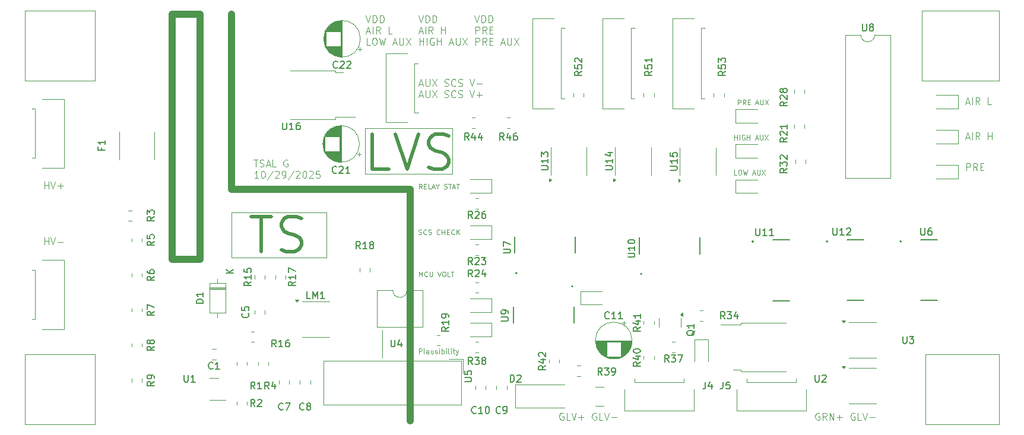
<source format=gbr>
%TF.GenerationSoftware,KiCad,Pcbnew,9.0.0*%
%TF.CreationDate,2025-10-29T06:17:34+08:00*%
%TF.ProjectId,TSAL_G_V4_2,5453414c-5f47-45f5-9634-5f322e6b6963,rev?*%
%TF.SameCoordinates,Original*%
%TF.FileFunction,Legend,Top*%
%TF.FilePolarity,Positive*%
%FSLAX46Y46*%
G04 Gerber Fmt 4.6, Leading zero omitted, Abs format (unit mm)*
G04 Created by KiCad (PCBNEW 9.0.0) date 2025-10-29 06:17:34*
%MOMM*%
%LPD*%
G01*
G04 APERTURE LIST*
%ADD10C,1.000000*%
%ADD11C,0.100000*%
%ADD12C,0.500000*%
%ADD13C,0.150000*%
%ADD14C,0.120000*%
%ADD15C,0.127000*%
%ADD16C,0.200000*%
G04 APERTURE END LIST*
D10*
X55000000Y-64000000D02*
X55000000Y-39000000D01*
X55000000Y-64000000D02*
X80500000Y-64000000D01*
D11*
X76500000Y-84000000D02*
X76500000Y-88000000D01*
D10*
X46500000Y-74000000D02*
X50500000Y-74000000D01*
D11*
X25500000Y-38500000D02*
X35500000Y-38500000D01*
X35500000Y-48500000D01*
X25500000Y-48500000D01*
X25500000Y-38500000D01*
D10*
X50500000Y-74000000D02*
X50500000Y-39000000D01*
D11*
X154000000Y-87500000D02*
X164500000Y-87500000D01*
X164500000Y-97500000D01*
X154000000Y-97500000D01*
X154000000Y-87500000D01*
X74000000Y-55250000D02*
X86500000Y-55250000D01*
X86500000Y-61750000D01*
X74000000Y-61750000D01*
X74000000Y-55250000D01*
D10*
X46500000Y-39000000D02*
X50500000Y-39000000D01*
D11*
X153500000Y-38500000D02*
X164500000Y-38500000D01*
X164500000Y-48500000D01*
X153500000Y-48500000D01*
X153500000Y-38500000D01*
X55000000Y-67250000D02*
X68500000Y-67250000D01*
X68500000Y-73750000D01*
X55000000Y-73750000D01*
X55000000Y-67250000D01*
D10*
X46500000Y-74000000D02*
X46500000Y-39000000D01*
X80500000Y-97000000D02*
X80500000Y-70000000D01*
X80500000Y-70000000D02*
X80500000Y-64000000D01*
D11*
X25500000Y-87500000D02*
X35500000Y-87500000D01*
X35500000Y-97500000D01*
X25500000Y-97500000D01*
X25500000Y-87500000D01*
X102327693Y-95920038D02*
X102232455Y-95872419D01*
X102232455Y-95872419D02*
X102089598Y-95872419D01*
X102089598Y-95872419D02*
X101946741Y-95920038D01*
X101946741Y-95920038D02*
X101851503Y-96015276D01*
X101851503Y-96015276D02*
X101803884Y-96110514D01*
X101803884Y-96110514D02*
X101756265Y-96300990D01*
X101756265Y-96300990D02*
X101756265Y-96443847D01*
X101756265Y-96443847D02*
X101803884Y-96634323D01*
X101803884Y-96634323D02*
X101851503Y-96729561D01*
X101851503Y-96729561D02*
X101946741Y-96824800D01*
X101946741Y-96824800D02*
X102089598Y-96872419D01*
X102089598Y-96872419D02*
X102184836Y-96872419D01*
X102184836Y-96872419D02*
X102327693Y-96824800D01*
X102327693Y-96824800D02*
X102375312Y-96777180D01*
X102375312Y-96777180D02*
X102375312Y-96443847D01*
X102375312Y-96443847D02*
X102184836Y-96443847D01*
X103280074Y-96872419D02*
X102803884Y-96872419D01*
X102803884Y-96872419D02*
X102803884Y-95872419D01*
X103470551Y-95872419D02*
X103803884Y-96872419D01*
X103803884Y-96872419D02*
X104137217Y-95872419D01*
X104470551Y-96491466D02*
X105232456Y-96491466D01*
X104851503Y-96872419D02*
X104851503Y-96110514D01*
X106994360Y-95920038D02*
X106899122Y-95872419D01*
X106899122Y-95872419D02*
X106756265Y-95872419D01*
X106756265Y-95872419D02*
X106613408Y-95920038D01*
X106613408Y-95920038D02*
X106518170Y-96015276D01*
X106518170Y-96015276D02*
X106470551Y-96110514D01*
X106470551Y-96110514D02*
X106422932Y-96300990D01*
X106422932Y-96300990D02*
X106422932Y-96443847D01*
X106422932Y-96443847D02*
X106470551Y-96634323D01*
X106470551Y-96634323D02*
X106518170Y-96729561D01*
X106518170Y-96729561D02*
X106613408Y-96824800D01*
X106613408Y-96824800D02*
X106756265Y-96872419D01*
X106756265Y-96872419D02*
X106851503Y-96872419D01*
X106851503Y-96872419D02*
X106994360Y-96824800D01*
X106994360Y-96824800D02*
X107041979Y-96777180D01*
X107041979Y-96777180D02*
X107041979Y-96443847D01*
X107041979Y-96443847D02*
X106851503Y-96443847D01*
X107946741Y-96872419D02*
X107470551Y-96872419D01*
X107470551Y-96872419D02*
X107470551Y-95872419D01*
X108137218Y-95872419D02*
X108470551Y-96872419D01*
X108470551Y-96872419D02*
X108803884Y-95872419D01*
X109137218Y-96491466D02*
X109899123Y-96491466D01*
X82132455Y-63909133D02*
X81899122Y-63575800D01*
X81732455Y-63909133D02*
X81732455Y-63209133D01*
X81732455Y-63209133D02*
X81999122Y-63209133D01*
X81999122Y-63209133D02*
X82065789Y-63242466D01*
X82065789Y-63242466D02*
X82099122Y-63275800D01*
X82099122Y-63275800D02*
X82132455Y-63342466D01*
X82132455Y-63342466D02*
X82132455Y-63442466D01*
X82132455Y-63442466D02*
X82099122Y-63509133D01*
X82099122Y-63509133D02*
X82065789Y-63542466D01*
X82065789Y-63542466D02*
X81999122Y-63575800D01*
X81999122Y-63575800D02*
X81732455Y-63575800D01*
X82432455Y-63542466D02*
X82665789Y-63542466D01*
X82765789Y-63909133D02*
X82432455Y-63909133D01*
X82432455Y-63909133D02*
X82432455Y-63209133D01*
X82432455Y-63209133D02*
X82765789Y-63209133D01*
X83399122Y-63909133D02*
X83065788Y-63909133D01*
X83065788Y-63909133D02*
X83065788Y-63209133D01*
X83599122Y-63709133D02*
X83932455Y-63709133D01*
X83532455Y-63909133D02*
X83765789Y-63209133D01*
X83765789Y-63209133D02*
X83999122Y-63909133D01*
X84365789Y-63575800D02*
X84365789Y-63909133D01*
X84132455Y-63209133D02*
X84365789Y-63575800D01*
X84365789Y-63575800D02*
X84599122Y-63209133D01*
X85332455Y-63875800D02*
X85432455Y-63909133D01*
X85432455Y-63909133D02*
X85599122Y-63909133D01*
X85599122Y-63909133D02*
X85665788Y-63875800D01*
X85665788Y-63875800D02*
X85699122Y-63842466D01*
X85699122Y-63842466D02*
X85732455Y-63775800D01*
X85732455Y-63775800D02*
X85732455Y-63709133D01*
X85732455Y-63709133D02*
X85699122Y-63642466D01*
X85699122Y-63642466D02*
X85665788Y-63609133D01*
X85665788Y-63609133D02*
X85599122Y-63575800D01*
X85599122Y-63575800D02*
X85465788Y-63542466D01*
X85465788Y-63542466D02*
X85399122Y-63509133D01*
X85399122Y-63509133D02*
X85365788Y-63475800D01*
X85365788Y-63475800D02*
X85332455Y-63409133D01*
X85332455Y-63409133D02*
X85332455Y-63342466D01*
X85332455Y-63342466D02*
X85365788Y-63275800D01*
X85365788Y-63275800D02*
X85399122Y-63242466D01*
X85399122Y-63242466D02*
X85465788Y-63209133D01*
X85465788Y-63209133D02*
X85632455Y-63209133D01*
X85632455Y-63209133D02*
X85732455Y-63242466D01*
X85932455Y-63209133D02*
X86332455Y-63209133D01*
X86132455Y-63909133D02*
X86132455Y-63209133D01*
X86532455Y-63709133D02*
X86865788Y-63709133D01*
X86465788Y-63909133D02*
X86699122Y-63209133D01*
X86699122Y-63209133D02*
X86932455Y-63909133D01*
X87065788Y-63209133D02*
X87465788Y-63209133D01*
X87265788Y-63909133D02*
X87265788Y-63209133D01*
X58161027Y-59762475D02*
X58732455Y-59762475D01*
X58446741Y-60762475D02*
X58446741Y-59762475D01*
X59018170Y-60714856D02*
X59161027Y-60762475D01*
X59161027Y-60762475D02*
X59399122Y-60762475D01*
X59399122Y-60762475D02*
X59494360Y-60714856D01*
X59494360Y-60714856D02*
X59541979Y-60667236D01*
X59541979Y-60667236D02*
X59589598Y-60571998D01*
X59589598Y-60571998D02*
X59589598Y-60476760D01*
X59589598Y-60476760D02*
X59541979Y-60381522D01*
X59541979Y-60381522D02*
X59494360Y-60333903D01*
X59494360Y-60333903D02*
X59399122Y-60286284D01*
X59399122Y-60286284D02*
X59208646Y-60238665D01*
X59208646Y-60238665D02*
X59113408Y-60191046D01*
X59113408Y-60191046D02*
X59065789Y-60143427D01*
X59065789Y-60143427D02*
X59018170Y-60048189D01*
X59018170Y-60048189D02*
X59018170Y-59952951D01*
X59018170Y-59952951D02*
X59065789Y-59857713D01*
X59065789Y-59857713D02*
X59113408Y-59810094D01*
X59113408Y-59810094D02*
X59208646Y-59762475D01*
X59208646Y-59762475D02*
X59446741Y-59762475D01*
X59446741Y-59762475D02*
X59589598Y-59810094D01*
X59970551Y-60476760D02*
X60446741Y-60476760D01*
X59875313Y-60762475D02*
X60208646Y-59762475D01*
X60208646Y-59762475D02*
X60541979Y-60762475D01*
X61351503Y-60762475D02*
X60875313Y-60762475D01*
X60875313Y-60762475D02*
X60875313Y-59762475D01*
X62970551Y-59810094D02*
X62875313Y-59762475D01*
X62875313Y-59762475D02*
X62732456Y-59762475D01*
X62732456Y-59762475D02*
X62589599Y-59810094D01*
X62589599Y-59810094D02*
X62494361Y-59905332D01*
X62494361Y-59905332D02*
X62446742Y-60000570D01*
X62446742Y-60000570D02*
X62399123Y-60191046D01*
X62399123Y-60191046D02*
X62399123Y-60333903D01*
X62399123Y-60333903D02*
X62446742Y-60524379D01*
X62446742Y-60524379D02*
X62494361Y-60619617D01*
X62494361Y-60619617D02*
X62589599Y-60714856D01*
X62589599Y-60714856D02*
X62732456Y-60762475D01*
X62732456Y-60762475D02*
X62827694Y-60762475D01*
X62827694Y-60762475D02*
X62970551Y-60714856D01*
X62970551Y-60714856D02*
X63018170Y-60667236D01*
X63018170Y-60667236D02*
X63018170Y-60333903D01*
X63018170Y-60333903D02*
X62827694Y-60333903D01*
X58827693Y-62372419D02*
X58256265Y-62372419D01*
X58541979Y-62372419D02*
X58541979Y-61372419D01*
X58541979Y-61372419D02*
X58446741Y-61515276D01*
X58446741Y-61515276D02*
X58351503Y-61610514D01*
X58351503Y-61610514D02*
X58256265Y-61658133D01*
X59446741Y-61372419D02*
X59541979Y-61372419D01*
X59541979Y-61372419D02*
X59637217Y-61420038D01*
X59637217Y-61420038D02*
X59684836Y-61467657D01*
X59684836Y-61467657D02*
X59732455Y-61562895D01*
X59732455Y-61562895D02*
X59780074Y-61753371D01*
X59780074Y-61753371D02*
X59780074Y-61991466D01*
X59780074Y-61991466D02*
X59732455Y-62181942D01*
X59732455Y-62181942D02*
X59684836Y-62277180D01*
X59684836Y-62277180D02*
X59637217Y-62324800D01*
X59637217Y-62324800D02*
X59541979Y-62372419D01*
X59541979Y-62372419D02*
X59446741Y-62372419D01*
X59446741Y-62372419D02*
X59351503Y-62324800D01*
X59351503Y-62324800D02*
X59303884Y-62277180D01*
X59303884Y-62277180D02*
X59256265Y-62181942D01*
X59256265Y-62181942D02*
X59208646Y-61991466D01*
X59208646Y-61991466D02*
X59208646Y-61753371D01*
X59208646Y-61753371D02*
X59256265Y-61562895D01*
X59256265Y-61562895D02*
X59303884Y-61467657D01*
X59303884Y-61467657D02*
X59351503Y-61420038D01*
X59351503Y-61420038D02*
X59446741Y-61372419D01*
X60922931Y-61324800D02*
X60065789Y-62610514D01*
X61208646Y-61467657D02*
X61256265Y-61420038D01*
X61256265Y-61420038D02*
X61351503Y-61372419D01*
X61351503Y-61372419D02*
X61589598Y-61372419D01*
X61589598Y-61372419D02*
X61684836Y-61420038D01*
X61684836Y-61420038D02*
X61732455Y-61467657D01*
X61732455Y-61467657D02*
X61780074Y-61562895D01*
X61780074Y-61562895D02*
X61780074Y-61658133D01*
X61780074Y-61658133D02*
X61732455Y-61800990D01*
X61732455Y-61800990D02*
X61161027Y-62372419D01*
X61161027Y-62372419D02*
X61780074Y-62372419D01*
X62256265Y-62372419D02*
X62446741Y-62372419D01*
X62446741Y-62372419D02*
X62541979Y-62324800D01*
X62541979Y-62324800D02*
X62589598Y-62277180D01*
X62589598Y-62277180D02*
X62684836Y-62134323D01*
X62684836Y-62134323D02*
X62732455Y-61943847D01*
X62732455Y-61943847D02*
X62732455Y-61562895D01*
X62732455Y-61562895D02*
X62684836Y-61467657D01*
X62684836Y-61467657D02*
X62637217Y-61420038D01*
X62637217Y-61420038D02*
X62541979Y-61372419D01*
X62541979Y-61372419D02*
X62351503Y-61372419D01*
X62351503Y-61372419D02*
X62256265Y-61420038D01*
X62256265Y-61420038D02*
X62208646Y-61467657D01*
X62208646Y-61467657D02*
X62161027Y-61562895D01*
X62161027Y-61562895D02*
X62161027Y-61800990D01*
X62161027Y-61800990D02*
X62208646Y-61896228D01*
X62208646Y-61896228D02*
X62256265Y-61943847D01*
X62256265Y-61943847D02*
X62351503Y-61991466D01*
X62351503Y-61991466D02*
X62541979Y-61991466D01*
X62541979Y-61991466D02*
X62637217Y-61943847D01*
X62637217Y-61943847D02*
X62684836Y-61896228D01*
X62684836Y-61896228D02*
X62732455Y-61800990D01*
X63875312Y-61324800D02*
X63018170Y-62610514D01*
X64161027Y-61467657D02*
X64208646Y-61420038D01*
X64208646Y-61420038D02*
X64303884Y-61372419D01*
X64303884Y-61372419D02*
X64541979Y-61372419D01*
X64541979Y-61372419D02*
X64637217Y-61420038D01*
X64637217Y-61420038D02*
X64684836Y-61467657D01*
X64684836Y-61467657D02*
X64732455Y-61562895D01*
X64732455Y-61562895D02*
X64732455Y-61658133D01*
X64732455Y-61658133D02*
X64684836Y-61800990D01*
X64684836Y-61800990D02*
X64113408Y-62372419D01*
X64113408Y-62372419D02*
X64732455Y-62372419D01*
X65351503Y-61372419D02*
X65446741Y-61372419D01*
X65446741Y-61372419D02*
X65541979Y-61420038D01*
X65541979Y-61420038D02*
X65589598Y-61467657D01*
X65589598Y-61467657D02*
X65637217Y-61562895D01*
X65637217Y-61562895D02*
X65684836Y-61753371D01*
X65684836Y-61753371D02*
X65684836Y-61991466D01*
X65684836Y-61991466D02*
X65637217Y-62181942D01*
X65637217Y-62181942D02*
X65589598Y-62277180D01*
X65589598Y-62277180D02*
X65541979Y-62324800D01*
X65541979Y-62324800D02*
X65446741Y-62372419D01*
X65446741Y-62372419D02*
X65351503Y-62372419D01*
X65351503Y-62372419D02*
X65256265Y-62324800D01*
X65256265Y-62324800D02*
X65208646Y-62277180D01*
X65208646Y-62277180D02*
X65161027Y-62181942D01*
X65161027Y-62181942D02*
X65113408Y-61991466D01*
X65113408Y-61991466D02*
X65113408Y-61753371D01*
X65113408Y-61753371D02*
X65161027Y-61562895D01*
X65161027Y-61562895D02*
X65208646Y-61467657D01*
X65208646Y-61467657D02*
X65256265Y-61420038D01*
X65256265Y-61420038D02*
X65351503Y-61372419D01*
X66065789Y-61467657D02*
X66113408Y-61420038D01*
X66113408Y-61420038D02*
X66208646Y-61372419D01*
X66208646Y-61372419D02*
X66446741Y-61372419D01*
X66446741Y-61372419D02*
X66541979Y-61420038D01*
X66541979Y-61420038D02*
X66589598Y-61467657D01*
X66589598Y-61467657D02*
X66637217Y-61562895D01*
X66637217Y-61562895D02*
X66637217Y-61658133D01*
X66637217Y-61658133D02*
X66589598Y-61800990D01*
X66589598Y-61800990D02*
X66018170Y-62372419D01*
X66018170Y-62372419D02*
X66637217Y-62372419D01*
X67541979Y-61372419D02*
X67065789Y-61372419D01*
X67065789Y-61372419D02*
X67018170Y-61848609D01*
X67018170Y-61848609D02*
X67065789Y-61800990D01*
X67065789Y-61800990D02*
X67161027Y-61753371D01*
X67161027Y-61753371D02*
X67399122Y-61753371D01*
X67399122Y-61753371D02*
X67494360Y-61800990D01*
X67494360Y-61800990D02*
X67541979Y-61848609D01*
X67541979Y-61848609D02*
X67589598Y-61943847D01*
X67589598Y-61943847D02*
X67589598Y-62181942D01*
X67589598Y-62181942D02*
X67541979Y-62277180D01*
X67541979Y-62277180D02*
X67494360Y-62324800D01*
X67494360Y-62324800D02*
X67399122Y-62372419D01*
X67399122Y-62372419D02*
X67161027Y-62372419D01*
X67161027Y-62372419D02*
X67065789Y-62324800D01*
X67065789Y-62324800D02*
X67018170Y-62277180D01*
X81732455Y-87409133D02*
X81732455Y-86709133D01*
X81732455Y-86709133D02*
X81999122Y-86709133D01*
X81999122Y-86709133D02*
X82065789Y-86742466D01*
X82065789Y-86742466D02*
X82099122Y-86775800D01*
X82099122Y-86775800D02*
X82132455Y-86842466D01*
X82132455Y-86842466D02*
X82132455Y-86942466D01*
X82132455Y-86942466D02*
X82099122Y-87009133D01*
X82099122Y-87009133D02*
X82065789Y-87042466D01*
X82065789Y-87042466D02*
X81999122Y-87075800D01*
X81999122Y-87075800D02*
X81732455Y-87075800D01*
X82532455Y-87409133D02*
X82465789Y-87375800D01*
X82465789Y-87375800D02*
X82432455Y-87309133D01*
X82432455Y-87309133D02*
X82432455Y-86709133D01*
X83099122Y-87409133D02*
X83099122Y-87042466D01*
X83099122Y-87042466D02*
X83065789Y-86975800D01*
X83065789Y-86975800D02*
X82999122Y-86942466D01*
X82999122Y-86942466D02*
X82865789Y-86942466D01*
X82865789Y-86942466D02*
X82799122Y-86975800D01*
X83099122Y-87375800D02*
X83032456Y-87409133D01*
X83032456Y-87409133D02*
X82865789Y-87409133D01*
X82865789Y-87409133D02*
X82799122Y-87375800D01*
X82799122Y-87375800D02*
X82765789Y-87309133D01*
X82765789Y-87309133D02*
X82765789Y-87242466D01*
X82765789Y-87242466D02*
X82799122Y-87175800D01*
X82799122Y-87175800D02*
X82865789Y-87142466D01*
X82865789Y-87142466D02*
X83032456Y-87142466D01*
X83032456Y-87142466D02*
X83099122Y-87109133D01*
X83732455Y-86942466D02*
X83732455Y-87409133D01*
X83432455Y-86942466D02*
X83432455Y-87309133D01*
X83432455Y-87309133D02*
X83465789Y-87375800D01*
X83465789Y-87375800D02*
X83532455Y-87409133D01*
X83532455Y-87409133D02*
X83632455Y-87409133D01*
X83632455Y-87409133D02*
X83699122Y-87375800D01*
X83699122Y-87375800D02*
X83732455Y-87342466D01*
X84032455Y-87375800D02*
X84099122Y-87409133D01*
X84099122Y-87409133D02*
X84232455Y-87409133D01*
X84232455Y-87409133D02*
X84299122Y-87375800D01*
X84299122Y-87375800D02*
X84332455Y-87309133D01*
X84332455Y-87309133D02*
X84332455Y-87275800D01*
X84332455Y-87275800D02*
X84299122Y-87209133D01*
X84299122Y-87209133D02*
X84232455Y-87175800D01*
X84232455Y-87175800D02*
X84132455Y-87175800D01*
X84132455Y-87175800D02*
X84065788Y-87142466D01*
X84065788Y-87142466D02*
X84032455Y-87075800D01*
X84032455Y-87075800D02*
X84032455Y-87042466D01*
X84032455Y-87042466D02*
X84065788Y-86975800D01*
X84065788Y-86975800D02*
X84132455Y-86942466D01*
X84132455Y-86942466D02*
X84232455Y-86942466D01*
X84232455Y-86942466D02*
X84299122Y-86975800D01*
X84632455Y-87409133D02*
X84632455Y-86942466D01*
X84632455Y-86709133D02*
X84599122Y-86742466D01*
X84599122Y-86742466D02*
X84632455Y-86775800D01*
X84632455Y-86775800D02*
X84665789Y-86742466D01*
X84665789Y-86742466D02*
X84632455Y-86709133D01*
X84632455Y-86709133D02*
X84632455Y-86775800D01*
X84965788Y-87409133D02*
X84965788Y-86709133D01*
X84965788Y-86975800D02*
X85032455Y-86942466D01*
X85032455Y-86942466D02*
X85165788Y-86942466D01*
X85165788Y-86942466D02*
X85232455Y-86975800D01*
X85232455Y-86975800D02*
X85265788Y-87009133D01*
X85265788Y-87009133D02*
X85299122Y-87075800D01*
X85299122Y-87075800D02*
X85299122Y-87275800D01*
X85299122Y-87275800D02*
X85265788Y-87342466D01*
X85265788Y-87342466D02*
X85232455Y-87375800D01*
X85232455Y-87375800D02*
X85165788Y-87409133D01*
X85165788Y-87409133D02*
X85032455Y-87409133D01*
X85032455Y-87409133D02*
X84965788Y-87375800D01*
X85599121Y-87409133D02*
X85599121Y-86942466D01*
X85599121Y-86709133D02*
X85565788Y-86742466D01*
X85565788Y-86742466D02*
X85599121Y-86775800D01*
X85599121Y-86775800D02*
X85632455Y-86742466D01*
X85632455Y-86742466D02*
X85599121Y-86709133D01*
X85599121Y-86709133D02*
X85599121Y-86775800D01*
X86032454Y-87409133D02*
X85965788Y-87375800D01*
X85965788Y-87375800D02*
X85932454Y-87309133D01*
X85932454Y-87309133D02*
X85932454Y-86709133D01*
X86299121Y-87409133D02*
X86299121Y-86942466D01*
X86299121Y-86709133D02*
X86265788Y-86742466D01*
X86265788Y-86742466D02*
X86299121Y-86775800D01*
X86299121Y-86775800D02*
X86332455Y-86742466D01*
X86332455Y-86742466D02*
X86299121Y-86709133D01*
X86299121Y-86709133D02*
X86299121Y-86775800D01*
X86532454Y-86942466D02*
X86799121Y-86942466D01*
X86632454Y-86709133D02*
X86632454Y-87309133D01*
X86632454Y-87309133D02*
X86665788Y-87375800D01*
X86665788Y-87375800D02*
X86732454Y-87409133D01*
X86732454Y-87409133D02*
X86799121Y-87409133D01*
X86965788Y-86942466D02*
X87132454Y-87409133D01*
X87299121Y-86942466D02*
X87132454Y-87409133D01*
X87132454Y-87409133D02*
X87065788Y-87575800D01*
X87065788Y-87575800D02*
X87032454Y-87609133D01*
X87032454Y-87609133D02*
X86965788Y-87642466D01*
X127065789Y-61909133D02*
X126732455Y-61909133D01*
X126732455Y-61909133D02*
X126732455Y-61209133D01*
X127432456Y-61209133D02*
X127565789Y-61209133D01*
X127565789Y-61209133D02*
X127632456Y-61242466D01*
X127632456Y-61242466D02*
X127699122Y-61309133D01*
X127699122Y-61309133D02*
X127732456Y-61442466D01*
X127732456Y-61442466D02*
X127732456Y-61675800D01*
X127732456Y-61675800D02*
X127699122Y-61809133D01*
X127699122Y-61809133D02*
X127632456Y-61875800D01*
X127632456Y-61875800D02*
X127565789Y-61909133D01*
X127565789Y-61909133D02*
X127432456Y-61909133D01*
X127432456Y-61909133D02*
X127365789Y-61875800D01*
X127365789Y-61875800D02*
X127299122Y-61809133D01*
X127299122Y-61809133D02*
X127265789Y-61675800D01*
X127265789Y-61675800D02*
X127265789Y-61442466D01*
X127265789Y-61442466D02*
X127299122Y-61309133D01*
X127299122Y-61309133D02*
X127365789Y-61242466D01*
X127365789Y-61242466D02*
X127432456Y-61209133D01*
X127965789Y-61209133D02*
X128132455Y-61909133D01*
X128132455Y-61909133D02*
X128265789Y-61409133D01*
X128265789Y-61409133D02*
X128399122Y-61909133D01*
X128399122Y-61909133D02*
X128565789Y-61209133D01*
X129332455Y-61709133D02*
X129665788Y-61709133D01*
X129265788Y-61909133D02*
X129499122Y-61209133D01*
X129499122Y-61209133D02*
X129732455Y-61909133D01*
X129965788Y-61209133D02*
X129965788Y-61775800D01*
X129965788Y-61775800D02*
X129999122Y-61842466D01*
X129999122Y-61842466D02*
X130032455Y-61875800D01*
X130032455Y-61875800D02*
X130099122Y-61909133D01*
X130099122Y-61909133D02*
X130232455Y-61909133D01*
X130232455Y-61909133D02*
X130299122Y-61875800D01*
X130299122Y-61875800D02*
X130332455Y-61842466D01*
X130332455Y-61842466D02*
X130365788Y-61775800D01*
X130365788Y-61775800D02*
X130365788Y-61209133D01*
X130632455Y-61209133D02*
X131099121Y-61909133D01*
X131099121Y-61209133D02*
X130632455Y-61909133D01*
X28303884Y-71872419D02*
X28303884Y-70872419D01*
X28303884Y-71348609D02*
X28875312Y-71348609D01*
X28875312Y-71872419D02*
X28875312Y-70872419D01*
X29208646Y-70872419D02*
X29541979Y-71872419D01*
X29541979Y-71872419D02*
X29875312Y-70872419D01*
X30208646Y-71491466D02*
X30970551Y-71491466D01*
X28303884Y-63872419D02*
X28303884Y-62872419D01*
X28303884Y-63348609D02*
X28875312Y-63348609D01*
X28875312Y-63872419D02*
X28875312Y-62872419D01*
X29208646Y-62872419D02*
X29541979Y-63872419D01*
X29541979Y-63872419D02*
X29875312Y-62872419D01*
X30208646Y-63491466D02*
X30970551Y-63491466D01*
X30589598Y-63872419D02*
X30589598Y-63110514D01*
X81661027Y-39152531D02*
X81994360Y-40152531D01*
X81994360Y-40152531D02*
X82327693Y-39152531D01*
X82661027Y-40152531D02*
X82661027Y-39152531D01*
X82661027Y-39152531D02*
X82899122Y-39152531D01*
X82899122Y-39152531D02*
X83041979Y-39200150D01*
X83041979Y-39200150D02*
X83137217Y-39295388D01*
X83137217Y-39295388D02*
X83184836Y-39390626D01*
X83184836Y-39390626D02*
X83232455Y-39581102D01*
X83232455Y-39581102D02*
X83232455Y-39723959D01*
X83232455Y-39723959D02*
X83184836Y-39914435D01*
X83184836Y-39914435D02*
X83137217Y-40009673D01*
X83137217Y-40009673D02*
X83041979Y-40104912D01*
X83041979Y-40104912D02*
X82899122Y-40152531D01*
X82899122Y-40152531D02*
X82661027Y-40152531D01*
X83661027Y-40152531D02*
X83661027Y-39152531D01*
X83661027Y-39152531D02*
X83899122Y-39152531D01*
X83899122Y-39152531D02*
X84041979Y-39200150D01*
X84041979Y-39200150D02*
X84137217Y-39295388D01*
X84137217Y-39295388D02*
X84184836Y-39390626D01*
X84184836Y-39390626D02*
X84232455Y-39581102D01*
X84232455Y-39581102D02*
X84232455Y-39723959D01*
X84232455Y-39723959D02*
X84184836Y-39914435D01*
X84184836Y-39914435D02*
X84137217Y-40009673D01*
X84137217Y-40009673D02*
X84041979Y-40104912D01*
X84041979Y-40104912D02*
X83899122Y-40152531D01*
X83899122Y-40152531D02*
X83661027Y-40152531D01*
X81756265Y-41476760D02*
X82232455Y-41476760D01*
X81661027Y-41762475D02*
X81994360Y-40762475D01*
X81994360Y-40762475D02*
X82327693Y-41762475D01*
X82661027Y-41762475D02*
X82661027Y-40762475D01*
X83708645Y-41762475D02*
X83375312Y-41286284D01*
X83137217Y-41762475D02*
X83137217Y-40762475D01*
X83137217Y-40762475D02*
X83518169Y-40762475D01*
X83518169Y-40762475D02*
X83613407Y-40810094D01*
X83613407Y-40810094D02*
X83661026Y-40857713D01*
X83661026Y-40857713D02*
X83708645Y-40952951D01*
X83708645Y-40952951D02*
X83708645Y-41095808D01*
X83708645Y-41095808D02*
X83661026Y-41191046D01*
X83661026Y-41191046D02*
X83613407Y-41238665D01*
X83613407Y-41238665D02*
X83518169Y-41286284D01*
X83518169Y-41286284D02*
X83137217Y-41286284D01*
X84899122Y-41762475D02*
X84899122Y-40762475D01*
X84899122Y-41238665D02*
X85470550Y-41238665D01*
X85470550Y-41762475D02*
X85470550Y-40762475D01*
X81803884Y-43372419D02*
X81803884Y-42372419D01*
X81803884Y-42848609D02*
X82375312Y-42848609D01*
X82375312Y-43372419D02*
X82375312Y-42372419D01*
X82851503Y-43372419D02*
X82851503Y-42372419D01*
X83851502Y-42420038D02*
X83756264Y-42372419D01*
X83756264Y-42372419D02*
X83613407Y-42372419D01*
X83613407Y-42372419D02*
X83470550Y-42420038D01*
X83470550Y-42420038D02*
X83375312Y-42515276D01*
X83375312Y-42515276D02*
X83327693Y-42610514D01*
X83327693Y-42610514D02*
X83280074Y-42800990D01*
X83280074Y-42800990D02*
X83280074Y-42943847D01*
X83280074Y-42943847D02*
X83327693Y-43134323D01*
X83327693Y-43134323D02*
X83375312Y-43229561D01*
X83375312Y-43229561D02*
X83470550Y-43324800D01*
X83470550Y-43324800D02*
X83613407Y-43372419D01*
X83613407Y-43372419D02*
X83708645Y-43372419D01*
X83708645Y-43372419D02*
X83851502Y-43324800D01*
X83851502Y-43324800D02*
X83899121Y-43277180D01*
X83899121Y-43277180D02*
X83899121Y-42943847D01*
X83899121Y-42943847D02*
X83708645Y-42943847D01*
X84327693Y-43372419D02*
X84327693Y-42372419D01*
X84327693Y-42848609D02*
X84899121Y-42848609D01*
X84899121Y-43372419D02*
X84899121Y-42372419D01*
X86089598Y-43086704D02*
X86565788Y-43086704D01*
X85994360Y-43372419D02*
X86327693Y-42372419D01*
X86327693Y-42372419D02*
X86661026Y-43372419D01*
X86994360Y-42372419D02*
X86994360Y-43181942D01*
X86994360Y-43181942D02*
X87041979Y-43277180D01*
X87041979Y-43277180D02*
X87089598Y-43324800D01*
X87089598Y-43324800D02*
X87184836Y-43372419D01*
X87184836Y-43372419D02*
X87375312Y-43372419D01*
X87375312Y-43372419D02*
X87470550Y-43324800D01*
X87470550Y-43324800D02*
X87518169Y-43277180D01*
X87518169Y-43277180D02*
X87565788Y-43181942D01*
X87565788Y-43181942D02*
X87565788Y-42372419D01*
X87946741Y-42372419D02*
X88613407Y-43372419D01*
X88613407Y-42372419D02*
X87946741Y-43372419D01*
X159756265Y-56586704D02*
X160232455Y-56586704D01*
X159661027Y-56872419D02*
X159994360Y-55872419D01*
X159994360Y-55872419D02*
X160327693Y-56872419D01*
X160661027Y-56872419D02*
X160661027Y-55872419D01*
X161708645Y-56872419D02*
X161375312Y-56396228D01*
X161137217Y-56872419D02*
X161137217Y-55872419D01*
X161137217Y-55872419D02*
X161518169Y-55872419D01*
X161518169Y-55872419D02*
X161613407Y-55920038D01*
X161613407Y-55920038D02*
X161661026Y-55967657D01*
X161661026Y-55967657D02*
X161708645Y-56062895D01*
X161708645Y-56062895D02*
X161708645Y-56205752D01*
X161708645Y-56205752D02*
X161661026Y-56300990D01*
X161661026Y-56300990D02*
X161613407Y-56348609D01*
X161613407Y-56348609D02*
X161518169Y-56396228D01*
X161518169Y-56396228D02*
X161137217Y-56396228D01*
X162899122Y-56872419D02*
X162899122Y-55872419D01*
X162899122Y-56348609D02*
X163470550Y-56348609D01*
X163470550Y-56872419D02*
X163470550Y-55872419D01*
X81756265Y-48976760D02*
X82232455Y-48976760D01*
X81661027Y-49262475D02*
X81994360Y-48262475D01*
X81994360Y-48262475D02*
X82327693Y-49262475D01*
X82661027Y-48262475D02*
X82661027Y-49071998D01*
X82661027Y-49071998D02*
X82708646Y-49167236D01*
X82708646Y-49167236D02*
X82756265Y-49214856D01*
X82756265Y-49214856D02*
X82851503Y-49262475D01*
X82851503Y-49262475D02*
X83041979Y-49262475D01*
X83041979Y-49262475D02*
X83137217Y-49214856D01*
X83137217Y-49214856D02*
X83184836Y-49167236D01*
X83184836Y-49167236D02*
X83232455Y-49071998D01*
X83232455Y-49071998D02*
X83232455Y-48262475D01*
X83613408Y-48262475D02*
X84280074Y-49262475D01*
X84280074Y-48262475D02*
X83613408Y-49262475D01*
X85375313Y-49214856D02*
X85518170Y-49262475D01*
X85518170Y-49262475D02*
X85756265Y-49262475D01*
X85756265Y-49262475D02*
X85851503Y-49214856D01*
X85851503Y-49214856D02*
X85899122Y-49167236D01*
X85899122Y-49167236D02*
X85946741Y-49071998D01*
X85946741Y-49071998D02*
X85946741Y-48976760D01*
X85946741Y-48976760D02*
X85899122Y-48881522D01*
X85899122Y-48881522D02*
X85851503Y-48833903D01*
X85851503Y-48833903D02*
X85756265Y-48786284D01*
X85756265Y-48786284D02*
X85565789Y-48738665D01*
X85565789Y-48738665D02*
X85470551Y-48691046D01*
X85470551Y-48691046D02*
X85422932Y-48643427D01*
X85422932Y-48643427D02*
X85375313Y-48548189D01*
X85375313Y-48548189D02*
X85375313Y-48452951D01*
X85375313Y-48452951D02*
X85422932Y-48357713D01*
X85422932Y-48357713D02*
X85470551Y-48310094D01*
X85470551Y-48310094D02*
X85565789Y-48262475D01*
X85565789Y-48262475D02*
X85803884Y-48262475D01*
X85803884Y-48262475D02*
X85946741Y-48310094D01*
X86946741Y-49167236D02*
X86899122Y-49214856D01*
X86899122Y-49214856D02*
X86756265Y-49262475D01*
X86756265Y-49262475D02*
X86661027Y-49262475D01*
X86661027Y-49262475D02*
X86518170Y-49214856D01*
X86518170Y-49214856D02*
X86422932Y-49119617D01*
X86422932Y-49119617D02*
X86375313Y-49024379D01*
X86375313Y-49024379D02*
X86327694Y-48833903D01*
X86327694Y-48833903D02*
X86327694Y-48691046D01*
X86327694Y-48691046D02*
X86375313Y-48500570D01*
X86375313Y-48500570D02*
X86422932Y-48405332D01*
X86422932Y-48405332D02*
X86518170Y-48310094D01*
X86518170Y-48310094D02*
X86661027Y-48262475D01*
X86661027Y-48262475D02*
X86756265Y-48262475D01*
X86756265Y-48262475D02*
X86899122Y-48310094D01*
X86899122Y-48310094D02*
X86946741Y-48357713D01*
X87327694Y-49214856D02*
X87470551Y-49262475D01*
X87470551Y-49262475D02*
X87708646Y-49262475D01*
X87708646Y-49262475D02*
X87803884Y-49214856D01*
X87803884Y-49214856D02*
X87851503Y-49167236D01*
X87851503Y-49167236D02*
X87899122Y-49071998D01*
X87899122Y-49071998D02*
X87899122Y-48976760D01*
X87899122Y-48976760D02*
X87851503Y-48881522D01*
X87851503Y-48881522D02*
X87803884Y-48833903D01*
X87803884Y-48833903D02*
X87708646Y-48786284D01*
X87708646Y-48786284D02*
X87518170Y-48738665D01*
X87518170Y-48738665D02*
X87422932Y-48691046D01*
X87422932Y-48691046D02*
X87375313Y-48643427D01*
X87375313Y-48643427D02*
X87327694Y-48548189D01*
X87327694Y-48548189D02*
X87327694Y-48452951D01*
X87327694Y-48452951D02*
X87375313Y-48357713D01*
X87375313Y-48357713D02*
X87422932Y-48310094D01*
X87422932Y-48310094D02*
X87518170Y-48262475D01*
X87518170Y-48262475D02*
X87756265Y-48262475D01*
X87756265Y-48262475D02*
X87899122Y-48310094D01*
X88946742Y-48262475D02*
X89280075Y-49262475D01*
X89280075Y-49262475D02*
X89613408Y-48262475D01*
X89946742Y-48881522D02*
X90708647Y-48881522D01*
X81756265Y-50586704D02*
X82232455Y-50586704D01*
X81661027Y-50872419D02*
X81994360Y-49872419D01*
X81994360Y-49872419D02*
X82327693Y-50872419D01*
X82661027Y-49872419D02*
X82661027Y-50681942D01*
X82661027Y-50681942D02*
X82708646Y-50777180D01*
X82708646Y-50777180D02*
X82756265Y-50824800D01*
X82756265Y-50824800D02*
X82851503Y-50872419D01*
X82851503Y-50872419D02*
X83041979Y-50872419D01*
X83041979Y-50872419D02*
X83137217Y-50824800D01*
X83137217Y-50824800D02*
X83184836Y-50777180D01*
X83184836Y-50777180D02*
X83232455Y-50681942D01*
X83232455Y-50681942D02*
X83232455Y-49872419D01*
X83613408Y-49872419D02*
X84280074Y-50872419D01*
X84280074Y-49872419D02*
X83613408Y-50872419D01*
X85375313Y-50824800D02*
X85518170Y-50872419D01*
X85518170Y-50872419D02*
X85756265Y-50872419D01*
X85756265Y-50872419D02*
X85851503Y-50824800D01*
X85851503Y-50824800D02*
X85899122Y-50777180D01*
X85899122Y-50777180D02*
X85946741Y-50681942D01*
X85946741Y-50681942D02*
X85946741Y-50586704D01*
X85946741Y-50586704D02*
X85899122Y-50491466D01*
X85899122Y-50491466D02*
X85851503Y-50443847D01*
X85851503Y-50443847D02*
X85756265Y-50396228D01*
X85756265Y-50396228D02*
X85565789Y-50348609D01*
X85565789Y-50348609D02*
X85470551Y-50300990D01*
X85470551Y-50300990D02*
X85422932Y-50253371D01*
X85422932Y-50253371D02*
X85375313Y-50158133D01*
X85375313Y-50158133D02*
X85375313Y-50062895D01*
X85375313Y-50062895D02*
X85422932Y-49967657D01*
X85422932Y-49967657D02*
X85470551Y-49920038D01*
X85470551Y-49920038D02*
X85565789Y-49872419D01*
X85565789Y-49872419D02*
X85803884Y-49872419D01*
X85803884Y-49872419D02*
X85946741Y-49920038D01*
X86946741Y-50777180D02*
X86899122Y-50824800D01*
X86899122Y-50824800D02*
X86756265Y-50872419D01*
X86756265Y-50872419D02*
X86661027Y-50872419D01*
X86661027Y-50872419D02*
X86518170Y-50824800D01*
X86518170Y-50824800D02*
X86422932Y-50729561D01*
X86422932Y-50729561D02*
X86375313Y-50634323D01*
X86375313Y-50634323D02*
X86327694Y-50443847D01*
X86327694Y-50443847D02*
X86327694Y-50300990D01*
X86327694Y-50300990D02*
X86375313Y-50110514D01*
X86375313Y-50110514D02*
X86422932Y-50015276D01*
X86422932Y-50015276D02*
X86518170Y-49920038D01*
X86518170Y-49920038D02*
X86661027Y-49872419D01*
X86661027Y-49872419D02*
X86756265Y-49872419D01*
X86756265Y-49872419D02*
X86899122Y-49920038D01*
X86899122Y-49920038D02*
X86946741Y-49967657D01*
X87327694Y-50824800D02*
X87470551Y-50872419D01*
X87470551Y-50872419D02*
X87708646Y-50872419D01*
X87708646Y-50872419D02*
X87803884Y-50824800D01*
X87803884Y-50824800D02*
X87851503Y-50777180D01*
X87851503Y-50777180D02*
X87899122Y-50681942D01*
X87899122Y-50681942D02*
X87899122Y-50586704D01*
X87899122Y-50586704D02*
X87851503Y-50491466D01*
X87851503Y-50491466D02*
X87803884Y-50443847D01*
X87803884Y-50443847D02*
X87708646Y-50396228D01*
X87708646Y-50396228D02*
X87518170Y-50348609D01*
X87518170Y-50348609D02*
X87422932Y-50300990D01*
X87422932Y-50300990D02*
X87375313Y-50253371D01*
X87375313Y-50253371D02*
X87327694Y-50158133D01*
X87327694Y-50158133D02*
X87327694Y-50062895D01*
X87327694Y-50062895D02*
X87375313Y-49967657D01*
X87375313Y-49967657D02*
X87422932Y-49920038D01*
X87422932Y-49920038D02*
X87518170Y-49872419D01*
X87518170Y-49872419D02*
X87756265Y-49872419D01*
X87756265Y-49872419D02*
X87899122Y-49920038D01*
X88946742Y-49872419D02*
X89280075Y-50872419D01*
X89280075Y-50872419D02*
X89613408Y-49872419D01*
X89946742Y-50491466D02*
X90708647Y-50491466D01*
X90327694Y-50872419D02*
X90327694Y-50110514D01*
X159803884Y-61262475D02*
X159803884Y-60262475D01*
X159803884Y-60262475D02*
X160184836Y-60262475D01*
X160184836Y-60262475D02*
X160280074Y-60310094D01*
X160280074Y-60310094D02*
X160327693Y-60357713D01*
X160327693Y-60357713D02*
X160375312Y-60452951D01*
X160375312Y-60452951D02*
X160375312Y-60595808D01*
X160375312Y-60595808D02*
X160327693Y-60691046D01*
X160327693Y-60691046D02*
X160280074Y-60738665D01*
X160280074Y-60738665D02*
X160184836Y-60786284D01*
X160184836Y-60786284D02*
X159803884Y-60786284D01*
X161375312Y-61262475D02*
X161041979Y-60786284D01*
X160803884Y-61262475D02*
X160803884Y-60262475D01*
X160803884Y-60262475D02*
X161184836Y-60262475D01*
X161184836Y-60262475D02*
X161280074Y-60310094D01*
X161280074Y-60310094D02*
X161327693Y-60357713D01*
X161327693Y-60357713D02*
X161375312Y-60452951D01*
X161375312Y-60452951D02*
X161375312Y-60595808D01*
X161375312Y-60595808D02*
X161327693Y-60691046D01*
X161327693Y-60691046D02*
X161280074Y-60738665D01*
X161280074Y-60738665D02*
X161184836Y-60786284D01*
X161184836Y-60786284D02*
X160803884Y-60786284D01*
X161803884Y-60738665D02*
X162137217Y-60738665D01*
X162280074Y-61262475D02*
X161803884Y-61262475D01*
X161803884Y-61262475D02*
X161803884Y-60262475D01*
X161803884Y-60262475D02*
X162280074Y-60262475D01*
X81699122Y-70375800D02*
X81799122Y-70409133D01*
X81799122Y-70409133D02*
X81965789Y-70409133D01*
X81965789Y-70409133D02*
X82032455Y-70375800D01*
X82032455Y-70375800D02*
X82065789Y-70342466D01*
X82065789Y-70342466D02*
X82099122Y-70275800D01*
X82099122Y-70275800D02*
X82099122Y-70209133D01*
X82099122Y-70209133D02*
X82065789Y-70142466D01*
X82065789Y-70142466D02*
X82032455Y-70109133D01*
X82032455Y-70109133D02*
X81965789Y-70075800D01*
X81965789Y-70075800D02*
X81832455Y-70042466D01*
X81832455Y-70042466D02*
X81765789Y-70009133D01*
X81765789Y-70009133D02*
X81732455Y-69975800D01*
X81732455Y-69975800D02*
X81699122Y-69909133D01*
X81699122Y-69909133D02*
X81699122Y-69842466D01*
X81699122Y-69842466D02*
X81732455Y-69775800D01*
X81732455Y-69775800D02*
X81765789Y-69742466D01*
X81765789Y-69742466D02*
X81832455Y-69709133D01*
X81832455Y-69709133D02*
X81999122Y-69709133D01*
X81999122Y-69709133D02*
X82099122Y-69742466D01*
X82799122Y-70342466D02*
X82765789Y-70375800D01*
X82765789Y-70375800D02*
X82665789Y-70409133D01*
X82665789Y-70409133D02*
X82599122Y-70409133D01*
X82599122Y-70409133D02*
X82499122Y-70375800D01*
X82499122Y-70375800D02*
X82432456Y-70309133D01*
X82432456Y-70309133D02*
X82399122Y-70242466D01*
X82399122Y-70242466D02*
X82365789Y-70109133D01*
X82365789Y-70109133D02*
X82365789Y-70009133D01*
X82365789Y-70009133D02*
X82399122Y-69875800D01*
X82399122Y-69875800D02*
X82432456Y-69809133D01*
X82432456Y-69809133D02*
X82499122Y-69742466D01*
X82499122Y-69742466D02*
X82599122Y-69709133D01*
X82599122Y-69709133D02*
X82665789Y-69709133D01*
X82665789Y-69709133D02*
X82765789Y-69742466D01*
X82765789Y-69742466D02*
X82799122Y-69775800D01*
X83065789Y-70375800D02*
X83165789Y-70409133D01*
X83165789Y-70409133D02*
X83332456Y-70409133D01*
X83332456Y-70409133D02*
X83399122Y-70375800D01*
X83399122Y-70375800D02*
X83432456Y-70342466D01*
X83432456Y-70342466D02*
X83465789Y-70275800D01*
X83465789Y-70275800D02*
X83465789Y-70209133D01*
X83465789Y-70209133D02*
X83432456Y-70142466D01*
X83432456Y-70142466D02*
X83399122Y-70109133D01*
X83399122Y-70109133D02*
X83332456Y-70075800D01*
X83332456Y-70075800D02*
X83199122Y-70042466D01*
X83199122Y-70042466D02*
X83132456Y-70009133D01*
X83132456Y-70009133D02*
X83099122Y-69975800D01*
X83099122Y-69975800D02*
X83065789Y-69909133D01*
X83065789Y-69909133D02*
X83065789Y-69842466D01*
X83065789Y-69842466D02*
X83099122Y-69775800D01*
X83099122Y-69775800D02*
X83132456Y-69742466D01*
X83132456Y-69742466D02*
X83199122Y-69709133D01*
X83199122Y-69709133D02*
X83365789Y-69709133D01*
X83365789Y-69709133D02*
X83465789Y-69742466D01*
X84699122Y-70342466D02*
X84665789Y-70375800D01*
X84665789Y-70375800D02*
X84565789Y-70409133D01*
X84565789Y-70409133D02*
X84499122Y-70409133D01*
X84499122Y-70409133D02*
X84399122Y-70375800D01*
X84399122Y-70375800D02*
X84332456Y-70309133D01*
X84332456Y-70309133D02*
X84299122Y-70242466D01*
X84299122Y-70242466D02*
X84265789Y-70109133D01*
X84265789Y-70109133D02*
X84265789Y-70009133D01*
X84265789Y-70009133D02*
X84299122Y-69875800D01*
X84299122Y-69875800D02*
X84332456Y-69809133D01*
X84332456Y-69809133D02*
X84399122Y-69742466D01*
X84399122Y-69742466D02*
X84499122Y-69709133D01*
X84499122Y-69709133D02*
X84565789Y-69709133D01*
X84565789Y-69709133D02*
X84665789Y-69742466D01*
X84665789Y-69742466D02*
X84699122Y-69775800D01*
X84999122Y-70409133D02*
X84999122Y-69709133D01*
X84999122Y-70042466D02*
X85399122Y-70042466D01*
X85399122Y-70409133D02*
X85399122Y-69709133D01*
X85732455Y-70042466D02*
X85965789Y-70042466D01*
X86065789Y-70409133D02*
X85732455Y-70409133D01*
X85732455Y-70409133D02*
X85732455Y-69709133D01*
X85732455Y-69709133D02*
X86065789Y-69709133D01*
X86765788Y-70342466D02*
X86732455Y-70375800D01*
X86732455Y-70375800D02*
X86632455Y-70409133D01*
X86632455Y-70409133D02*
X86565788Y-70409133D01*
X86565788Y-70409133D02*
X86465788Y-70375800D01*
X86465788Y-70375800D02*
X86399122Y-70309133D01*
X86399122Y-70309133D02*
X86365788Y-70242466D01*
X86365788Y-70242466D02*
X86332455Y-70109133D01*
X86332455Y-70109133D02*
X86332455Y-70009133D01*
X86332455Y-70009133D02*
X86365788Y-69875800D01*
X86365788Y-69875800D02*
X86399122Y-69809133D01*
X86399122Y-69809133D02*
X86465788Y-69742466D01*
X86465788Y-69742466D02*
X86565788Y-69709133D01*
X86565788Y-69709133D02*
X86632455Y-69709133D01*
X86632455Y-69709133D02*
X86732455Y-69742466D01*
X86732455Y-69742466D02*
X86765788Y-69775800D01*
X87065788Y-70409133D02*
X87065788Y-69709133D01*
X87465788Y-70409133D02*
X87165788Y-70009133D01*
X87465788Y-69709133D02*
X87065788Y-70109133D01*
X127232455Y-51909133D02*
X127232455Y-51209133D01*
X127232455Y-51209133D02*
X127499122Y-51209133D01*
X127499122Y-51209133D02*
X127565789Y-51242466D01*
X127565789Y-51242466D02*
X127599122Y-51275800D01*
X127599122Y-51275800D02*
X127632455Y-51342466D01*
X127632455Y-51342466D02*
X127632455Y-51442466D01*
X127632455Y-51442466D02*
X127599122Y-51509133D01*
X127599122Y-51509133D02*
X127565789Y-51542466D01*
X127565789Y-51542466D02*
X127499122Y-51575800D01*
X127499122Y-51575800D02*
X127232455Y-51575800D01*
X128332455Y-51909133D02*
X128099122Y-51575800D01*
X127932455Y-51909133D02*
X127932455Y-51209133D01*
X127932455Y-51209133D02*
X128199122Y-51209133D01*
X128199122Y-51209133D02*
X128265789Y-51242466D01*
X128265789Y-51242466D02*
X128299122Y-51275800D01*
X128299122Y-51275800D02*
X128332455Y-51342466D01*
X128332455Y-51342466D02*
X128332455Y-51442466D01*
X128332455Y-51442466D02*
X128299122Y-51509133D01*
X128299122Y-51509133D02*
X128265789Y-51542466D01*
X128265789Y-51542466D02*
X128199122Y-51575800D01*
X128199122Y-51575800D02*
X127932455Y-51575800D01*
X128632455Y-51542466D02*
X128865789Y-51542466D01*
X128965789Y-51909133D02*
X128632455Y-51909133D01*
X128632455Y-51909133D02*
X128632455Y-51209133D01*
X128632455Y-51209133D02*
X128965789Y-51209133D01*
X129765788Y-51709133D02*
X130099121Y-51709133D01*
X129699121Y-51909133D02*
X129932455Y-51209133D01*
X129932455Y-51209133D02*
X130165788Y-51909133D01*
X130399121Y-51209133D02*
X130399121Y-51775800D01*
X130399121Y-51775800D02*
X130432455Y-51842466D01*
X130432455Y-51842466D02*
X130465788Y-51875800D01*
X130465788Y-51875800D02*
X130532455Y-51909133D01*
X130532455Y-51909133D02*
X130665788Y-51909133D01*
X130665788Y-51909133D02*
X130732455Y-51875800D01*
X130732455Y-51875800D02*
X130765788Y-51842466D01*
X130765788Y-51842466D02*
X130799121Y-51775800D01*
X130799121Y-51775800D02*
X130799121Y-51209133D01*
X131065788Y-51209133D02*
X131532454Y-51909133D01*
X131532454Y-51209133D02*
X131065788Y-51909133D01*
X138827693Y-95920038D02*
X138732455Y-95872419D01*
X138732455Y-95872419D02*
X138589598Y-95872419D01*
X138589598Y-95872419D02*
X138446741Y-95920038D01*
X138446741Y-95920038D02*
X138351503Y-96015276D01*
X138351503Y-96015276D02*
X138303884Y-96110514D01*
X138303884Y-96110514D02*
X138256265Y-96300990D01*
X138256265Y-96300990D02*
X138256265Y-96443847D01*
X138256265Y-96443847D02*
X138303884Y-96634323D01*
X138303884Y-96634323D02*
X138351503Y-96729561D01*
X138351503Y-96729561D02*
X138446741Y-96824800D01*
X138446741Y-96824800D02*
X138589598Y-96872419D01*
X138589598Y-96872419D02*
X138684836Y-96872419D01*
X138684836Y-96872419D02*
X138827693Y-96824800D01*
X138827693Y-96824800D02*
X138875312Y-96777180D01*
X138875312Y-96777180D02*
X138875312Y-96443847D01*
X138875312Y-96443847D02*
X138684836Y-96443847D01*
X139875312Y-96872419D02*
X139541979Y-96396228D01*
X139303884Y-96872419D02*
X139303884Y-95872419D01*
X139303884Y-95872419D02*
X139684836Y-95872419D01*
X139684836Y-95872419D02*
X139780074Y-95920038D01*
X139780074Y-95920038D02*
X139827693Y-95967657D01*
X139827693Y-95967657D02*
X139875312Y-96062895D01*
X139875312Y-96062895D02*
X139875312Y-96205752D01*
X139875312Y-96205752D02*
X139827693Y-96300990D01*
X139827693Y-96300990D02*
X139780074Y-96348609D01*
X139780074Y-96348609D02*
X139684836Y-96396228D01*
X139684836Y-96396228D02*
X139303884Y-96396228D01*
X140303884Y-96872419D02*
X140303884Y-95872419D01*
X140303884Y-95872419D02*
X140875312Y-96872419D01*
X140875312Y-96872419D02*
X140875312Y-95872419D01*
X141351503Y-96491466D02*
X142113408Y-96491466D01*
X141732455Y-96872419D02*
X141732455Y-96110514D01*
X143875312Y-95920038D02*
X143780074Y-95872419D01*
X143780074Y-95872419D02*
X143637217Y-95872419D01*
X143637217Y-95872419D02*
X143494360Y-95920038D01*
X143494360Y-95920038D02*
X143399122Y-96015276D01*
X143399122Y-96015276D02*
X143351503Y-96110514D01*
X143351503Y-96110514D02*
X143303884Y-96300990D01*
X143303884Y-96300990D02*
X143303884Y-96443847D01*
X143303884Y-96443847D02*
X143351503Y-96634323D01*
X143351503Y-96634323D02*
X143399122Y-96729561D01*
X143399122Y-96729561D02*
X143494360Y-96824800D01*
X143494360Y-96824800D02*
X143637217Y-96872419D01*
X143637217Y-96872419D02*
X143732455Y-96872419D01*
X143732455Y-96872419D02*
X143875312Y-96824800D01*
X143875312Y-96824800D02*
X143922931Y-96777180D01*
X143922931Y-96777180D02*
X143922931Y-96443847D01*
X143922931Y-96443847D02*
X143732455Y-96443847D01*
X144827693Y-96872419D02*
X144351503Y-96872419D01*
X144351503Y-96872419D02*
X144351503Y-95872419D01*
X145018170Y-95872419D02*
X145351503Y-96872419D01*
X145351503Y-96872419D02*
X145684836Y-95872419D01*
X146018170Y-96491466D02*
X146780075Y-96491466D01*
X126732455Y-56909133D02*
X126732455Y-56209133D01*
X126732455Y-56542466D02*
X127132455Y-56542466D01*
X127132455Y-56909133D02*
X127132455Y-56209133D01*
X127465788Y-56909133D02*
X127465788Y-56209133D01*
X128165788Y-56242466D02*
X128099121Y-56209133D01*
X128099121Y-56209133D02*
X127999121Y-56209133D01*
X127999121Y-56209133D02*
X127899121Y-56242466D01*
X127899121Y-56242466D02*
X127832455Y-56309133D01*
X127832455Y-56309133D02*
X127799121Y-56375800D01*
X127799121Y-56375800D02*
X127765788Y-56509133D01*
X127765788Y-56509133D02*
X127765788Y-56609133D01*
X127765788Y-56609133D02*
X127799121Y-56742466D01*
X127799121Y-56742466D02*
X127832455Y-56809133D01*
X127832455Y-56809133D02*
X127899121Y-56875800D01*
X127899121Y-56875800D02*
X127999121Y-56909133D01*
X127999121Y-56909133D02*
X128065788Y-56909133D01*
X128065788Y-56909133D02*
X128165788Y-56875800D01*
X128165788Y-56875800D02*
X128199121Y-56842466D01*
X128199121Y-56842466D02*
X128199121Y-56609133D01*
X128199121Y-56609133D02*
X128065788Y-56609133D01*
X128499121Y-56909133D02*
X128499121Y-56209133D01*
X128499121Y-56542466D02*
X128899121Y-56542466D01*
X128899121Y-56909133D02*
X128899121Y-56209133D01*
X129732454Y-56709133D02*
X130065787Y-56709133D01*
X129665787Y-56909133D02*
X129899121Y-56209133D01*
X129899121Y-56209133D02*
X130132454Y-56909133D01*
X130365787Y-56209133D02*
X130365787Y-56775800D01*
X130365787Y-56775800D02*
X130399121Y-56842466D01*
X130399121Y-56842466D02*
X130432454Y-56875800D01*
X130432454Y-56875800D02*
X130499121Y-56909133D01*
X130499121Y-56909133D02*
X130632454Y-56909133D01*
X130632454Y-56909133D02*
X130699121Y-56875800D01*
X130699121Y-56875800D02*
X130732454Y-56842466D01*
X130732454Y-56842466D02*
X130765787Y-56775800D01*
X130765787Y-56775800D02*
X130765787Y-56209133D01*
X131032454Y-56209133D02*
X131499120Y-56909133D01*
X131499120Y-56209133D02*
X131032454Y-56909133D01*
D12*
X57805137Y-67862095D02*
X60662280Y-67862095D01*
X59233708Y-72862095D02*
X59233708Y-67862095D01*
X62090851Y-72624000D02*
X62805137Y-72862095D01*
X62805137Y-72862095D02*
X63995613Y-72862095D01*
X63995613Y-72862095D02*
X64471804Y-72624000D01*
X64471804Y-72624000D02*
X64709899Y-72385904D01*
X64709899Y-72385904D02*
X64947994Y-71909714D01*
X64947994Y-71909714D02*
X64947994Y-71433523D01*
X64947994Y-71433523D02*
X64709899Y-70957333D01*
X64709899Y-70957333D02*
X64471804Y-70719238D01*
X64471804Y-70719238D02*
X63995613Y-70481142D01*
X63995613Y-70481142D02*
X63043232Y-70243047D01*
X63043232Y-70243047D02*
X62567042Y-70004952D01*
X62567042Y-70004952D02*
X62328947Y-69766857D01*
X62328947Y-69766857D02*
X62090851Y-69290666D01*
X62090851Y-69290666D02*
X62090851Y-68814476D01*
X62090851Y-68814476D02*
X62328947Y-68338285D01*
X62328947Y-68338285D02*
X62567042Y-68100190D01*
X62567042Y-68100190D02*
X63043232Y-67862095D01*
X63043232Y-67862095D02*
X64233709Y-67862095D01*
X64233709Y-67862095D02*
X64947994Y-68100190D01*
D11*
X81732455Y-76409133D02*
X81732455Y-75709133D01*
X81732455Y-75709133D02*
X81965789Y-76209133D01*
X81965789Y-76209133D02*
X82199122Y-75709133D01*
X82199122Y-75709133D02*
X82199122Y-76409133D01*
X82932455Y-76342466D02*
X82899122Y-76375800D01*
X82899122Y-76375800D02*
X82799122Y-76409133D01*
X82799122Y-76409133D02*
X82732455Y-76409133D01*
X82732455Y-76409133D02*
X82632455Y-76375800D01*
X82632455Y-76375800D02*
X82565789Y-76309133D01*
X82565789Y-76309133D02*
X82532455Y-76242466D01*
X82532455Y-76242466D02*
X82499122Y-76109133D01*
X82499122Y-76109133D02*
X82499122Y-76009133D01*
X82499122Y-76009133D02*
X82532455Y-75875800D01*
X82532455Y-75875800D02*
X82565789Y-75809133D01*
X82565789Y-75809133D02*
X82632455Y-75742466D01*
X82632455Y-75742466D02*
X82732455Y-75709133D01*
X82732455Y-75709133D02*
X82799122Y-75709133D01*
X82799122Y-75709133D02*
X82899122Y-75742466D01*
X82899122Y-75742466D02*
X82932455Y-75775800D01*
X83232455Y-75709133D02*
X83232455Y-76275800D01*
X83232455Y-76275800D02*
X83265789Y-76342466D01*
X83265789Y-76342466D02*
X83299122Y-76375800D01*
X83299122Y-76375800D02*
X83365789Y-76409133D01*
X83365789Y-76409133D02*
X83499122Y-76409133D01*
X83499122Y-76409133D02*
X83565789Y-76375800D01*
X83565789Y-76375800D02*
X83599122Y-76342466D01*
X83599122Y-76342466D02*
X83632455Y-76275800D01*
X83632455Y-76275800D02*
X83632455Y-75709133D01*
X84399121Y-75709133D02*
X84632455Y-76409133D01*
X84632455Y-76409133D02*
X84865788Y-75709133D01*
X85232455Y-75709133D02*
X85365788Y-75709133D01*
X85365788Y-75709133D02*
X85432455Y-75742466D01*
X85432455Y-75742466D02*
X85499121Y-75809133D01*
X85499121Y-75809133D02*
X85532455Y-75942466D01*
X85532455Y-75942466D02*
X85532455Y-76175800D01*
X85532455Y-76175800D02*
X85499121Y-76309133D01*
X85499121Y-76309133D02*
X85432455Y-76375800D01*
X85432455Y-76375800D02*
X85365788Y-76409133D01*
X85365788Y-76409133D02*
X85232455Y-76409133D01*
X85232455Y-76409133D02*
X85165788Y-76375800D01*
X85165788Y-76375800D02*
X85099121Y-76309133D01*
X85099121Y-76309133D02*
X85065788Y-76175800D01*
X85065788Y-76175800D02*
X85065788Y-75942466D01*
X85065788Y-75942466D02*
X85099121Y-75809133D01*
X85099121Y-75809133D02*
X85165788Y-75742466D01*
X85165788Y-75742466D02*
X85232455Y-75709133D01*
X86165788Y-76409133D02*
X85832454Y-76409133D01*
X85832454Y-76409133D02*
X85832454Y-75709133D01*
X86299121Y-75709133D02*
X86699121Y-75709133D01*
X86499121Y-76409133D02*
X86499121Y-75709133D01*
X74161027Y-39152531D02*
X74494360Y-40152531D01*
X74494360Y-40152531D02*
X74827693Y-39152531D01*
X75161027Y-40152531D02*
X75161027Y-39152531D01*
X75161027Y-39152531D02*
X75399122Y-39152531D01*
X75399122Y-39152531D02*
X75541979Y-39200150D01*
X75541979Y-39200150D02*
X75637217Y-39295388D01*
X75637217Y-39295388D02*
X75684836Y-39390626D01*
X75684836Y-39390626D02*
X75732455Y-39581102D01*
X75732455Y-39581102D02*
X75732455Y-39723959D01*
X75732455Y-39723959D02*
X75684836Y-39914435D01*
X75684836Y-39914435D02*
X75637217Y-40009673D01*
X75637217Y-40009673D02*
X75541979Y-40104912D01*
X75541979Y-40104912D02*
X75399122Y-40152531D01*
X75399122Y-40152531D02*
X75161027Y-40152531D01*
X76161027Y-40152531D02*
X76161027Y-39152531D01*
X76161027Y-39152531D02*
X76399122Y-39152531D01*
X76399122Y-39152531D02*
X76541979Y-39200150D01*
X76541979Y-39200150D02*
X76637217Y-39295388D01*
X76637217Y-39295388D02*
X76684836Y-39390626D01*
X76684836Y-39390626D02*
X76732455Y-39581102D01*
X76732455Y-39581102D02*
X76732455Y-39723959D01*
X76732455Y-39723959D02*
X76684836Y-39914435D01*
X76684836Y-39914435D02*
X76637217Y-40009673D01*
X76637217Y-40009673D02*
X76541979Y-40104912D01*
X76541979Y-40104912D02*
X76399122Y-40152531D01*
X76399122Y-40152531D02*
X76161027Y-40152531D01*
X74256265Y-41476760D02*
X74732455Y-41476760D01*
X74161027Y-41762475D02*
X74494360Y-40762475D01*
X74494360Y-40762475D02*
X74827693Y-41762475D01*
X75161027Y-41762475D02*
X75161027Y-40762475D01*
X76208645Y-41762475D02*
X75875312Y-41286284D01*
X75637217Y-41762475D02*
X75637217Y-40762475D01*
X75637217Y-40762475D02*
X76018169Y-40762475D01*
X76018169Y-40762475D02*
X76113407Y-40810094D01*
X76113407Y-40810094D02*
X76161026Y-40857713D01*
X76161026Y-40857713D02*
X76208645Y-40952951D01*
X76208645Y-40952951D02*
X76208645Y-41095808D01*
X76208645Y-41095808D02*
X76161026Y-41191046D01*
X76161026Y-41191046D02*
X76113407Y-41238665D01*
X76113407Y-41238665D02*
X76018169Y-41286284D01*
X76018169Y-41286284D02*
X75637217Y-41286284D01*
X77875312Y-41762475D02*
X77399122Y-41762475D01*
X77399122Y-41762475D02*
X77399122Y-40762475D01*
X74780074Y-43372419D02*
X74303884Y-43372419D01*
X74303884Y-43372419D02*
X74303884Y-42372419D01*
X75303884Y-42372419D02*
X75494360Y-42372419D01*
X75494360Y-42372419D02*
X75589598Y-42420038D01*
X75589598Y-42420038D02*
X75684836Y-42515276D01*
X75684836Y-42515276D02*
X75732455Y-42705752D01*
X75732455Y-42705752D02*
X75732455Y-43039085D01*
X75732455Y-43039085D02*
X75684836Y-43229561D01*
X75684836Y-43229561D02*
X75589598Y-43324800D01*
X75589598Y-43324800D02*
X75494360Y-43372419D01*
X75494360Y-43372419D02*
X75303884Y-43372419D01*
X75303884Y-43372419D02*
X75208646Y-43324800D01*
X75208646Y-43324800D02*
X75113408Y-43229561D01*
X75113408Y-43229561D02*
X75065789Y-43039085D01*
X75065789Y-43039085D02*
X75065789Y-42705752D01*
X75065789Y-42705752D02*
X75113408Y-42515276D01*
X75113408Y-42515276D02*
X75208646Y-42420038D01*
X75208646Y-42420038D02*
X75303884Y-42372419D01*
X76065789Y-42372419D02*
X76303884Y-43372419D01*
X76303884Y-43372419D02*
X76494360Y-42658133D01*
X76494360Y-42658133D02*
X76684836Y-43372419D01*
X76684836Y-43372419D02*
X76922932Y-42372419D01*
X78018170Y-43086704D02*
X78494360Y-43086704D01*
X77922932Y-43372419D02*
X78256265Y-42372419D01*
X78256265Y-42372419D02*
X78589598Y-43372419D01*
X78922932Y-42372419D02*
X78922932Y-43181942D01*
X78922932Y-43181942D02*
X78970551Y-43277180D01*
X78970551Y-43277180D02*
X79018170Y-43324800D01*
X79018170Y-43324800D02*
X79113408Y-43372419D01*
X79113408Y-43372419D02*
X79303884Y-43372419D01*
X79303884Y-43372419D02*
X79399122Y-43324800D01*
X79399122Y-43324800D02*
X79446741Y-43277180D01*
X79446741Y-43277180D02*
X79494360Y-43181942D01*
X79494360Y-43181942D02*
X79494360Y-42372419D01*
X79875313Y-42372419D02*
X80541979Y-43372419D01*
X80541979Y-42372419D02*
X79875313Y-43372419D01*
X89661027Y-39152531D02*
X89994360Y-40152531D01*
X89994360Y-40152531D02*
X90327693Y-39152531D01*
X90661027Y-40152531D02*
X90661027Y-39152531D01*
X90661027Y-39152531D02*
X90899122Y-39152531D01*
X90899122Y-39152531D02*
X91041979Y-39200150D01*
X91041979Y-39200150D02*
X91137217Y-39295388D01*
X91137217Y-39295388D02*
X91184836Y-39390626D01*
X91184836Y-39390626D02*
X91232455Y-39581102D01*
X91232455Y-39581102D02*
X91232455Y-39723959D01*
X91232455Y-39723959D02*
X91184836Y-39914435D01*
X91184836Y-39914435D02*
X91137217Y-40009673D01*
X91137217Y-40009673D02*
X91041979Y-40104912D01*
X91041979Y-40104912D02*
X90899122Y-40152531D01*
X90899122Y-40152531D02*
X90661027Y-40152531D01*
X91661027Y-40152531D02*
X91661027Y-39152531D01*
X91661027Y-39152531D02*
X91899122Y-39152531D01*
X91899122Y-39152531D02*
X92041979Y-39200150D01*
X92041979Y-39200150D02*
X92137217Y-39295388D01*
X92137217Y-39295388D02*
X92184836Y-39390626D01*
X92184836Y-39390626D02*
X92232455Y-39581102D01*
X92232455Y-39581102D02*
X92232455Y-39723959D01*
X92232455Y-39723959D02*
X92184836Y-39914435D01*
X92184836Y-39914435D02*
X92137217Y-40009673D01*
X92137217Y-40009673D02*
X92041979Y-40104912D01*
X92041979Y-40104912D02*
X91899122Y-40152531D01*
X91899122Y-40152531D02*
X91661027Y-40152531D01*
X89803884Y-41762475D02*
X89803884Y-40762475D01*
X89803884Y-40762475D02*
X90184836Y-40762475D01*
X90184836Y-40762475D02*
X90280074Y-40810094D01*
X90280074Y-40810094D02*
X90327693Y-40857713D01*
X90327693Y-40857713D02*
X90375312Y-40952951D01*
X90375312Y-40952951D02*
X90375312Y-41095808D01*
X90375312Y-41095808D02*
X90327693Y-41191046D01*
X90327693Y-41191046D02*
X90280074Y-41238665D01*
X90280074Y-41238665D02*
X90184836Y-41286284D01*
X90184836Y-41286284D02*
X89803884Y-41286284D01*
X91375312Y-41762475D02*
X91041979Y-41286284D01*
X90803884Y-41762475D02*
X90803884Y-40762475D01*
X90803884Y-40762475D02*
X91184836Y-40762475D01*
X91184836Y-40762475D02*
X91280074Y-40810094D01*
X91280074Y-40810094D02*
X91327693Y-40857713D01*
X91327693Y-40857713D02*
X91375312Y-40952951D01*
X91375312Y-40952951D02*
X91375312Y-41095808D01*
X91375312Y-41095808D02*
X91327693Y-41191046D01*
X91327693Y-41191046D02*
X91280074Y-41238665D01*
X91280074Y-41238665D02*
X91184836Y-41286284D01*
X91184836Y-41286284D02*
X90803884Y-41286284D01*
X91803884Y-41238665D02*
X92137217Y-41238665D01*
X92280074Y-41762475D02*
X91803884Y-41762475D01*
X91803884Y-41762475D02*
X91803884Y-40762475D01*
X91803884Y-40762475D02*
X92280074Y-40762475D01*
X89803884Y-43372419D02*
X89803884Y-42372419D01*
X89803884Y-42372419D02*
X90184836Y-42372419D01*
X90184836Y-42372419D02*
X90280074Y-42420038D01*
X90280074Y-42420038D02*
X90327693Y-42467657D01*
X90327693Y-42467657D02*
X90375312Y-42562895D01*
X90375312Y-42562895D02*
X90375312Y-42705752D01*
X90375312Y-42705752D02*
X90327693Y-42800990D01*
X90327693Y-42800990D02*
X90280074Y-42848609D01*
X90280074Y-42848609D02*
X90184836Y-42896228D01*
X90184836Y-42896228D02*
X89803884Y-42896228D01*
X91375312Y-43372419D02*
X91041979Y-42896228D01*
X90803884Y-43372419D02*
X90803884Y-42372419D01*
X90803884Y-42372419D02*
X91184836Y-42372419D01*
X91184836Y-42372419D02*
X91280074Y-42420038D01*
X91280074Y-42420038D02*
X91327693Y-42467657D01*
X91327693Y-42467657D02*
X91375312Y-42562895D01*
X91375312Y-42562895D02*
X91375312Y-42705752D01*
X91375312Y-42705752D02*
X91327693Y-42800990D01*
X91327693Y-42800990D02*
X91280074Y-42848609D01*
X91280074Y-42848609D02*
X91184836Y-42896228D01*
X91184836Y-42896228D02*
X90803884Y-42896228D01*
X91803884Y-42848609D02*
X92137217Y-42848609D01*
X92280074Y-43372419D02*
X91803884Y-43372419D01*
X91803884Y-43372419D02*
X91803884Y-42372419D01*
X91803884Y-42372419D02*
X92280074Y-42372419D01*
X93422932Y-43086704D02*
X93899122Y-43086704D01*
X93327694Y-43372419D02*
X93661027Y-42372419D01*
X93661027Y-42372419D02*
X93994360Y-43372419D01*
X94327694Y-42372419D02*
X94327694Y-43181942D01*
X94327694Y-43181942D02*
X94375313Y-43277180D01*
X94375313Y-43277180D02*
X94422932Y-43324800D01*
X94422932Y-43324800D02*
X94518170Y-43372419D01*
X94518170Y-43372419D02*
X94708646Y-43372419D01*
X94708646Y-43372419D02*
X94803884Y-43324800D01*
X94803884Y-43324800D02*
X94851503Y-43277180D01*
X94851503Y-43277180D02*
X94899122Y-43181942D01*
X94899122Y-43181942D02*
X94899122Y-42372419D01*
X95280075Y-42372419D02*
X95946741Y-43372419D01*
X95946741Y-42372419D02*
X95280075Y-43372419D01*
X159756265Y-51586704D02*
X160232455Y-51586704D01*
X159661027Y-51872419D02*
X159994360Y-50872419D01*
X159994360Y-50872419D02*
X160327693Y-51872419D01*
X160661027Y-51872419D02*
X160661027Y-50872419D01*
X161708645Y-51872419D02*
X161375312Y-51396228D01*
X161137217Y-51872419D02*
X161137217Y-50872419D01*
X161137217Y-50872419D02*
X161518169Y-50872419D01*
X161518169Y-50872419D02*
X161613407Y-50920038D01*
X161613407Y-50920038D02*
X161661026Y-50967657D01*
X161661026Y-50967657D02*
X161708645Y-51062895D01*
X161708645Y-51062895D02*
X161708645Y-51205752D01*
X161708645Y-51205752D02*
X161661026Y-51300990D01*
X161661026Y-51300990D02*
X161613407Y-51348609D01*
X161613407Y-51348609D02*
X161518169Y-51396228D01*
X161518169Y-51396228D02*
X161137217Y-51396228D01*
X163375312Y-51872419D02*
X162899122Y-51872419D01*
X162899122Y-51872419D02*
X162899122Y-50872419D01*
D12*
X77400375Y-61112095D02*
X75019423Y-61112095D01*
X75019423Y-61112095D02*
X75019423Y-56112095D01*
X78352756Y-56112095D02*
X80019423Y-61112095D01*
X80019423Y-61112095D02*
X81686089Y-56112095D01*
X83114660Y-60874000D02*
X83828946Y-61112095D01*
X83828946Y-61112095D02*
X85019422Y-61112095D01*
X85019422Y-61112095D02*
X85495613Y-60874000D01*
X85495613Y-60874000D02*
X85733708Y-60635904D01*
X85733708Y-60635904D02*
X85971803Y-60159714D01*
X85971803Y-60159714D02*
X85971803Y-59683523D01*
X85971803Y-59683523D02*
X85733708Y-59207333D01*
X85733708Y-59207333D02*
X85495613Y-58969238D01*
X85495613Y-58969238D02*
X85019422Y-58731142D01*
X85019422Y-58731142D02*
X84067041Y-58493047D01*
X84067041Y-58493047D02*
X83590851Y-58254952D01*
X83590851Y-58254952D02*
X83352756Y-58016857D01*
X83352756Y-58016857D02*
X83114660Y-57540666D01*
X83114660Y-57540666D02*
X83114660Y-57064476D01*
X83114660Y-57064476D02*
X83352756Y-56588285D01*
X83352756Y-56588285D02*
X83590851Y-56350190D01*
X83590851Y-56350190D02*
X84067041Y-56112095D01*
X84067041Y-56112095D02*
X85257518Y-56112095D01*
X85257518Y-56112095D02*
X85971803Y-56350190D01*
D13*
X77738095Y-85454819D02*
X77738095Y-86264342D01*
X77738095Y-86264342D02*
X77785714Y-86359580D01*
X77785714Y-86359580D02*
X77833333Y-86407200D01*
X77833333Y-86407200D02*
X77928571Y-86454819D01*
X77928571Y-86454819D02*
X78119047Y-86454819D01*
X78119047Y-86454819D02*
X78214285Y-86407200D01*
X78214285Y-86407200D02*
X78261904Y-86359580D01*
X78261904Y-86359580D02*
X78309523Y-86264342D01*
X78309523Y-86264342D02*
X78309523Y-85454819D01*
X79214285Y-85788152D02*
X79214285Y-86454819D01*
X78976190Y-85407200D02*
X78738095Y-86121485D01*
X78738095Y-86121485D02*
X79357142Y-86121485D01*
X93454819Y-82761904D02*
X94264342Y-82761904D01*
X94264342Y-82761904D02*
X94359580Y-82714285D01*
X94359580Y-82714285D02*
X94407200Y-82666666D01*
X94407200Y-82666666D02*
X94454819Y-82571428D01*
X94454819Y-82571428D02*
X94454819Y-82380952D01*
X94454819Y-82380952D02*
X94407200Y-82285714D01*
X94407200Y-82285714D02*
X94359580Y-82238095D01*
X94359580Y-82238095D02*
X94264342Y-82190476D01*
X94264342Y-82190476D02*
X93454819Y-82190476D01*
X94454819Y-81666666D02*
X94454819Y-81476190D01*
X94454819Y-81476190D02*
X94407200Y-81380952D01*
X94407200Y-81380952D02*
X94359580Y-81333333D01*
X94359580Y-81333333D02*
X94216723Y-81238095D01*
X94216723Y-81238095D02*
X94026247Y-81190476D01*
X94026247Y-81190476D02*
X93645295Y-81190476D01*
X93645295Y-81190476D02*
X93550057Y-81238095D01*
X93550057Y-81238095D02*
X93502438Y-81285714D01*
X93502438Y-81285714D02*
X93454819Y-81380952D01*
X93454819Y-81380952D02*
X93454819Y-81571428D01*
X93454819Y-81571428D02*
X93502438Y-81666666D01*
X93502438Y-81666666D02*
X93550057Y-81714285D01*
X93550057Y-81714285D02*
X93645295Y-81761904D01*
X93645295Y-81761904D02*
X93883390Y-81761904D01*
X93883390Y-81761904D02*
X93978628Y-81714285D01*
X93978628Y-81714285D02*
X94026247Y-81666666D01*
X94026247Y-81666666D02*
X94073866Y-81571428D01*
X94073866Y-81571428D02*
X94073866Y-81380952D01*
X94073866Y-81380952D02*
X94026247Y-81285714D01*
X94026247Y-81285714D02*
X93978628Y-81238095D01*
X93978628Y-81238095D02*
X93883390Y-81190476D01*
X140761905Y-69519819D02*
X140761905Y-70329342D01*
X140761905Y-70329342D02*
X140809524Y-70424580D01*
X140809524Y-70424580D02*
X140857143Y-70472200D01*
X140857143Y-70472200D02*
X140952381Y-70519819D01*
X140952381Y-70519819D02*
X141142857Y-70519819D01*
X141142857Y-70519819D02*
X141238095Y-70472200D01*
X141238095Y-70472200D02*
X141285714Y-70424580D01*
X141285714Y-70424580D02*
X141333333Y-70329342D01*
X141333333Y-70329342D02*
X141333333Y-69519819D01*
X142333333Y-70519819D02*
X141761905Y-70519819D01*
X142047619Y-70519819D02*
X142047619Y-69519819D01*
X142047619Y-69519819D02*
X141952381Y-69662676D01*
X141952381Y-69662676D02*
X141857143Y-69757914D01*
X141857143Y-69757914D02*
X141761905Y-69805533D01*
X142714286Y-69615057D02*
X142761905Y-69567438D01*
X142761905Y-69567438D02*
X142857143Y-69519819D01*
X142857143Y-69519819D02*
X143095238Y-69519819D01*
X143095238Y-69519819D02*
X143190476Y-69567438D01*
X143190476Y-69567438D02*
X143238095Y-69615057D01*
X143238095Y-69615057D02*
X143285714Y-69710295D01*
X143285714Y-69710295D02*
X143285714Y-69805533D01*
X143285714Y-69805533D02*
X143238095Y-69948390D01*
X143238095Y-69948390D02*
X142666667Y-70519819D01*
X142666667Y-70519819D02*
X143285714Y-70519819D01*
X57804819Y-77142857D02*
X57328628Y-77476190D01*
X57804819Y-77714285D02*
X56804819Y-77714285D01*
X56804819Y-77714285D02*
X56804819Y-77333333D01*
X56804819Y-77333333D02*
X56852438Y-77238095D01*
X56852438Y-77238095D02*
X56900057Y-77190476D01*
X56900057Y-77190476D02*
X56995295Y-77142857D01*
X56995295Y-77142857D02*
X57138152Y-77142857D01*
X57138152Y-77142857D02*
X57233390Y-77190476D01*
X57233390Y-77190476D02*
X57281009Y-77238095D01*
X57281009Y-77238095D02*
X57328628Y-77333333D01*
X57328628Y-77333333D02*
X57328628Y-77714285D01*
X57804819Y-76190476D02*
X57804819Y-76761904D01*
X57804819Y-76476190D02*
X56804819Y-76476190D01*
X56804819Y-76476190D02*
X56947676Y-76571428D01*
X56947676Y-76571428D02*
X57042914Y-76666666D01*
X57042914Y-76666666D02*
X57090533Y-76761904D01*
X56804819Y-75285714D02*
X56804819Y-75761904D01*
X56804819Y-75761904D02*
X57281009Y-75809523D01*
X57281009Y-75809523D02*
X57233390Y-75761904D01*
X57233390Y-75761904D02*
X57185771Y-75666666D01*
X57185771Y-75666666D02*
X57185771Y-75428571D01*
X57185771Y-75428571D02*
X57233390Y-75333333D01*
X57233390Y-75333333D02*
X57281009Y-75285714D01*
X57281009Y-75285714D02*
X57376247Y-75238095D01*
X57376247Y-75238095D02*
X57614342Y-75238095D01*
X57614342Y-75238095D02*
X57709580Y-75285714D01*
X57709580Y-75285714D02*
X57757200Y-75333333D01*
X57757200Y-75333333D02*
X57804819Y-75428571D01*
X57804819Y-75428571D02*
X57804819Y-75666666D01*
X57804819Y-75666666D02*
X57757200Y-75761904D01*
X57757200Y-75761904D02*
X57709580Y-75809523D01*
X43954819Y-67891666D02*
X43478628Y-68224999D01*
X43954819Y-68463094D02*
X42954819Y-68463094D01*
X42954819Y-68463094D02*
X42954819Y-68082142D01*
X42954819Y-68082142D02*
X43002438Y-67986904D01*
X43002438Y-67986904D02*
X43050057Y-67939285D01*
X43050057Y-67939285D02*
X43145295Y-67891666D01*
X43145295Y-67891666D02*
X43288152Y-67891666D01*
X43288152Y-67891666D02*
X43383390Y-67939285D01*
X43383390Y-67939285D02*
X43431009Y-67986904D01*
X43431009Y-67986904D02*
X43478628Y-68082142D01*
X43478628Y-68082142D02*
X43478628Y-68463094D01*
X42954819Y-67558332D02*
X42954819Y-66939285D01*
X42954819Y-66939285D02*
X43335771Y-67272618D01*
X43335771Y-67272618D02*
X43335771Y-67129761D01*
X43335771Y-67129761D02*
X43383390Y-67034523D01*
X43383390Y-67034523D02*
X43431009Y-66986904D01*
X43431009Y-66986904D02*
X43526247Y-66939285D01*
X43526247Y-66939285D02*
X43764342Y-66939285D01*
X43764342Y-66939285D02*
X43859580Y-66986904D01*
X43859580Y-66986904D02*
X43907200Y-67034523D01*
X43907200Y-67034523D02*
X43954819Y-67129761D01*
X43954819Y-67129761D02*
X43954819Y-67415475D01*
X43954819Y-67415475D02*
X43907200Y-67510713D01*
X43907200Y-67510713D02*
X43859580Y-67558332D01*
X114954819Y-47142857D02*
X114478628Y-47476190D01*
X114954819Y-47714285D02*
X113954819Y-47714285D01*
X113954819Y-47714285D02*
X113954819Y-47333333D01*
X113954819Y-47333333D02*
X114002438Y-47238095D01*
X114002438Y-47238095D02*
X114050057Y-47190476D01*
X114050057Y-47190476D02*
X114145295Y-47142857D01*
X114145295Y-47142857D02*
X114288152Y-47142857D01*
X114288152Y-47142857D02*
X114383390Y-47190476D01*
X114383390Y-47190476D02*
X114431009Y-47238095D01*
X114431009Y-47238095D02*
X114478628Y-47333333D01*
X114478628Y-47333333D02*
X114478628Y-47714285D01*
X113954819Y-46238095D02*
X113954819Y-46714285D01*
X113954819Y-46714285D02*
X114431009Y-46761904D01*
X114431009Y-46761904D02*
X114383390Y-46714285D01*
X114383390Y-46714285D02*
X114335771Y-46619047D01*
X114335771Y-46619047D02*
X114335771Y-46380952D01*
X114335771Y-46380952D02*
X114383390Y-46285714D01*
X114383390Y-46285714D02*
X114431009Y-46238095D01*
X114431009Y-46238095D02*
X114526247Y-46190476D01*
X114526247Y-46190476D02*
X114764342Y-46190476D01*
X114764342Y-46190476D02*
X114859580Y-46238095D01*
X114859580Y-46238095D02*
X114907200Y-46285714D01*
X114907200Y-46285714D02*
X114954819Y-46380952D01*
X114954819Y-46380952D02*
X114954819Y-46619047D01*
X114954819Y-46619047D02*
X114907200Y-46714285D01*
X114907200Y-46714285D02*
X114859580Y-46761904D01*
X114954819Y-45238095D02*
X114954819Y-45809523D01*
X114954819Y-45523809D02*
X113954819Y-45523809D01*
X113954819Y-45523809D02*
X114097676Y-45619047D01*
X114097676Y-45619047D02*
X114192914Y-45714285D01*
X114192914Y-45714285D02*
X114240533Y-45809523D01*
X66261904Y-79554819D02*
X65785714Y-79554819D01*
X65785714Y-79554819D02*
X65785714Y-78554819D01*
X66595238Y-79554819D02*
X66595238Y-78554819D01*
X66595238Y-78554819D02*
X66928571Y-79269104D01*
X66928571Y-79269104D02*
X67261904Y-78554819D01*
X67261904Y-78554819D02*
X67261904Y-79554819D01*
X68261904Y-79554819D02*
X67690476Y-79554819D01*
X67976190Y-79554819D02*
X67976190Y-78554819D01*
X67976190Y-78554819D02*
X67880952Y-78697676D01*
X67880952Y-78697676D02*
X67785714Y-78792914D01*
X67785714Y-78792914D02*
X67690476Y-78840533D01*
X60333333Y-92454819D02*
X60000000Y-91978628D01*
X59761905Y-92454819D02*
X59761905Y-91454819D01*
X59761905Y-91454819D02*
X60142857Y-91454819D01*
X60142857Y-91454819D02*
X60238095Y-91502438D01*
X60238095Y-91502438D02*
X60285714Y-91550057D01*
X60285714Y-91550057D02*
X60333333Y-91645295D01*
X60333333Y-91645295D02*
X60333333Y-91788152D01*
X60333333Y-91788152D02*
X60285714Y-91883390D01*
X60285714Y-91883390D02*
X60238095Y-91931009D01*
X60238095Y-91931009D02*
X60142857Y-91978628D01*
X60142857Y-91978628D02*
X59761905Y-91978628D01*
X61190476Y-91788152D02*
X61190476Y-92454819D01*
X60952381Y-91407200D02*
X60714286Y-92121485D01*
X60714286Y-92121485D02*
X61333333Y-92121485D01*
X99149819Y-61190594D02*
X99959342Y-61190594D01*
X99959342Y-61190594D02*
X100054580Y-61142975D01*
X100054580Y-61142975D02*
X100102200Y-61095356D01*
X100102200Y-61095356D02*
X100149819Y-61000118D01*
X100149819Y-61000118D02*
X100149819Y-60809642D01*
X100149819Y-60809642D02*
X100102200Y-60714404D01*
X100102200Y-60714404D02*
X100054580Y-60666785D01*
X100054580Y-60666785D02*
X99959342Y-60619166D01*
X99959342Y-60619166D02*
X99149819Y-60619166D01*
X100149819Y-59619166D02*
X100149819Y-60190594D01*
X100149819Y-59904880D02*
X99149819Y-59904880D01*
X99149819Y-59904880D02*
X99292676Y-60000118D01*
X99292676Y-60000118D02*
X99387914Y-60095356D01*
X99387914Y-60095356D02*
X99435533Y-60190594D01*
X99149819Y-59285832D02*
X99149819Y-58666785D01*
X99149819Y-58666785D02*
X99530771Y-59000118D01*
X99530771Y-59000118D02*
X99530771Y-58857261D01*
X99530771Y-58857261D02*
X99578390Y-58762023D01*
X99578390Y-58762023D02*
X99626009Y-58714404D01*
X99626009Y-58714404D02*
X99721247Y-58666785D01*
X99721247Y-58666785D02*
X99959342Y-58666785D01*
X99959342Y-58666785D02*
X100054580Y-58714404D01*
X100054580Y-58714404D02*
X100102200Y-58762023D01*
X100102200Y-58762023D02*
X100149819Y-58857261D01*
X100149819Y-58857261D02*
X100149819Y-59142975D01*
X100149819Y-59142975D02*
X100102200Y-59238213D01*
X100102200Y-59238213D02*
X100054580Y-59285832D01*
X107857142Y-90454819D02*
X107523809Y-89978628D01*
X107285714Y-90454819D02*
X107285714Y-89454819D01*
X107285714Y-89454819D02*
X107666666Y-89454819D01*
X107666666Y-89454819D02*
X107761904Y-89502438D01*
X107761904Y-89502438D02*
X107809523Y-89550057D01*
X107809523Y-89550057D02*
X107857142Y-89645295D01*
X107857142Y-89645295D02*
X107857142Y-89788152D01*
X107857142Y-89788152D02*
X107809523Y-89883390D01*
X107809523Y-89883390D02*
X107761904Y-89931009D01*
X107761904Y-89931009D02*
X107666666Y-89978628D01*
X107666666Y-89978628D02*
X107285714Y-89978628D01*
X108190476Y-89454819D02*
X108809523Y-89454819D01*
X108809523Y-89454819D02*
X108476190Y-89835771D01*
X108476190Y-89835771D02*
X108619047Y-89835771D01*
X108619047Y-89835771D02*
X108714285Y-89883390D01*
X108714285Y-89883390D02*
X108761904Y-89931009D01*
X108761904Y-89931009D02*
X108809523Y-90026247D01*
X108809523Y-90026247D02*
X108809523Y-90264342D01*
X108809523Y-90264342D02*
X108761904Y-90359580D01*
X108761904Y-90359580D02*
X108714285Y-90407200D01*
X108714285Y-90407200D02*
X108619047Y-90454819D01*
X108619047Y-90454819D02*
X108333333Y-90454819D01*
X108333333Y-90454819D02*
X108238095Y-90407200D01*
X108238095Y-90407200D02*
X108190476Y-90359580D01*
X109285714Y-90454819D02*
X109476190Y-90454819D01*
X109476190Y-90454819D02*
X109571428Y-90407200D01*
X109571428Y-90407200D02*
X109619047Y-90359580D01*
X109619047Y-90359580D02*
X109714285Y-90216723D01*
X109714285Y-90216723D02*
X109761904Y-90026247D01*
X109761904Y-90026247D02*
X109761904Y-89645295D01*
X109761904Y-89645295D02*
X109714285Y-89550057D01*
X109714285Y-89550057D02*
X109666666Y-89502438D01*
X109666666Y-89502438D02*
X109571428Y-89454819D01*
X109571428Y-89454819D02*
X109380952Y-89454819D01*
X109380952Y-89454819D02*
X109285714Y-89502438D01*
X109285714Y-89502438D02*
X109238095Y-89550057D01*
X109238095Y-89550057D02*
X109190476Y-89645295D01*
X109190476Y-89645295D02*
X109190476Y-89883390D01*
X109190476Y-89883390D02*
X109238095Y-89978628D01*
X109238095Y-89978628D02*
X109285714Y-90026247D01*
X109285714Y-90026247D02*
X109380952Y-90073866D01*
X109380952Y-90073866D02*
X109571428Y-90073866D01*
X109571428Y-90073866D02*
X109666666Y-90026247D01*
X109666666Y-90026247D02*
X109714285Y-89978628D01*
X109714285Y-89978628D02*
X109761904Y-89883390D01*
X125357142Y-82454819D02*
X125023809Y-81978628D01*
X124785714Y-82454819D02*
X124785714Y-81454819D01*
X124785714Y-81454819D02*
X125166666Y-81454819D01*
X125166666Y-81454819D02*
X125261904Y-81502438D01*
X125261904Y-81502438D02*
X125309523Y-81550057D01*
X125309523Y-81550057D02*
X125357142Y-81645295D01*
X125357142Y-81645295D02*
X125357142Y-81788152D01*
X125357142Y-81788152D02*
X125309523Y-81883390D01*
X125309523Y-81883390D02*
X125261904Y-81931009D01*
X125261904Y-81931009D02*
X125166666Y-81978628D01*
X125166666Y-81978628D02*
X124785714Y-81978628D01*
X125690476Y-81454819D02*
X126309523Y-81454819D01*
X126309523Y-81454819D02*
X125976190Y-81835771D01*
X125976190Y-81835771D02*
X126119047Y-81835771D01*
X126119047Y-81835771D02*
X126214285Y-81883390D01*
X126214285Y-81883390D02*
X126261904Y-81931009D01*
X126261904Y-81931009D02*
X126309523Y-82026247D01*
X126309523Y-82026247D02*
X126309523Y-82264342D01*
X126309523Y-82264342D02*
X126261904Y-82359580D01*
X126261904Y-82359580D02*
X126214285Y-82407200D01*
X126214285Y-82407200D02*
X126119047Y-82454819D01*
X126119047Y-82454819D02*
X125833333Y-82454819D01*
X125833333Y-82454819D02*
X125738095Y-82407200D01*
X125738095Y-82407200D02*
X125690476Y-82359580D01*
X127166666Y-81788152D02*
X127166666Y-82454819D01*
X126928571Y-81407200D02*
X126690476Y-82121485D01*
X126690476Y-82121485D02*
X127309523Y-82121485D01*
X36431009Y-58058333D02*
X36431009Y-58391666D01*
X36954819Y-58391666D02*
X35954819Y-58391666D01*
X35954819Y-58391666D02*
X35954819Y-57915476D01*
X36954819Y-57010714D02*
X36954819Y-57582142D01*
X36954819Y-57296428D02*
X35954819Y-57296428D01*
X35954819Y-57296428D02*
X36097676Y-57391666D01*
X36097676Y-57391666D02*
X36192914Y-57486904D01*
X36192914Y-57486904D02*
X36240533Y-57582142D01*
X43954819Y-71391666D02*
X43478628Y-71724999D01*
X43954819Y-71963094D02*
X42954819Y-71963094D01*
X42954819Y-71963094D02*
X42954819Y-71582142D01*
X42954819Y-71582142D02*
X43002438Y-71486904D01*
X43002438Y-71486904D02*
X43050057Y-71439285D01*
X43050057Y-71439285D02*
X43145295Y-71391666D01*
X43145295Y-71391666D02*
X43288152Y-71391666D01*
X43288152Y-71391666D02*
X43383390Y-71439285D01*
X43383390Y-71439285D02*
X43431009Y-71486904D01*
X43431009Y-71486904D02*
X43478628Y-71582142D01*
X43478628Y-71582142D02*
X43478628Y-71963094D01*
X42954819Y-70486904D02*
X42954819Y-70963094D01*
X42954819Y-70963094D02*
X43431009Y-71010713D01*
X43431009Y-71010713D02*
X43383390Y-70963094D01*
X43383390Y-70963094D02*
X43335771Y-70867856D01*
X43335771Y-70867856D02*
X43335771Y-70629761D01*
X43335771Y-70629761D02*
X43383390Y-70534523D01*
X43383390Y-70534523D02*
X43431009Y-70486904D01*
X43431009Y-70486904D02*
X43526247Y-70439285D01*
X43526247Y-70439285D02*
X43764342Y-70439285D01*
X43764342Y-70439285D02*
X43859580Y-70486904D01*
X43859580Y-70486904D02*
X43907200Y-70534523D01*
X43907200Y-70534523D02*
X43954819Y-70629761D01*
X43954819Y-70629761D02*
X43954819Y-70867856D01*
X43954819Y-70867856D02*
X43907200Y-70963094D01*
X43907200Y-70963094D02*
X43859580Y-71010713D01*
X122586666Y-91454819D02*
X122586666Y-92169104D01*
X122586666Y-92169104D02*
X122539047Y-92311961D01*
X122539047Y-92311961D02*
X122443809Y-92407200D01*
X122443809Y-92407200D02*
X122300952Y-92454819D01*
X122300952Y-92454819D02*
X122205714Y-92454819D01*
X123491428Y-91788152D02*
X123491428Y-92454819D01*
X123253333Y-91407200D02*
X123015238Y-92121485D01*
X123015238Y-92121485D02*
X123634285Y-92121485D01*
X93749819Y-73066904D02*
X94559342Y-73066904D01*
X94559342Y-73066904D02*
X94654580Y-73019285D01*
X94654580Y-73019285D02*
X94702200Y-72971666D01*
X94702200Y-72971666D02*
X94749819Y-72876428D01*
X94749819Y-72876428D02*
X94749819Y-72685952D01*
X94749819Y-72685952D02*
X94702200Y-72590714D01*
X94702200Y-72590714D02*
X94654580Y-72543095D01*
X94654580Y-72543095D02*
X94559342Y-72495476D01*
X94559342Y-72495476D02*
X93749819Y-72495476D01*
X93749819Y-72114523D02*
X93749819Y-71447857D01*
X93749819Y-71447857D02*
X94749819Y-71876428D01*
X57359580Y-81666666D02*
X57407200Y-81714285D01*
X57407200Y-81714285D02*
X57454819Y-81857142D01*
X57454819Y-81857142D02*
X57454819Y-81952380D01*
X57454819Y-81952380D02*
X57407200Y-82095237D01*
X57407200Y-82095237D02*
X57311961Y-82190475D01*
X57311961Y-82190475D02*
X57216723Y-82238094D01*
X57216723Y-82238094D02*
X57026247Y-82285713D01*
X57026247Y-82285713D02*
X56883390Y-82285713D01*
X56883390Y-82285713D02*
X56692914Y-82238094D01*
X56692914Y-82238094D02*
X56597676Y-82190475D01*
X56597676Y-82190475D02*
X56502438Y-82095237D01*
X56502438Y-82095237D02*
X56454819Y-81952380D01*
X56454819Y-81952380D02*
X56454819Y-81857142D01*
X56454819Y-81857142D02*
X56502438Y-81714285D01*
X56502438Y-81714285D02*
X56550057Y-81666666D01*
X56454819Y-80761904D02*
X56454819Y-81238094D01*
X56454819Y-81238094D02*
X56931009Y-81285713D01*
X56931009Y-81285713D02*
X56883390Y-81238094D01*
X56883390Y-81238094D02*
X56835771Y-81142856D01*
X56835771Y-81142856D02*
X56835771Y-80904761D01*
X56835771Y-80904761D02*
X56883390Y-80809523D01*
X56883390Y-80809523D02*
X56931009Y-80761904D01*
X56931009Y-80761904D02*
X57026247Y-80714285D01*
X57026247Y-80714285D02*
X57264342Y-80714285D01*
X57264342Y-80714285D02*
X57359580Y-80761904D01*
X57359580Y-80761904D02*
X57407200Y-80809523D01*
X57407200Y-80809523D02*
X57454819Y-80904761D01*
X57454819Y-80904761D02*
X57454819Y-81142856D01*
X57454819Y-81142856D02*
X57407200Y-81238094D01*
X57407200Y-81238094D02*
X57359580Y-81285713D01*
X65333333Y-95359580D02*
X65285714Y-95407200D01*
X65285714Y-95407200D02*
X65142857Y-95454819D01*
X65142857Y-95454819D02*
X65047619Y-95454819D01*
X65047619Y-95454819D02*
X64904762Y-95407200D01*
X64904762Y-95407200D02*
X64809524Y-95311961D01*
X64809524Y-95311961D02*
X64761905Y-95216723D01*
X64761905Y-95216723D02*
X64714286Y-95026247D01*
X64714286Y-95026247D02*
X64714286Y-94883390D01*
X64714286Y-94883390D02*
X64761905Y-94692914D01*
X64761905Y-94692914D02*
X64809524Y-94597676D01*
X64809524Y-94597676D02*
X64904762Y-94502438D01*
X64904762Y-94502438D02*
X65047619Y-94454819D01*
X65047619Y-94454819D02*
X65142857Y-94454819D01*
X65142857Y-94454819D02*
X65285714Y-94502438D01*
X65285714Y-94502438D02*
X65333333Y-94550057D01*
X65904762Y-94883390D02*
X65809524Y-94835771D01*
X65809524Y-94835771D02*
X65761905Y-94788152D01*
X65761905Y-94788152D02*
X65714286Y-94692914D01*
X65714286Y-94692914D02*
X65714286Y-94645295D01*
X65714286Y-94645295D02*
X65761905Y-94550057D01*
X65761905Y-94550057D02*
X65809524Y-94502438D01*
X65809524Y-94502438D02*
X65904762Y-94454819D01*
X65904762Y-94454819D02*
X66095238Y-94454819D01*
X66095238Y-94454819D02*
X66190476Y-94502438D01*
X66190476Y-94502438D02*
X66238095Y-94550057D01*
X66238095Y-94550057D02*
X66285714Y-94645295D01*
X66285714Y-94645295D02*
X66285714Y-94692914D01*
X66285714Y-94692914D02*
X66238095Y-94788152D01*
X66238095Y-94788152D02*
X66190476Y-94835771D01*
X66190476Y-94835771D02*
X66095238Y-94883390D01*
X66095238Y-94883390D02*
X65904762Y-94883390D01*
X65904762Y-94883390D02*
X65809524Y-94931009D01*
X65809524Y-94931009D02*
X65761905Y-94978628D01*
X65761905Y-94978628D02*
X65714286Y-95073866D01*
X65714286Y-95073866D02*
X65714286Y-95264342D01*
X65714286Y-95264342D02*
X65761905Y-95359580D01*
X65761905Y-95359580D02*
X65809524Y-95407200D01*
X65809524Y-95407200D02*
X65904762Y-95454819D01*
X65904762Y-95454819D02*
X66095238Y-95454819D01*
X66095238Y-95454819D02*
X66190476Y-95407200D01*
X66190476Y-95407200D02*
X66238095Y-95359580D01*
X66238095Y-95359580D02*
X66285714Y-95264342D01*
X66285714Y-95264342D02*
X66285714Y-95073866D01*
X66285714Y-95073866D02*
X66238095Y-94978628D01*
X66238095Y-94978628D02*
X66190476Y-94931009D01*
X66190476Y-94931009D02*
X66095238Y-94883390D01*
X125086666Y-91454819D02*
X125086666Y-92169104D01*
X125086666Y-92169104D02*
X125039047Y-92311961D01*
X125039047Y-92311961D02*
X124943809Y-92407200D01*
X124943809Y-92407200D02*
X124800952Y-92454819D01*
X124800952Y-92454819D02*
X124705714Y-92454819D01*
X126039047Y-91454819D02*
X125562857Y-91454819D01*
X125562857Y-91454819D02*
X125515238Y-91931009D01*
X125515238Y-91931009D02*
X125562857Y-91883390D01*
X125562857Y-91883390D02*
X125658095Y-91835771D01*
X125658095Y-91835771D02*
X125896190Y-91835771D01*
X125896190Y-91835771D02*
X125991428Y-91883390D01*
X125991428Y-91883390D02*
X126039047Y-91931009D01*
X126039047Y-91931009D02*
X126086666Y-92026247D01*
X126086666Y-92026247D02*
X126086666Y-92264342D01*
X126086666Y-92264342D02*
X126039047Y-92359580D01*
X126039047Y-92359580D02*
X125991428Y-92407200D01*
X125991428Y-92407200D02*
X125896190Y-92454819D01*
X125896190Y-92454819D02*
X125658095Y-92454819D01*
X125658095Y-92454819D02*
X125562857Y-92407200D01*
X125562857Y-92407200D02*
X125515238Y-92359580D01*
X153313095Y-69519819D02*
X153313095Y-70329342D01*
X153313095Y-70329342D02*
X153360714Y-70424580D01*
X153360714Y-70424580D02*
X153408333Y-70472200D01*
X153408333Y-70472200D02*
X153503571Y-70519819D01*
X153503571Y-70519819D02*
X153694047Y-70519819D01*
X153694047Y-70519819D02*
X153789285Y-70472200D01*
X153789285Y-70472200D02*
X153836904Y-70424580D01*
X153836904Y-70424580D02*
X153884523Y-70329342D01*
X153884523Y-70329342D02*
X153884523Y-69519819D01*
X154789285Y-69519819D02*
X154598809Y-69519819D01*
X154598809Y-69519819D02*
X154503571Y-69567438D01*
X154503571Y-69567438D02*
X154455952Y-69615057D01*
X154455952Y-69615057D02*
X154360714Y-69757914D01*
X154360714Y-69757914D02*
X154313095Y-69948390D01*
X154313095Y-69948390D02*
X154313095Y-70329342D01*
X154313095Y-70329342D02*
X154360714Y-70424580D01*
X154360714Y-70424580D02*
X154408333Y-70472200D01*
X154408333Y-70472200D02*
X154503571Y-70519819D01*
X154503571Y-70519819D02*
X154694047Y-70519819D01*
X154694047Y-70519819D02*
X154789285Y-70472200D01*
X154789285Y-70472200D02*
X154836904Y-70424580D01*
X154836904Y-70424580D02*
X154884523Y-70329342D01*
X154884523Y-70329342D02*
X154884523Y-70091247D01*
X154884523Y-70091247D02*
X154836904Y-69996009D01*
X154836904Y-69996009D02*
X154789285Y-69948390D01*
X154789285Y-69948390D02*
X154694047Y-69900771D01*
X154694047Y-69900771D02*
X154503571Y-69900771D01*
X154503571Y-69900771D02*
X154408333Y-69948390D01*
X154408333Y-69948390D02*
X154360714Y-69996009D01*
X154360714Y-69996009D02*
X154313095Y-70091247D01*
X73357142Y-72454819D02*
X73023809Y-71978628D01*
X72785714Y-72454819D02*
X72785714Y-71454819D01*
X72785714Y-71454819D02*
X73166666Y-71454819D01*
X73166666Y-71454819D02*
X73261904Y-71502438D01*
X73261904Y-71502438D02*
X73309523Y-71550057D01*
X73309523Y-71550057D02*
X73357142Y-71645295D01*
X73357142Y-71645295D02*
X73357142Y-71788152D01*
X73357142Y-71788152D02*
X73309523Y-71883390D01*
X73309523Y-71883390D02*
X73261904Y-71931009D01*
X73261904Y-71931009D02*
X73166666Y-71978628D01*
X73166666Y-71978628D02*
X72785714Y-71978628D01*
X74309523Y-72454819D02*
X73738095Y-72454819D01*
X74023809Y-72454819D02*
X74023809Y-71454819D01*
X74023809Y-71454819D02*
X73928571Y-71597676D01*
X73928571Y-71597676D02*
X73833333Y-71692914D01*
X73833333Y-71692914D02*
X73738095Y-71740533D01*
X74880952Y-71883390D02*
X74785714Y-71835771D01*
X74785714Y-71835771D02*
X74738095Y-71788152D01*
X74738095Y-71788152D02*
X74690476Y-71692914D01*
X74690476Y-71692914D02*
X74690476Y-71645295D01*
X74690476Y-71645295D02*
X74738095Y-71550057D01*
X74738095Y-71550057D02*
X74785714Y-71502438D01*
X74785714Y-71502438D02*
X74880952Y-71454819D01*
X74880952Y-71454819D02*
X75071428Y-71454819D01*
X75071428Y-71454819D02*
X75166666Y-71502438D01*
X75166666Y-71502438D02*
X75214285Y-71550057D01*
X75214285Y-71550057D02*
X75261904Y-71645295D01*
X75261904Y-71645295D02*
X75261904Y-71692914D01*
X75261904Y-71692914D02*
X75214285Y-71788152D01*
X75214285Y-71788152D02*
X75166666Y-71835771D01*
X75166666Y-71835771D02*
X75071428Y-71883390D01*
X75071428Y-71883390D02*
X74880952Y-71883390D01*
X74880952Y-71883390D02*
X74785714Y-71931009D01*
X74785714Y-71931009D02*
X74738095Y-71978628D01*
X74738095Y-71978628D02*
X74690476Y-72073866D01*
X74690476Y-72073866D02*
X74690476Y-72264342D01*
X74690476Y-72264342D02*
X74738095Y-72359580D01*
X74738095Y-72359580D02*
X74785714Y-72407200D01*
X74785714Y-72407200D02*
X74880952Y-72454819D01*
X74880952Y-72454819D02*
X75071428Y-72454819D01*
X75071428Y-72454819D02*
X75166666Y-72407200D01*
X75166666Y-72407200D02*
X75214285Y-72359580D01*
X75214285Y-72359580D02*
X75261904Y-72264342D01*
X75261904Y-72264342D02*
X75261904Y-72073866D01*
X75261904Y-72073866D02*
X75214285Y-71978628D01*
X75214285Y-71978628D02*
X75166666Y-71931009D01*
X75166666Y-71931009D02*
X75071428Y-71883390D01*
X48238095Y-90454819D02*
X48238095Y-91264342D01*
X48238095Y-91264342D02*
X48285714Y-91359580D01*
X48285714Y-91359580D02*
X48333333Y-91407200D01*
X48333333Y-91407200D02*
X48428571Y-91454819D01*
X48428571Y-91454819D02*
X48619047Y-91454819D01*
X48619047Y-91454819D02*
X48714285Y-91407200D01*
X48714285Y-91407200D02*
X48761904Y-91359580D01*
X48761904Y-91359580D02*
X48809523Y-91264342D01*
X48809523Y-91264342D02*
X48809523Y-90454819D01*
X49809523Y-91454819D02*
X49238095Y-91454819D01*
X49523809Y-91454819D02*
X49523809Y-90454819D01*
X49523809Y-90454819D02*
X49428571Y-90597676D01*
X49428571Y-90597676D02*
X49333333Y-90692914D01*
X49333333Y-90692914D02*
X49238095Y-90740533D01*
X89857142Y-95859580D02*
X89809523Y-95907200D01*
X89809523Y-95907200D02*
X89666666Y-95954819D01*
X89666666Y-95954819D02*
X89571428Y-95954819D01*
X89571428Y-95954819D02*
X89428571Y-95907200D01*
X89428571Y-95907200D02*
X89333333Y-95811961D01*
X89333333Y-95811961D02*
X89285714Y-95716723D01*
X89285714Y-95716723D02*
X89238095Y-95526247D01*
X89238095Y-95526247D02*
X89238095Y-95383390D01*
X89238095Y-95383390D02*
X89285714Y-95192914D01*
X89285714Y-95192914D02*
X89333333Y-95097676D01*
X89333333Y-95097676D02*
X89428571Y-95002438D01*
X89428571Y-95002438D02*
X89571428Y-94954819D01*
X89571428Y-94954819D02*
X89666666Y-94954819D01*
X89666666Y-94954819D02*
X89809523Y-95002438D01*
X89809523Y-95002438D02*
X89857142Y-95050057D01*
X90809523Y-95954819D02*
X90238095Y-95954819D01*
X90523809Y-95954819D02*
X90523809Y-94954819D01*
X90523809Y-94954819D02*
X90428571Y-95097676D01*
X90428571Y-95097676D02*
X90333333Y-95192914D01*
X90333333Y-95192914D02*
X90238095Y-95240533D01*
X91428571Y-94954819D02*
X91523809Y-94954819D01*
X91523809Y-94954819D02*
X91619047Y-95002438D01*
X91619047Y-95002438D02*
X91666666Y-95050057D01*
X91666666Y-95050057D02*
X91714285Y-95145295D01*
X91714285Y-95145295D02*
X91761904Y-95335771D01*
X91761904Y-95335771D02*
X91761904Y-95573866D01*
X91761904Y-95573866D02*
X91714285Y-95764342D01*
X91714285Y-95764342D02*
X91666666Y-95859580D01*
X91666666Y-95859580D02*
X91619047Y-95907200D01*
X91619047Y-95907200D02*
X91523809Y-95954819D01*
X91523809Y-95954819D02*
X91428571Y-95954819D01*
X91428571Y-95954819D02*
X91333333Y-95907200D01*
X91333333Y-95907200D02*
X91285714Y-95859580D01*
X91285714Y-95859580D02*
X91238095Y-95764342D01*
X91238095Y-95764342D02*
X91190476Y-95573866D01*
X91190476Y-95573866D02*
X91190476Y-95335771D01*
X91190476Y-95335771D02*
X91238095Y-95145295D01*
X91238095Y-95145295D02*
X91285714Y-95050057D01*
X91285714Y-95050057D02*
X91333333Y-95002438D01*
X91333333Y-95002438D02*
X91428571Y-94954819D01*
X108310961Y-61190594D02*
X109120484Y-61190594D01*
X109120484Y-61190594D02*
X109215722Y-61142975D01*
X109215722Y-61142975D02*
X109263342Y-61095356D01*
X109263342Y-61095356D02*
X109310961Y-61000118D01*
X109310961Y-61000118D02*
X109310961Y-60809642D01*
X109310961Y-60809642D02*
X109263342Y-60714404D01*
X109263342Y-60714404D02*
X109215722Y-60666785D01*
X109215722Y-60666785D02*
X109120484Y-60619166D01*
X109120484Y-60619166D02*
X108310961Y-60619166D01*
X109310961Y-59619166D02*
X109310961Y-60190594D01*
X109310961Y-59904880D02*
X108310961Y-59904880D01*
X108310961Y-59904880D02*
X108453818Y-60000118D01*
X108453818Y-60000118D02*
X108549056Y-60095356D01*
X108549056Y-60095356D02*
X108596675Y-60190594D01*
X108644294Y-58762023D02*
X109310961Y-58762023D01*
X108263342Y-59000118D02*
X108977627Y-59238213D01*
X108977627Y-59238213D02*
X108977627Y-58619166D01*
X89357142Y-88954819D02*
X89023809Y-88478628D01*
X88785714Y-88954819D02*
X88785714Y-87954819D01*
X88785714Y-87954819D02*
X89166666Y-87954819D01*
X89166666Y-87954819D02*
X89261904Y-88002438D01*
X89261904Y-88002438D02*
X89309523Y-88050057D01*
X89309523Y-88050057D02*
X89357142Y-88145295D01*
X89357142Y-88145295D02*
X89357142Y-88288152D01*
X89357142Y-88288152D02*
X89309523Y-88383390D01*
X89309523Y-88383390D02*
X89261904Y-88431009D01*
X89261904Y-88431009D02*
X89166666Y-88478628D01*
X89166666Y-88478628D02*
X88785714Y-88478628D01*
X89690476Y-87954819D02*
X90309523Y-87954819D01*
X90309523Y-87954819D02*
X89976190Y-88335771D01*
X89976190Y-88335771D02*
X90119047Y-88335771D01*
X90119047Y-88335771D02*
X90214285Y-88383390D01*
X90214285Y-88383390D02*
X90261904Y-88431009D01*
X90261904Y-88431009D02*
X90309523Y-88526247D01*
X90309523Y-88526247D02*
X90309523Y-88764342D01*
X90309523Y-88764342D02*
X90261904Y-88859580D01*
X90261904Y-88859580D02*
X90214285Y-88907200D01*
X90214285Y-88907200D02*
X90119047Y-88954819D01*
X90119047Y-88954819D02*
X89833333Y-88954819D01*
X89833333Y-88954819D02*
X89738095Y-88907200D01*
X89738095Y-88907200D02*
X89690476Y-88859580D01*
X90880952Y-88383390D02*
X90785714Y-88335771D01*
X90785714Y-88335771D02*
X90738095Y-88288152D01*
X90738095Y-88288152D02*
X90690476Y-88192914D01*
X90690476Y-88192914D02*
X90690476Y-88145295D01*
X90690476Y-88145295D02*
X90738095Y-88050057D01*
X90738095Y-88050057D02*
X90785714Y-88002438D01*
X90785714Y-88002438D02*
X90880952Y-87954819D01*
X90880952Y-87954819D02*
X91071428Y-87954819D01*
X91071428Y-87954819D02*
X91166666Y-88002438D01*
X91166666Y-88002438D02*
X91214285Y-88050057D01*
X91214285Y-88050057D02*
X91261904Y-88145295D01*
X91261904Y-88145295D02*
X91261904Y-88192914D01*
X91261904Y-88192914D02*
X91214285Y-88288152D01*
X91214285Y-88288152D02*
X91166666Y-88335771D01*
X91166666Y-88335771D02*
X91071428Y-88383390D01*
X91071428Y-88383390D02*
X90880952Y-88383390D01*
X90880952Y-88383390D02*
X90785714Y-88431009D01*
X90785714Y-88431009D02*
X90738095Y-88478628D01*
X90738095Y-88478628D02*
X90690476Y-88573866D01*
X90690476Y-88573866D02*
X90690476Y-88764342D01*
X90690476Y-88764342D02*
X90738095Y-88859580D01*
X90738095Y-88859580D02*
X90785714Y-88907200D01*
X90785714Y-88907200D02*
X90880952Y-88954819D01*
X90880952Y-88954819D02*
X91071428Y-88954819D01*
X91071428Y-88954819D02*
X91166666Y-88907200D01*
X91166666Y-88907200D02*
X91214285Y-88859580D01*
X91214285Y-88859580D02*
X91261904Y-88764342D01*
X91261904Y-88764342D02*
X91261904Y-88573866D01*
X91261904Y-88573866D02*
X91214285Y-88478628D01*
X91214285Y-88478628D02*
X91166666Y-88431009D01*
X91166666Y-88431009D02*
X91071428Y-88383390D01*
X70107142Y-46609580D02*
X70059523Y-46657200D01*
X70059523Y-46657200D02*
X69916666Y-46704819D01*
X69916666Y-46704819D02*
X69821428Y-46704819D01*
X69821428Y-46704819D02*
X69678571Y-46657200D01*
X69678571Y-46657200D02*
X69583333Y-46561961D01*
X69583333Y-46561961D02*
X69535714Y-46466723D01*
X69535714Y-46466723D02*
X69488095Y-46276247D01*
X69488095Y-46276247D02*
X69488095Y-46133390D01*
X69488095Y-46133390D02*
X69535714Y-45942914D01*
X69535714Y-45942914D02*
X69583333Y-45847676D01*
X69583333Y-45847676D02*
X69678571Y-45752438D01*
X69678571Y-45752438D02*
X69821428Y-45704819D01*
X69821428Y-45704819D02*
X69916666Y-45704819D01*
X69916666Y-45704819D02*
X70059523Y-45752438D01*
X70059523Y-45752438D02*
X70107142Y-45800057D01*
X70488095Y-45800057D02*
X70535714Y-45752438D01*
X70535714Y-45752438D02*
X70630952Y-45704819D01*
X70630952Y-45704819D02*
X70869047Y-45704819D01*
X70869047Y-45704819D02*
X70964285Y-45752438D01*
X70964285Y-45752438D02*
X71011904Y-45800057D01*
X71011904Y-45800057D02*
X71059523Y-45895295D01*
X71059523Y-45895295D02*
X71059523Y-45990533D01*
X71059523Y-45990533D02*
X71011904Y-46133390D01*
X71011904Y-46133390D02*
X70440476Y-46704819D01*
X70440476Y-46704819D02*
X71059523Y-46704819D01*
X71440476Y-45800057D02*
X71488095Y-45752438D01*
X71488095Y-45752438D02*
X71583333Y-45704819D01*
X71583333Y-45704819D02*
X71821428Y-45704819D01*
X71821428Y-45704819D02*
X71916666Y-45752438D01*
X71916666Y-45752438D02*
X71964285Y-45800057D01*
X71964285Y-45800057D02*
X72011904Y-45895295D01*
X72011904Y-45895295D02*
X72011904Y-45990533D01*
X72011904Y-45990533D02*
X71964285Y-46133390D01*
X71964285Y-46133390D02*
X71392857Y-46704819D01*
X71392857Y-46704819D02*
X72011904Y-46704819D01*
X113304819Y-88642857D02*
X112828628Y-88976190D01*
X113304819Y-89214285D02*
X112304819Y-89214285D01*
X112304819Y-89214285D02*
X112304819Y-88833333D01*
X112304819Y-88833333D02*
X112352438Y-88738095D01*
X112352438Y-88738095D02*
X112400057Y-88690476D01*
X112400057Y-88690476D02*
X112495295Y-88642857D01*
X112495295Y-88642857D02*
X112638152Y-88642857D01*
X112638152Y-88642857D02*
X112733390Y-88690476D01*
X112733390Y-88690476D02*
X112781009Y-88738095D01*
X112781009Y-88738095D02*
X112828628Y-88833333D01*
X112828628Y-88833333D02*
X112828628Y-89214285D01*
X112638152Y-87785714D02*
X113304819Y-87785714D01*
X112257200Y-88023809D02*
X112971485Y-88261904D01*
X112971485Y-88261904D02*
X112971485Y-87642857D01*
X112304819Y-87071428D02*
X112304819Y-86976190D01*
X112304819Y-86976190D02*
X112352438Y-86880952D01*
X112352438Y-86880952D02*
X112400057Y-86833333D01*
X112400057Y-86833333D02*
X112495295Y-86785714D01*
X112495295Y-86785714D02*
X112685771Y-86738095D01*
X112685771Y-86738095D02*
X112923866Y-86738095D01*
X112923866Y-86738095D02*
X113114342Y-86785714D01*
X113114342Y-86785714D02*
X113209580Y-86833333D01*
X113209580Y-86833333D02*
X113257200Y-86880952D01*
X113257200Y-86880952D02*
X113304819Y-86976190D01*
X113304819Y-86976190D02*
X113304819Y-87071428D01*
X113304819Y-87071428D02*
X113257200Y-87166666D01*
X113257200Y-87166666D02*
X113209580Y-87214285D01*
X113209580Y-87214285D02*
X113114342Y-87261904D01*
X113114342Y-87261904D02*
X112923866Y-87309523D01*
X112923866Y-87309523D02*
X112685771Y-87309523D01*
X112685771Y-87309523D02*
X112495295Y-87261904D01*
X112495295Y-87261904D02*
X112400057Y-87214285D01*
X112400057Y-87214285D02*
X112352438Y-87166666D01*
X112352438Y-87166666D02*
X112304819Y-87071428D01*
X58333333Y-94954819D02*
X58000000Y-94478628D01*
X57761905Y-94954819D02*
X57761905Y-93954819D01*
X57761905Y-93954819D02*
X58142857Y-93954819D01*
X58142857Y-93954819D02*
X58238095Y-94002438D01*
X58238095Y-94002438D02*
X58285714Y-94050057D01*
X58285714Y-94050057D02*
X58333333Y-94145295D01*
X58333333Y-94145295D02*
X58333333Y-94288152D01*
X58333333Y-94288152D02*
X58285714Y-94383390D01*
X58285714Y-94383390D02*
X58238095Y-94431009D01*
X58238095Y-94431009D02*
X58142857Y-94478628D01*
X58142857Y-94478628D02*
X57761905Y-94478628D01*
X58714286Y-94050057D02*
X58761905Y-94002438D01*
X58761905Y-94002438D02*
X58857143Y-93954819D01*
X58857143Y-93954819D02*
X59095238Y-93954819D01*
X59095238Y-93954819D02*
X59190476Y-94002438D01*
X59190476Y-94002438D02*
X59238095Y-94050057D01*
X59238095Y-94050057D02*
X59285714Y-94145295D01*
X59285714Y-94145295D02*
X59285714Y-94240533D01*
X59285714Y-94240533D02*
X59238095Y-94383390D01*
X59238095Y-94383390D02*
X58666667Y-94954819D01*
X58666667Y-94954819D02*
X59285714Y-94954819D01*
X94761905Y-91454819D02*
X94761905Y-90454819D01*
X94761905Y-90454819D02*
X95000000Y-90454819D01*
X95000000Y-90454819D02*
X95142857Y-90502438D01*
X95142857Y-90502438D02*
X95238095Y-90597676D01*
X95238095Y-90597676D02*
X95285714Y-90692914D01*
X95285714Y-90692914D02*
X95333333Y-90883390D01*
X95333333Y-90883390D02*
X95333333Y-91026247D01*
X95333333Y-91026247D02*
X95285714Y-91216723D01*
X95285714Y-91216723D02*
X95238095Y-91311961D01*
X95238095Y-91311961D02*
X95142857Y-91407200D01*
X95142857Y-91407200D02*
X95000000Y-91454819D01*
X95000000Y-91454819D02*
X94761905Y-91454819D01*
X95714286Y-90550057D02*
X95761905Y-90502438D01*
X95761905Y-90502438D02*
X95857143Y-90454819D01*
X95857143Y-90454819D02*
X96095238Y-90454819D01*
X96095238Y-90454819D02*
X96190476Y-90502438D01*
X96190476Y-90502438D02*
X96238095Y-90550057D01*
X96238095Y-90550057D02*
X96285714Y-90645295D01*
X96285714Y-90645295D02*
X96285714Y-90740533D01*
X96285714Y-90740533D02*
X96238095Y-90883390D01*
X96238095Y-90883390D02*
X95666667Y-91454819D01*
X95666667Y-91454819D02*
X96285714Y-91454819D01*
X89357142Y-76454819D02*
X89023809Y-75978628D01*
X88785714Y-76454819D02*
X88785714Y-75454819D01*
X88785714Y-75454819D02*
X89166666Y-75454819D01*
X89166666Y-75454819D02*
X89261904Y-75502438D01*
X89261904Y-75502438D02*
X89309523Y-75550057D01*
X89309523Y-75550057D02*
X89357142Y-75645295D01*
X89357142Y-75645295D02*
X89357142Y-75788152D01*
X89357142Y-75788152D02*
X89309523Y-75883390D01*
X89309523Y-75883390D02*
X89261904Y-75931009D01*
X89261904Y-75931009D02*
X89166666Y-75978628D01*
X89166666Y-75978628D02*
X88785714Y-75978628D01*
X89738095Y-75550057D02*
X89785714Y-75502438D01*
X89785714Y-75502438D02*
X89880952Y-75454819D01*
X89880952Y-75454819D02*
X90119047Y-75454819D01*
X90119047Y-75454819D02*
X90214285Y-75502438D01*
X90214285Y-75502438D02*
X90261904Y-75550057D01*
X90261904Y-75550057D02*
X90309523Y-75645295D01*
X90309523Y-75645295D02*
X90309523Y-75740533D01*
X90309523Y-75740533D02*
X90261904Y-75883390D01*
X90261904Y-75883390D02*
X89690476Y-76454819D01*
X89690476Y-76454819D02*
X90309523Y-76454819D01*
X91166666Y-75788152D02*
X91166666Y-76454819D01*
X90928571Y-75407200D02*
X90690476Y-76121485D01*
X90690476Y-76121485D02*
X91309523Y-76121485D01*
X125454819Y-47142857D02*
X124978628Y-47476190D01*
X125454819Y-47714285D02*
X124454819Y-47714285D01*
X124454819Y-47714285D02*
X124454819Y-47333333D01*
X124454819Y-47333333D02*
X124502438Y-47238095D01*
X124502438Y-47238095D02*
X124550057Y-47190476D01*
X124550057Y-47190476D02*
X124645295Y-47142857D01*
X124645295Y-47142857D02*
X124788152Y-47142857D01*
X124788152Y-47142857D02*
X124883390Y-47190476D01*
X124883390Y-47190476D02*
X124931009Y-47238095D01*
X124931009Y-47238095D02*
X124978628Y-47333333D01*
X124978628Y-47333333D02*
X124978628Y-47714285D01*
X124454819Y-46238095D02*
X124454819Y-46714285D01*
X124454819Y-46714285D02*
X124931009Y-46761904D01*
X124931009Y-46761904D02*
X124883390Y-46714285D01*
X124883390Y-46714285D02*
X124835771Y-46619047D01*
X124835771Y-46619047D02*
X124835771Y-46380952D01*
X124835771Y-46380952D02*
X124883390Y-46285714D01*
X124883390Y-46285714D02*
X124931009Y-46238095D01*
X124931009Y-46238095D02*
X125026247Y-46190476D01*
X125026247Y-46190476D02*
X125264342Y-46190476D01*
X125264342Y-46190476D02*
X125359580Y-46238095D01*
X125359580Y-46238095D02*
X125407200Y-46285714D01*
X125407200Y-46285714D02*
X125454819Y-46380952D01*
X125454819Y-46380952D02*
X125454819Y-46619047D01*
X125454819Y-46619047D02*
X125407200Y-46714285D01*
X125407200Y-46714285D02*
X125359580Y-46761904D01*
X124454819Y-45857142D02*
X124454819Y-45238095D01*
X124454819Y-45238095D02*
X124835771Y-45571428D01*
X124835771Y-45571428D02*
X124835771Y-45428571D01*
X124835771Y-45428571D02*
X124883390Y-45333333D01*
X124883390Y-45333333D02*
X124931009Y-45285714D01*
X124931009Y-45285714D02*
X125026247Y-45238095D01*
X125026247Y-45238095D02*
X125264342Y-45238095D01*
X125264342Y-45238095D02*
X125359580Y-45285714D01*
X125359580Y-45285714D02*
X125407200Y-45333333D01*
X125407200Y-45333333D02*
X125454819Y-45428571D01*
X125454819Y-45428571D02*
X125454819Y-45714285D01*
X125454819Y-45714285D02*
X125407200Y-45809523D01*
X125407200Y-45809523D02*
X125359580Y-45857142D01*
X88232319Y-91426904D02*
X89041842Y-91426904D01*
X89041842Y-91426904D02*
X89137080Y-91379285D01*
X89137080Y-91379285D02*
X89184700Y-91331666D01*
X89184700Y-91331666D02*
X89232319Y-91236428D01*
X89232319Y-91236428D02*
X89232319Y-91045952D01*
X89232319Y-91045952D02*
X89184700Y-90950714D01*
X89184700Y-90950714D02*
X89137080Y-90903095D01*
X89137080Y-90903095D02*
X89041842Y-90855476D01*
X89041842Y-90855476D02*
X88232319Y-90855476D01*
X88232319Y-89903095D02*
X88232319Y-90379285D01*
X88232319Y-90379285D02*
X88708509Y-90426904D01*
X88708509Y-90426904D02*
X88660890Y-90379285D01*
X88660890Y-90379285D02*
X88613271Y-90284047D01*
X88613271Y-90284047D02*
X88613271Y-90045952D01*
X88613271Y-90045952D02*
X88660890Y-89950714D01*
X88660890Y-89950714D02*
X88708509Y-89903095D01*
X88708509Y-89903095D02*
X88803747Y-89855476D01*
X88803747Y-89855476D02*
X89041842Y-89855476D01*
X89041842Y-89855476D02*
X89137080Y-89903095D01*
X89137080Y-89903095D02*
X89184700Y-89950714D01*
X89184700Y-89950714D02*
X89232319Y-90045952D01*
X89232319Y-90045952D02*
X89232319Y-90284047D01*
X89232319Y-90284047D02*
X89184700Y-90379285D01*
X89184700Y-90379285D02*
X89137080Y-90426904D01*
X89357142Y-74704819D02*
X89023809Y-74228628D01*
X88785714Y-74704819D02*
X88785714Y-73704819D01*
X88785714Y-73704819D02*
X89166666Y-73704819D01*
X89166666Y-73704819D02*
X89261904Y-73752438D01*
X89261904Y-73752438D02*
X89309523Y-73800057D01*
X89309523Y-73800057D02*
X89357142Y-73895295D01*
X89357142Y-73895295D02*
X89357142Y-74038152D01*
X89357142Y-74038152D02*
X89309523Y-74133390D01*
X89309523Y-74133390D02*
X89261904Y-74181009D01*
X89261904Y-74181009D02*
X89166666Y-74228628D01*
X89166666Y-74228628D02*
X88785714Y-74228628D01*
X89738095Y-73800057D02*
X89785714Y-73752438D01*
X89785714Y-73752438D02*
X89880952Y-73704819D01*
X89880952Y-73704819D02*
X90119047Y-73704819D01*
X90119047Y-73704819D02*
X90214285Y-73752438D01*
X90214285Y-73752438D02*
X90261904Y-73800057D01*
X90261904Y-73800057D02*
X90309523Y-73895295D01*
X90309523Y-73895295D02*
X90309523Y-73990533D01*
X90309523Y-73990533D02*
X90261904Y-74133390D01*
X90261904Y-74133390D02*
X89690476Y-74704819D01*
X89690476Y-74704819D02*
X90309523Y-74704819D01*
X90642857Y-73704819D02*
X91261904Y-73704819D01*
X91261904Y-73704819D02*
X90928571Y-74085771D01*
X90928571Y-74085771D02*
X91071428Y-74085771D01*
X91071428Y-74085771D02*
X91166666Y-74133390D01*
X91166666Y-74133390D02*
X91214285Y-74181009D01*
X91214285Y-74181009D02*
X91261904Y-74276247D01*
X91261904Y-74276247D02*
X91261904Y-74514342D01*
X91261904Y-74514342D02*
X91214285Y-74609580D01*
X91214285Y-74609580D02*
X91166666Y-74657200D01*
X91166666Y-74657200D02*
X91071428Y-74704819D01*
X91071428Y-74704819D02*
X90785714Y-74704819D01*
X90785714Y-74704819D02*
X90690476Y-74657200D01*
X90690476Y-74657200D02*
X90642857Y-74609580D01*
X144973095Y-40384819D02*
X144973095Y-41194342D01*
X144973095Y-41194342D02*
X145020714Y-41289580D01*
X145020714Y-41289580D02*
X145068333Y-41337200D01*
X145068333Y-41337200D02*
X145163571Y-41384819D01*
X145163571Y-41384819D02*
X145354047Y-41384819D01*
X145354047Y-41384819D02*
X145449285Y-41337200D01*
X145449285Y-41337200D02*
X145496904Y-41289580D01*
X145496904Y-41289580D02*
X145544523Y-41194342D01*
X145544523Y-41194342D02*
X145544523Y-40384819D01*
X146163571Y-40813390D02*
X146068333Y-40765771D01*
X146068333Y-40765771D02*
X146020714Y-40718152D01*
X146020714Y-40718152D02*
X145973095Y-40622914D01*
X145973095Y-40622914D02*
X145973095Y-40575295D01*
X145973095Y-40575295D02*
X146020714Y-40480057D01*
X146020714Y-40480057D02*
X146068333Y-40432438D01*
X146068333Y-40432438D02*
X146163571Y-40384819D01*
X146163571Y-40384819D02*
X146354047Y-40384819D01*
X146354047Y-40384819D02*
X146449285Y-40432438D01*
X146449285Y-40432438D02*
X146496904Y-40480057D01*
X146496904Y-40480057D02*
X146544523Y-40575295D01*
X146544523Y-40575295D02*
X146544523Y-40622914D01*
X146544523Y-40622914D02*
X146496904Y-40718152D01*
X146496904Y-40718152D02*
X146449285Y-40765771D01*
X146449285Y-40765771D02*
X146354047Y-40813390D01*
X146354047Y-40813390D02*
X146163571Y-40813390D01*
X146163571Y-40813390D02*
X146068333Y-40861009D01*
X146068333Y-40861009D02*
X146020714Y-40908628D01*
X146020714Y-40908628D02*
X145973095Y-41003866D01*
X145973095Y-41003866D02*
X145973095Y-41194342D01*
X145973095Y-41194342D02*
X146020714Y-41289580D01*
X146020714Y-41289580D02*
X146068333Y-41337200D01*
X146068333Y-41337200D02*
X146163571Y-41384819D01*
X146163571Y-41384819D02*
X146354047Y-41384819D01*
X146354047Y-41384819D02*
X146449285Y-41337200D01*
X146449285Y-41337200D02*
X146496904Y-41289580D01*
X146496904Y-41289580D02*
X146544523Y-41194342D01*
X146544523Y-41194342D02*
X146544523Y-41003866D01*
X146544523Y-41003866D02*
X146496904Y-40908628D01*
X146496904Y-40908628D02*
X146449285Y-40861009D01*
X146449285Y-40861009D02*
X146354047Y-40813390D01*
X43954819Y-81391666D02*
X43478628Y-81724999D01*
X43954819Y-81963094D02*
X42954819Y-81963094D01*
X42954819Y-81963094D02*
X42954819Y-81582142D01*
X42954819Y-81582142D02*
X43002438Y-81486904D01*
X43002438Y-81486904D02*
X43050057Y-81439285D01*
X43050057Y-81439285D02*
X43145295Y-81391666D01*
X43145295Y-81391666D02*
X43288152Y-81391666D01*
X43288152Y-81391666D02*
X43383390Y-81439285D01*
X43383390Y-81439285D02*
X43431009Y-81486904D01*
X43431009Y-81486904D02*
X43478628Y-81582142D01*
X43478628Y-81582142D02*
X43478628Y-81963094D01*
X42954819Y-81058332D02*
X42954819Y-80391666D01*
X42954819Y-80391666D02*
X43954819Y-80820237D01*
X111519819Y-73663094D02*
X112329342Y-73663094D01*
X112329342Y-73663094D02*
X112424580Y-73615475D01*
X112424580Y-73615475D02*
X112472200Y-73567856D01*
X112472200Y-73567856D02*
X112519819Y-73472618D01*
X112519819Y-73472618D02*
X112519819Y-73282142D01*
X112519819Y-73282142D02*
X112472200Y-73186904D01*
X112472200Y-73186904D02*
X112424580Y-73139285D01*
X112424580Y-73139285D02*
X112329342Y-73091666D01*
X112329342Y-73091666D02*
X111519819Y-73091666D01*
X112519819Y-72091666D02*
X112519819Y-72663094D01*
X112519819Y-72377380D02*
X111519819Y-72377380D01*
X111519819Y-72377380D02*
X111662676Y-72472618D01*
X111662676Y-72472618D02*
X111757914Y-72567856D01*
X111757914Y-72567856D02*
X111805533Y-72663094D01*
X111519819Y-71472618D02*
X111519819Y-71377380D01*
X111519819Y-71377380D02*
X111567438Y-71282142D01*
X111567438Y-71282142D02*
X111615057Y-71234523D01*
X111615057Y-71234523D02*
X111710295Y-71186904D01*
X111710295Y-71186904D02*
X111900771Y-71139285D01*
X111900771Y-71139285D02*
X112138866Y-71139285D01*
X112138866Y-71139285D02*
X112329342Y-71186904D01*
X112329342Y-71186904D02*
X112424580Y-71234523D01*
X112424580Y-71234523D02*
X112472200Y-71282142D01*
X112472200Y-71282142D02*
X112519819Y-71377380D01*
X112519819Y-71377380D02*
X112519819Y-71472618D01*
X112519819Y-71472618D02*
X112472200Y-71567856D01*
X112472200Y-71567856D02*
X112424580Y-71615475D01*
X112424580Y-71615475D02*
X112329342Y-71663094D01*
X112329342Y-71663094D02*
X112138866Y-71710713D01*
X112138866Y-71710713D02*
X111900771Y-71710713D01*
X111900771Y-71710713D02*
X111710295Y-71663094D01*
X111710295Y-71663094D02*
X111615057Y-71615475D01*
X111615057Y-71615475D02*
X111567438Y-71567856D01*
X111567438Y-71567856D02*
X111519819Y-71472618D01*
X117554819Y-61238094D02*
X118364342Y-61238094D01*
X118364342Y-61238094D02*
X118459580Y-61190475D01*
X118459580Y-61190475D02*
X118507200Y-61142856D01*
X118507200Y-61142856D02*
X118554819Y-61047618D01*
X118554819Y-61047618D02*
X118554819Y-60857142D01*
X118554819Y-60857142D02*
X118507200Y-60761904D01*
X118507200Y-60761904D02*
X118459580Y-60714285D01*
X118459580Y-60714285D02*
X118364342Y-60666666D01*
X118364342Y-60666666D02*
X117554819Y-60666666D01*
X118554819Y-59666666D02*
X118554819Y-60238094D01*
X118554819Y-59952380D02*
X117554819Y-59952380D01*
X117554819Y-59952380D02*
X117697676Y-60047618D01*
X117697676Y-60047618D02*
X117792914Y-60142856D01*
X117792914Y-60142856D02*
X117840533Y-60238094D01*
X117554819Y-58761904D02*
X117554819Y-59238094D01*
X117554819Y-59238094D02*
X118031009Y-59285713D01*
X118031009Y-59285713D02*
X117983390Y-59238094D01*
X117983390Y-59238094D02*
X117935771Y-59142856D01*
X117935771Y-59142856D02*
X117935771Y-58904761D01*
X117935771Y-58904761D02*
X117983390Y-58809523D01*
X117983390Y-58809523D02*
X118031009Y-58761904D01*
X118031009Y-58761904D02*
X118126247Y-58714285D01*
X118126247Y-58714285D02*
X118364342Y-58714285D01*
X118364342Y-58714285D02*
X118459580Y-58761904D01*
X118459580Y-58761904D02*
X118507200Y-58809523D01*
X118507200Y-58809523D02*
X118554819Y-58904761D01*
X118554819Y-58904761D02*
X118554819Y-59142856D01*
X118554819Y-59142856D02*
X118507200Y-59238094D01*
X118507200Y-59238094D02*
X118459580Y-59285713D01*
X150738095Y-84954819D02*
X150738095Y-85764342D01*
X150738095Y-85764342D02*
X150785714Y-85859580D01*
X150785714Y-85859580D02*
X150833333Y-85907200D01*
X150833333Y-85907200D02*
X150928571Y-85954819D01*
X150928571Y-85954819D02*
X151119047Y-85954819D01*
X151119047Y-85954819D02*
X151214285Y-85907200D01*
X151214285Y-85907200D02*
X151261904Y-85859580D01*
X151261904Y-85859580D02*
X151309523Y-85764342D01*
X151309523Y-85764342D02*
X151309523Y-84954819D01*
X151690476Y-84954819D02*
X152309523Y-84954819D01*
X152309523Y-84954819D02*
X151976190Y-85335771D01*
X151976190Y-85335771D02*
X152119047Y-85335771D01*
X152119047Y-85335771D02*
X152214285Y-85383390D01*
X152214285Y-85383390D02*
X152261904Y-85431009D01*
X152261904Y-85431009D02*
X152309523Y-85526247D01*
X152309523Y-85526247D02*
X152309523Y-85764342D01*
X152309523Y-85764342D02*
X152261904Y-85859580D01*
X152261904Y-85859580D02*
X152214285Y-85907200D01*
X152214285Y-85907200D02*
X152119047Y-85954819D01*
X152119047Y-85954819D02*
X151833333Y-85954819D01*
X151833333Y-85954819D02*
X151738095Y-85907200D01*
X151738095Y-85907200D02*
X151690476Y-85859580D01*
X108857142Y-82359580D02*
X108809523Y-82407200D01*
X108809523Y-82407200D02*
X108666666Y-82454819D01*
X108666666Y-82454819D02*
X108571428Y-82454819D01*
X108571428Y-82454819D02*
X108428571Y-82407200D01*
X108428571Y-82407200D02*
X108333333Y-82311961D01*
X108333333Y-82311961D02*
X108285714Y-82216723D01*
X108285714Y-82216723D02*
X108238095Y-82026247D01*
X108238095Y-82026247D02*
X108238095Y-81883390D01*
X108238095Y-81883390D02*
X108285714Y-81692914D01*
X108285714Y-81692914D02*
X108333333Y-81597676D01*
X108333333Y-81597676D02*
X108428571Y-81502438D01*
X108428571Y-81502438D02*
X108571428Y-81454819D01*
X108571428Y-81454819D02*
X108666666Y-81454819D01*
X108666666Y-81454819D02*
X108809523Y-81502438D01*
X108809523Y-81502438D02*
X108857142Y-81550057D01*
X109809523Y-82454819D02*
X109238095Y-82454819D01*
X109523809Y-82454819D02*
X109523809Y-81454819D01*
X109523809Y-81454819D02*
X109428571Y-81597676D01*
X109428571Y-81597676D02*
X109333333Y-81692914D01*
X109333333Y-81692914D02*
X109238095Y-81740533D01*
X110761904Y-82454819D02*
X110190476Y-82454819D01*
X110476190Y-82454819D02*
X110476190Y-81454819D01*
X110476190Y-81454819D02*
X110380952Y-81597676D01*
X110380952Y-81597676D02*
X110285714Y-81692914D01*
X110285714Y-81692914D02*
X110190476Y-81740533D01*
X134219819Y-56642857D02*
X133743628Y-56976190D01*
X134219819Y-57214285D02*
X133219819Y-57214285D01*
X133219819Y-57214285D02*
X133219819Y-56833333D01*
X133219819Y-56833333D02*
X133267438Y-56738095D01*
X133267438Y-56738095D02*
X133315057Y-56690476D01*
X133315057Y-56690476D02*
X133410295Y-56642857D01*
X133410295Y-56642857D02*
X133553152Y-56642857D01*
X133553152Y-56642857D02*
X133648390Y-56690476D01*
X133648390Y-56690476D02*
X133696009Y-56738095D01*
X133696009Y-56738095D02*
X133743628Y-56833333D01*
X133743628Y-56833333D02*
X133743628Y-57214285D01*
X133315057Y-56261904D02*
X133267438Y-56214285D01*
X133267438Y-56214285D02*
X133219819Y-56119047D01*
X133219819Y-56119047D02*
X133219819Y-55880952D01*
X133219819Y-55880952D02*
X133267438Y-55785714D01*
X133267438Y-55785714D02*
X133315057Y-55738095D01*
X133315057Y-55738095D02*
X133410295Y-55690476D01*
X133410295Y-55690476D02*
X133505533Y-55690476D01*
X133505533Y-55690476D02*
X133648390Y-55738095D01*
X133648390Y-55738095D02*
X134219819Y-56309523D01*
X134219819Y-56309523D02*
X134219819Y-55690476D01*
X134219819Y-54738095D02*
X134219819Y-55309523D01*
X134219819Y-55023809D02*
X133219819Y-55023809D01*
X133219819Y-55023809D02*
X133362676Y-55119047D01*
X133362676Y-55119047D02*
X133457914Y-55214285D01*
X133457914Y-55214285D02*
X133505533Y-55309523D01*
X138238095Y-90454819D02*
X138238095Y-91264342D01*
X138238095Y-91264342D02*
X138285714Y-91359580D01*
X138285714Y-91359580D02*
X138333333Y-91407200D01*
X138333333Y-91407200D02*
X138428571Y-91454819D01*
X138428571Y-91454819D02*
X138619047Y-91454819D01*
X138619047Y-91454819D02*
X138714285Y-91407200D01*
X138714285Y-91407200D02*
X138761904Y-91359580D01*
X138761904Y-91359580D02*
X138809523Y-91264342D01*
X138809523Y-91264342D02*
X138809523Y-90454819D01*
X139238095Y-90550057D02*
X139285714Y-90502438D01*
X139285714Y-90502438D02*
X139380952Y-90454819D01*
X139380952Y-90454819D02*
X139619047Y-90454819D01*
X139619047Y-90454819D02*
X139714285Y-90502438D01*
X139714285Y-90502438D02*
X139761904Y-90550057D01*
X139761904Y-90550057D02*
X139809523Y-90645295D01*
X139809523Y-90645295D02*
X139809523Y-90740533D01*
X139809523Y-90740533D02*
X139761904Y-90883390D01*
X139761904Y-90883390D02*
X139190476Y-91454819D01*
X139190476Y-91454819D02*
X139809523Y-91454819D01*
X50954819Y-80238094D02*
X49954819Y-80238094D01*
X49954819Y-80238094D02*
X49954819Y-79999999D01*
X49954819Y-79999999D02*
X50002438Y-79857142D01*
X50002438Y-79857142D02*
X50097676Y-79761904D01*
X50097676Y-79761904D02*
X50192914Y-79714285D01*
X50192914Y-79714285D02*
X50383390Y-79666666D01*
X50383390Y-79666666D02*
X50526247Y-79666666D01*
X50526247Y-79666666D02*
X50716723Y-79714285D01*
X50716723Y-79714285D02*
X50811961Y-79761904D01*
X50811961Y-79761904D02*
X50907200Y-79857142D01*
X50907200Y-79857142D02*
X50954819Y-79999999D01*
X50954819Y-79999999D02*
X50954819Y-80238094D01*
X50954819Y-78714285D02*
X50954819Y-79285713D01*
X50954819Y-78999999D02*
X49954819Y-78999999D01*
X49954819Y-78999999D02*
X50097676Y-79095237D01*
X50097676Y-79095237D02*
X50192914Y-79190475D01*
X50192914Y-79190475D02*
X50240533Y-79285713D01*
X55254819Y-75951904D02*
X54254819Y-75951904D01*
X55254819Y-75380476D02*
X54683390Y-75809047D01*
X54254819Y-75380476D02*
X54826247Y-75951904D01*
X43954819Y-86391666D02*
X43478628Y-86724999D01*
X43954819Y-86963094D02*
X42954819Y-86963094D01*
X42954819Y-86963094D02*
X42954819Y-86582142D01*
X42954819Y-86582142D02*
X43002438Y-86486904D01*
X43002438Y-86486904D02*
X43050057Y-86439285D01*
X43050057Y-86439285D02*
X43145295Y-86391666D01*
X43145295Y-86391666D02*
X43288152Y-86391666D01*
X43288152Y-86391666D02*
X43383390Y-86439285D01*
X43383390Y-86439285D02*
X43431009Y-86486904D01*
X43431009Y-86486904D02*
X43478628Y-86582142D01*
X43478628Y-86582142D02*
X43478628Y-86963094D01*
X43383390Y-85820237D02*
X43335771Y-85915475D01*
X43335771Y-85915475D02*
X43288152Y-85963094D01*
X43288152Y-85963094D02*
X43192914Y-86010713D01*
X43192914Y-86010713D02*
X43145295Y-86010713D01*
X43145295Y-86010713D02*
X43050057Y-85963094D01*
X43050057Y-85963094D02*
X43002438Y-85915475D01*
X43002438Y-85915475D02*
X42954819Y-85820237D01*
X42954819Y-85820237D02*
X42954819Y-85629761D01*
X42954819Y-85629761D02*
X43002438Y-85534523D01*
X43002438Y-85534523D02*
X43050057Y-85486904D01*
X43050057Y-85486904D02*
X43145295Y-85439285D01*
X43145295Y-85439285D02*
X43192914Y-85439285D01*
X43192914Y-85439285D02*
X43288152Y-85486904D01*
X43288152Y-85486904D02*
X43335771Y-85534523D01*
X43335771Y-85534523D02*
X43383390Y-85629761D01*
X43383390Y-85629761D02*
X43383390Y-85820237D01*
X43383390Y-85820237D02*
X43431009Y-85915475D01*
X43431009Y-85915475D02*
X43478628Y-85963094D01*
X43478628Y-85963094D02*
X43573866Y-86010713D01*
X43573866Y-86010713D02*
X43764342Y-86010713D01*
X43764342Y-86010713D02*
X43859580Y-85963094D01*
X43859580Y-85963094D02*
X43907200Y-85915475D01*
X43907200Y-85915475D02*
X43954819Y-85820237D01*
X43954819Y-85820237D02*
X43954819Y-85629761D01*
X43954819Y-85629761D02*
X43907200Y-85534523D01*
X43907200Y-85534523D02*
X43859580Y-85486904D01*
X43859580Y-85486904D02*
X43764342Y-85439285D01*
X43764342Y-85439285D02*
X43573866Y-85439285D01*
X43573866Y-85439285D02*
X43478628Y-85486904D01*
X43478628Y-85486904D02*
X43431009Y-85534523D01*
X43431009Y-85534523D02*
X43383390Y-85629761D01*
X88857142Y-56954819D02*
X88523809Y-56478628D01*
X88285714Y-56954819D02*
X88285714Y-55954819D01*
X88285714Y-55954819D02*
X88666666Y-55954819D01*
X88666666Y-55954819D02*
X88761904Y-56002438D01*
X88761904Y-56002438D02*
X88809523Y-56050057D01*
X88809523Y-56050057D02*
X88857142Y-56145295D01*
X88857142Y-56145295D02*
X88857142Y-56288152D01*
X88857142Y-56288152D02*
X88809523Y-56383390D01*
X88809523Y-56383390D02*
X88761904Y-56431009D01*
X88761904Y-56431009D02*
X88666666Y-56478628D01*
X88666666Y-56478628D02*
X88285714Y-56478628D01*
X89714285Y-56288152D02*
X89714285Y-56954819D01*
X89476190Y-55907200D02*
X89238095Y-56621485D01*
X89238095Y-56621485D02*
X89857142Y-56621485D01*
X90666666Y-56288152D02*
X90666666Y-56954819D01*
X90428571Y-55907200D02*
X90190476Y-56621485D01*
X90190476Y-56621485D02*
X90809523Y-56621485D01*
X43954819Y-91391666D02*
X43478628Y-91724999D01*
X43954819Y-91963094D02*
X42954819Y-91963094D01*
X42954819Y-91963094D02*
X42954819Y-91582142D01*
X42954819Y-91582142D02*
X43002438Y-91486904D01*
X43002438Y-91486904D02*
X43050057Y-91439285D01*
X43050057Y-91439285D02*
X43145295Y-91391666D01*
X43145295Y-91391666D02*
X43288152Y-91391666D01*
X43288152Y-91391666D02*
X43383390Y-91439285D01*
X43383390Y-91439285D02*
X43431009Y-91486904D01*
X43431009Y-91486904D02*
X43478628Y-91582142D01*
X43478628Y-91582142D02*
X43478628Y-91963094D01*
X43954819Y-90915475D02*
X43954819Y-90724999D01*
X43954819Y-90724999D02*
X43907200Y-90629761D01*
X43907200Y-90629761D02*
X43859580Y-90582142D01*
X43859580Y-90582142D02*
X43716723Y-90486904D01*
X43716723Y-90486904D02*
X43526247Y-90439285D01*
X43526247Y-90439285D02*
X43145295Y-90439285D01*
X43145295Y-90439285D02*
X43050057Y-90486904D01*
X43050057Y-90486904D02*
X43002438Y-90534523D01*
X43002438Y-90534523D02*
X42954819Y-90629761D01*
X42954819Y-90629761D02*
X42954819Y-90820237D01*
X42954819Y-90820237D02*
X43002438Y-90915475D01*
X43002438Y-90915475D02*
X43050057Y-90963094D01*
X43050057Y-90963094D02*
X43145295Y-91010713D01*
X43145295Y-91010713D02*
X43383390Y-91010713D01*
X43383390Y-91010713D02*
X43478628Y-90963094D01*
X43478628Y-90963094D02*
X43526247Y-90915475D01*
X43526247Y-90915475D02*
X43573866Y-90820237D01*
X43573866Y-90820237D02*
X43573866Y-90629761D01*
X43573866Y-90629761D02*
X43526247Y-90534523D01*
X43526247Y-90534523D02*
X43478628Y-90486904D01*
X43478628Y-90486904D02*
X43383390Y-90439285D01*
X61357142Y-86454819D02*
X61023809Y-85978628D01*
X60785714Y-86454819D02*
X60785714Y-85454819D01*
X60785714Y-85454819D02*
X61166666Y-85454819D01*
X61166666Y-85454819D02*
X61261904Y-85502438D01*
X61261904Y-85502438D02*
X61309523Y-85550057D01*
X61309523Y-85550057D02*
X61357142Y-85645295D01*
X61357142Y-85645295D02*
X61357142Y-85788152D01*
X61357142Y-85788152D02*
X61309523Y-85883390D01*
X61309523Y-85883390D02*
X61261904Y-85931009D01*
X61261904Y-85931009D02*
X61166666Y-85978628D01*
X61166666Y-85978628D02*
X60785714Y-85978628D01*
X62309523Y-86454819D02*
X61738095Y-86454819D01*
X62023809Y-86454819D02*
X62023809Y-85454819D01*
X62023809Y-85454819D02*
X61928571Y-85597676D01*
X61928571Y-85597676D02*
X61833333Y-85692914D01*
X61833333Y-85692914D02*
X61738095Y-85740533D01*
X63166666Y-85454819D02*
X62976190Y-85454819D01*
X62976190Y-85454819D02*
X62880952Y-85502438D01*
X62880952Y-85502438D02*
X62833333Y-85550057D01*
X62833333Y-85550057D02*
X62738095Y-85692914D01*
X62738095Y-85692914D02*
X62690476Y-85883390D01*
X62690476Y-85883390D02*
X62690476Y-86264342D01*
X62690476Y-86264342D02*
X62738095Y-86359580D01*
X62738095Y-86359580D02*
X62785714Y-86407200D01*
X62785714Y-86407200D02*
X62880952Y-86454819D01*
X62880952Y-86454819D02*
X63071428Y-86454819D01*
X63071428Y-86454819D02*
X63166666Y-86407200D01*
X63166666Y-86407200D02*
X63214285Y-86359580D01*
X63214285Y-86359580D02*
X63261904Y-86264342D01*
X63261904Y-86264342D02*
X63261904Y-86026247D01*
X63261904Y-86026247D02*
X63214285Y-85931009D01*
X63214285Y-85931009D02*
X63166666Y-85883390D01*
X63166666Y-85883390D02*
X63071428Y-85835771D01*
X63071428Y-85835771D02*
X62880952Y-85835771D01*
X62880952Y-85835771D02*
X62785714Y-85883390D01*
X62785714Y-85883390D02*
X62738095Y-85931009D01*
X62738095Y-85931009D02*
X62690476Y-86026247D01*
X43954819Y-76391666D02*
X43478628Y-76724999D01*
X43954819Y-76963094D02*
X42954819Y-76963094D01*
X42954819Y-76963094D02*
X42954819Y-76582142D01*
X42954819Y-76582142D02*
X43002438Y-76486904D01*
X43002438Y-76486904D02*
X43050057Y-76439285D01*
X43050057Y-76439285D02*
X43145295Y-76391666D01*
X43145295Y-76391666D02*
X43288152Y-76391666D01*
X43288152Y-76391666D02*
X43383390Y-76439285D01*
X43383390Y-76439285D02*
X43431009Y-76486904D01*
X43431009Y-76486904D02*
X43478628Y-76582142D01*
X43478628Y-76582142D02*
X43478628Y-76963094D01*
X42954819Y-75534523D02*
X42954819Y-75724999D01*
X42954819Y-75724999D02*
X43002438Y-75820237D01*
X43002438Y-75820237D02*
X43050057Y-75867856D01*
X43050057Y-75867856D02*
X43192914Y-75963094D01*
X43192914Y-75963094D02*
X43383390Y-76010713D01*
X43383390Y-76010713D02*
X43764342Y-76010713D01*
X43764342Y-76010713D02*
X43859580Y-75963094D01*
X43859580Y-75963094D02*
X43907200Y-75915475D01*
X43907200Y-75915475D02*
X43954819Y-75820237D01*
X43954819Y-75820237D02*
X43954819Y-75629761D01*
X43954819Y-75629761D02*
X43907200Y-75534523D01*
X43907200Y-75534523D02*
X43859580Y-75486904D01*
X43859580Y-75486904D02*
X43764342Y-75439285D01*
X43764342Y-75439285D02*
X43526247Y-75439285D01*
X43526247Y-75439285D02*
X43431009Y-75486904D01*
X43431009Y-75486904D02*
X43383390Y-75534523D01*
X43383390Y-75534523D02*
X43335771Y-75629761D01*
X43335771Y-75629761D02*
X43335771Y-75820237D01*
X43335771Y-75820237D02*
X43383390Y-75915475D01*
X43383390Y-75915475D02*
X43431009Y-75963094D01*
X43431009Y-75963094D02*
X43526247Y-76010713D01*
X62333333Y-95359580D02*
X62285714Y-95407200D01*
X62285714Y-95407200D02*
X62142857Y-95454819D01*
X62142857Y-95454819D02*
X62047619Y-95454819D01*
X62047619Y-95454819D02*
X61904762Y-95407200D01*
X61904762Y-95407200D02*
X61809524Y-95311961D01*
X61809524Y-95311961D02*
X61761905Y-95216723D01*
X61761905Y-95216723D02*
X61714286Y-95026247D01*
X61714286Y-95026247D02*
X61714286Y-94883390D01*
X61714286Y-94883390D02*
X61761905Y-94692914D01*
X61761905Y-94692914D02*
X61809524Y-94597676D01*
X61809524Y-94597676D02*
X61904762Y-94502438D01*
X61904762Y-94502438D02*
X62047619Y-94454819D01*
X62047619Y-94454819D02*
X62142857Y-94454819D01*
X62142857Y-94454819D02*
X62285714Y-94502438D01*
X62285714Y-94502438D02*
X62333333Y-94550057D01*
X62666667Y-94454819D02*
X63333333Y-94454819D01*
X63333333Y-94454819D02*
X62904762Y-95454819D01*
X93857142Y-56954819D02*
X93523809Y-56478628D01*
X93285714Y-56954819D02*
X93285714Y-55954819D01*
X93285714Y-55954819D02*
X93666666Y-55954819D01*
X93666666Y-55954819D02*
X93761904Y-56002438D01*
X93761904Y-56002438D02*
X93809523Y-56050057D01*
X93809523Y-56050057D02*
X93857142Y-56145295D01*
X93857142Y-56145295D02*
X93857142Y-56288152D01*
X93857142Y-56288152D02*
X93809523Y-56383390D01*
X93809523Y-56383390D02*
X93761904Y-56431009D01*
X93761904Y-56431009D02*
X93666666Y-56478628D01*
X93666666Y-56478628D02*
X93285714Y-56478628D01*
X94714285Y-56288152D02*
X94714285Y-56954819D01*
X94476190Y-55907200D02*
X94238095Y-56621485D01*
X94238095Y-56621485D02*
X94857142Y-56621485D01*
X95666666Y-55954819D02*
X95476190Y-55954819D01*
X95476190Y-55954819D02*
X95380952Y-56002438D01*
X95380952Y-56002438D02*
X95333333Y-56050057D01*
X95333333Y-56050057D02*
X95238095Y-56192914D01*
X95238095Y-56192914D02*
X95190476Y-56383390D01*
X95190476Y-56383390D02*
X95190476Y-56764342D01*
X95190476Y-56764342D02*
X95238095Y-56859580D01*
X95238095Y-56859580D02*
X95285714Y-56907200D01*
X95285714Y-56907200D02*
X95380952Y-56954819D01*
X95380952Y-56954819D02*
X95571428Y-56954819D01*
X95571428Y-56954819D02*
X95666666Y-56907200D01*
X95666666Y-56907200D02*
X95714285Y-56859580D01*
X95714285Y-56859580D02*
X95761904Y-56764342D01*
X95761904Y-56764342D02*
X95761904Y-56526247D01*
X95761904Y-56526247D02*
X95714285Y-56431009D01*
X95714285Y-56431009D02*
X95666666Y-56383390D01*
X95666666Y-56383390D02*
X95571428Y-56335771D01*
X95571428Y-56335771D02*
X95380952Y-56335771D01*
X95380952Y-56335771D02*
X95285714Y-56383390D01*
X95285714Y-56383390D02*
X95238095Y-56431009D01*
X95238095Y-56431009D02*
X95190476Y-56526247D01*
X117357142Y-88604819D02*
X117023809Y-88128628D01*
X116785714Y-88604819D02*
X116785714Y-87604819D01*
X116785714Y-87604819D02*
X117166666Y-87604819D01*
X117166666Y-87604819D02*
X117261904Y-87652438D01*
X117261904Y-87652438D02*
X117309523Y-87700057D01*
X117309523Y-87700057D02*
X117357142Y-87795295D01*
X117357142Y-87795295D02*
X117357142Y-87938152D01*
X117357142Y-87938152D02*
X117309523Y-88033390D01*
X117309523Y-88033390D02*
X117261904Y-88081009D01*
X117261904Y-88081009D02*
X117166666Y-88128628D01*
X117166666Y-88128628D02*
X116785714Y-88128628D01*
X117690476Y-87604819D02*
X118309523Y-87604819D01*
X118309523Y-87604819D02*
X117976190Y-87985771D01*
X117976190Y-87985771D02*
X118119047Y-87985771D01*
X118119047Y-87985771D02*
X118214285Y-88033390D01*
X118214285Y-88033390D02*
X118261904Y-88081009D01*
X118261904Y-88081009D02*
X118309523Y-88176247D01*
X118309523Y-88176247D02*
X118309523Y-88414342D01*
X118309523Y-88414342D02*
X118261904Y-88509580D01*
X118261904Y-88509580D02*
X118214285Y-88557200D01*
X118214285Y-88557200D02*
X118119047Y-88604819D01*
X118119047Y-88604819D02*
X117833333Y-88604819D01*
X117833333Y-88604819D02*
X117738095Y-88557200D01*
X117738095Y-88557200D02*
X117690476Y-88509580D01*
X118642857Y-87604819D02*
X119309523Y-87604819D01*
X119309523Y-87604819D02*
X118880952Y-88604819D01*
X121050057Y-84095238D02*
X121002438Y-84190476D01*
X121002438Y-84190476D02*
X120907200Y-84285714D01*
X120907200Y-84285714D02*
X120764342Y-84428571D01*
X120764342Y-84428571D02*
X120716723Y-84523809D01*
X120716723Y-84523809D02*
X120716723Y-84619047D01*
X120954819Y-84571428D02*
X120907200Y-84666666D01*
X120907200Y-84666666D02*
X120811961Y-84761904D01*
X120811961Y-84761904D02*
X120621485Y-84809523D01*
X120621485Y-84809523D02*
X120288152Y-84809523D01*
X120288152Y-84809523D02*
X120097676Y-84761904D01*
X120097676Y-84761904D02*
X120002438Y-84666666D01*
X120002438Y-84666666D02*
X119954819Y-84571428D01*
X119954819Y-84571428D02*
X119954819Y-84380952D01*
X119954819Y-84380952D02*
X120002438Y-84285714D01*
X120002438Y-84285714D02*
X120097676Y-84190476D01*
X120097676Y-84190476D02*
X120288152Y-84142857D01*
X120288152Y-84142857D02*
X120621485Y-84142857D01*
X120621485Y-84142857D02*
X120811961Y-84190476D01*
X120811961Y-84190476D02*
X120907200Y-84285714D01*
X120907200Y-84285714D02*
X120954819Y-84380952D01*
X120954819Y-84380952D02*
X120954819Y-84571428D01*
X120954819Y-83190476D02*
X120954819Y-83761904D01*
X120954819Y-83476190D02*
X119954819Y-83476190D01*
X119954819Y-83476190D02*
X120097676Y-83571428D01*
X120097676Y-83571428D02*
X120192914Y-83666666D01*
X120192914Y-83666666D02*
X120240533Y-83761904D01*
X62261905Y-54454819D02*
X62261905Y-55264342D01*
X62261905Y-55264342D02*
X62309524Y-55359580D01*
X62309524Y-55359580D02*
X62357143Y-55407200D01*
X62357143Y-55407200D02*
X62452381Y-55454819D01*
X62452381Y-55454819D02*
X62642857Y-55454819D01*
X62642857Y-55454819D02*
X62738095Y-55407200D01*
X62738095Y-55407200D02*
X62785714Y-55359580D01*
X62785714Y-55359580D02*
X62833333Y-55264342D01*
X62833333Y-55264342D02*
X62833333Y-54454819D01*
X63833333Y-55454819D02*
X63261905Y-55454819D01*
X63547619Y-55454819D02*
X63547619Y-54454819D01*
X63547619Y-54454819D02*
X63452381Y-54597676D01*
X63452381Y-54597676D02*
X63357143Y-54692914D01*
X63357143Y-54692914D02*
X63261905Y-54740533D01*
X64690476Y-54454819D02*
X64500000Y-54454819D01*
X64500000Y-54454819D02*
X64404762Y-54502438D01*
X64404762Y-54502438D02*
X64357143Y-54550057D01*
X64357143Y-54550057D02*
X64261905Y-54692914D01*
X64261905Y-54692914D02*
X64214286Y-54883390D01*
X64214286Y-54883390D02*
X64214286Y-55264342D01*
X64214286Y-55264342D02*
X64261905Y-55359580D01*
X64261905Y-55359580D02*
X64309524Y-55407200D01*
X64309524Y-55407200D02*
X64404762Y-55454819D01*
X64404762Y-55454819D02*
X64595238Y-55454819D01*
X64595238Y-55454819D02*
X64690476Y-55407200D01*
X64690476Y-55407200D02*
X64738095Y-55359580D01*
X64738095Y-55359580D02*
X64785714Y-55264342D01*
X64785714Y-55264342D02*
X64785714Y-55026247D01*
X64785714Y-55026247D02*
X64738095Y-54931009D01*
X64738095Y-54931009D02*
X64690476Y-54883390D01*
X64690476Y-54883390D02*
X64595238Y-54835771D01*
X64595238Y-54835771D02*
X64404762Y-54835771D01*
X64404762Y-54835771D02*
X64309524Y-54883390D01*
X64309524Y-54883390D02*
X64261905Y-54931009D01*
X64261905Y-54931009D02*
X64214286Y-55026247D01*
X134219819Y-60992857D02*
X133743628Y-61326190D01*
X134219819Y-61564285D02*
X133219819Y-61564285D01*
X133219819Y-61564285D02*
X133219819Y-61183333D01*
X133219819Y-61183333D02*
X133267438Y-61088095D01*
X133267438Y-61088095D02*
X133315057Y-61040476D01*
X133315057Y-61040476D02*
X133410295Y-60992857D01*
X133410295Y-60992857D02*
X133553152Y-60992857D01*
X133553152Y-60992857D02*
X133648390Y-61040476D01*
X133648390Y-61040476D02*
X133696009Y-61088095D01*
X133696009Y-61088095D02*
X133743628Y-61183333D01*
X133743628Y-61183333D02*
X133743628Y-61564285D01*
X133219819Y-60659523D02*
X133219819Y-60040476D01*
X133219819Y-60040476D02*
X133600771Y-60373809D01*
X133600771Y-60373809D02*
X133600771Y-60230952D01*
X133600771Y-60230952D02*
X133648390Y-60135714D01*
X133648390Y-60135714D02*
X133696009Y-60088095D01*
X133696009Y-60088095D02*
X133791247Y-60040476D01*
X133791247Y-60040476D02*
X134029342Y-60040476D01*
X134029342Y-60040476D02*
X134124580Y-60088095D01*
X134124580Y-60088095D02*
X134172200Y-60135714D01*
X134172200Y-60135714D02*
X134219819Y-60230952D01*
X134219819Y-60230952D02*
X134219819Y-60516666D01*
X134219819Y-60516666D02*
X134172200Y-60611904D01*
X134172200Y-60611904D02*
X134124580Y-60659523D01*
X133315057Y-59659523D02*
X133267438Y-59611904D01*
X133267438Y-59611904D02*
X133219819Y-59516666D01*
X133219819Y-59516666D02*
X133219819Y-59278571D01*
X133219819Y-59278571D02*
X133267438Y-59183333D01*
X133267438Y-59183333D02*
X133315057Y-59135714D01*
X133315057Y-59135714D02*
X133410295Y-59088095D01*
X133410295Y-59088095D02*
X133505533Y-59088095D01*
X133505533Y-59088095D02*
X133648390Y-59135714D01*
X133648390Y-59135714D02*
X134219819Y-59707142D01*
X134219819Y-59707142D02*
X134219819Y-59088095D01*
X113304819Y-83642857D02*
X112828628Y-83976190D01*
X113304819Y-84214285D02*
X112304819Y-84214285D01*
X112304819Y-84214285D02*
X112304819Y-83833333D01*
X112304819Y-83833333D02*
X112352438Y-83738095D01*
X112352438Y-83738095D02*
X112400057Y-83690476D01*
X112400057Y-83690476D02*
X112495295Y-83642857D01*
X112495295Y-83642857D02*
X112638152Y-83642857D01*
X112638152Y-83642857D02*
X112733390Y-83690476D01*
X112733390Y-83690476D02*
X112781009Y-83738095D01*
X112781009Y-83738095D02*
X112828628Y-83833333D01*
X112828628Y-83833333D02*
X112828628Y-84214285D01*
X112638152Y-82785714D02*
X113304819Y-82785714D01*
X112257200Y-83023809D02*
X112971485Y-83261904D01*
X112971485Y-83261904D02*
X112971485Y-82642857D01*
X113304819Y-81738095D02*
X113304819Y-82309523D01*
X113304819Y-82023809D02*
X112304819Y-82023809D01*
X112304819Y-82023809D02*
X112447676Y-82119047D01*
X112447676Y-82119047D02*
X112542914Y-82214285D01*
X112542914Y-82214285D02*
X112590533Y-82309523D01*
X69974819Y-61609580D02*
X69927200Y-61657200D01*
X69927200Y-61657200D02*
X69784343Y-61704819D01*
X69784343Y-61704819D02*
X69689105Y-61704819D01*
X69689105Y-61704819D02*
X69546248Y-61657200D01*
X69546248Y-61657200D02*
X69451010Y-61561961D01*
X69451010Y-61561961D02*
X69403391Y-61466723D01*
X69403391Y-61466723D02*
X69355772Y-61276247D01*
X69355772Y-61276247D02*
X69355772Y-61133390D01*
X69355772Y-61133390D02*
X69403391Y-60942914D01*
X69403391Y-60942914D02*
X69451010Y-60847676D01*
X69451010Y-60847676D02*
X69546248Y-60752438D01*
X69546248Y-60752438D02*
X69689105Y-60704819D01*
X69689105Y-60704819D02*
X69784343Y-60704819D01*
X69784343Y-60704819D02*
X69927200Y-60752438D01*
X69927200Y-60752438D02*
X69974819Y-60800057D01*
X70355772Y-60800057D02*
X70403391Y-60752438D01*
X70403391Y-60752438D02*
X70498629Y-60704819D01*
X70498629Y-60704819D02*
X70736724Y-60704819D01*
X70736724Y-60704819D02*
X70831962Y-60752438D01*
X70831962Y-60752438D02*
X70879581Y-60800057D01*
X70879581Y-60800057D02*
X70927200Y-60895295D01*
X70927200Y-60895295D02*
X70927200Y-60990533D01*
X70927200Y-60990533D02*
X70879581Y-61133390D01*
X70879581Y-61133390D02*
X70308153Y-61704819D01*
X70308153Y-61704819D02*
X70927200Y-61704819D01*
X71879581Y-61704819D02*
X71308153Y-61704819D01*
X71593867Y-61704819D02*
X71593867Y-60704819D01*
X71593867Y-60704819D02*
X71498629Y-60847676D01*
X71498629Y-60847676D02*
X71403391Y-60942914D01*
X71403391Y-60942914D02*
X71308153Y-60990533D01*
X85954819Y-83642857D02*
X85478628Y-83976190D01*
X85954819Y-84214285D02*
X84954819Y-84214285D01*
X84954819Y-84214285D02*
X84954819Y-83833333D01*
X84954819Y-83833333D02*
X85002438Y-83738095D01*
X85002438Y-83738095D02*
X85050057Y-83690476D01*
X85050057Y-83690476D02*
X85145295Y-83642857D01*
X85145295Y-83642857D02*
X85288152Y-83642857D01*
X85288152Y-83642857D02*
X85383390Y-83690476D01*
X85383390Y-83690476D02*
X85431009Y-83738095D01*
X85431009Y-83738095D02*
X85478628Y-83833333D01*
X85478628Y-83833333D02*
X85478628Y-84214285D01*
X85954819Y-82690476D02*
X85954819Y-83261904D01*
X85954819Y-82976190D02*
X84954819Y-82976190D01*
X84954819Y-82976190D02*
X85097676Y-83071428D01*
X85097676Y-83071428D02*
X85192914Y-83166666D01*
X85192914Y-83166666D02*
X85240533Y-83261904D01*
X85954819Y-82214285D02*
X85954819Y-82023809D01*
X85954819Y-82023809D02*
X85907200Y-81928571D01*
X85907200Y-81928571D02*
X85859580Y-81880952D01*
X85859580Y-81880952D02*
X85716723Y-81785714D01*
X85716723Y-81785714D02*
X85526247Y-81738095D01*
X85526247Y-81738095D02*
X85145295Y-81738095D01*
X85145295Y-81738095D02*
X85050057Y-81785714D01*
X85050057Y-81785714D02*
X85002438Y-81833333D01*
X85002438Y-81833333D02*
X84954819Y-81928571D01*
X84954819Y-81928571D02*
X84954819Y-82119047D01*
X84954819Y-82119047D02*
X85002438Y-82214285D01*
X85002438Y-82214285D02*
X85050057Y-82261904D01*
X85050057Y-82261904D02*
X85145295Y-82309523D01*
X85145295Y-82309523D02*
X85383390Y-82309523D01*
X85383390Y-82309523D02*
X85478628Y-82261904D01*
X85478628Y-82261904D02*
X85526247Y-82214285D01*
X85526247Y-82214285D02*
X85573866Y-82119047D01*
X85573866Y-82119047D02*
X85573866Y-81928571D01*
X85573866Y-81928571D02*
X85526247Y-81833333D01*
X85526247Y-81833333D02*
X85478628Y-81785714D01*
X85478628Y-81785714D02*
X85383390Y-81738095D01*
X129761905Y-69559819D02*
X129761905Y-70369342D01*
X129761905Y-70369342D02*
X129809524Y-70464580D01*
X129809524Y-70464580D02*
X129857143Y-70512200D01*
X129857143Y-70512200D02*
X129952381Y-70559819D01*
X129952381Y-70559819D02*
X130142857Y-70559819D01*
X130142857Y-70559819D02*
X130238095Y-70512200D01*
X130238095Y-70512200D02*
X130285714Y-70464580D01*
X130285714Y-70464580D02*
X130333333Y-70369342D01*
X130333333Y-70369342D02*
X130333333Y-69559819D01*
X131333333Y-70559819D02*
X130761905Y-70559819D01*
X131047619Y-70559819D02*
X131047619Y-69559819D01*
X131047619Y-69559819D02*
X130952381Y-69702676D01*
X130952381Y-69702676D02*
X130857143Y-69797914D01*
X130857143Y-69797914D02*
X130761905Y-69845533D01*
X132285714Y-70559819D02*
X131714286Y-70559819D01*
X132000000Y-70559819D02*
X132000000Y-69559819D01*
X132000000Y-69559819D02*
X131904762Y-69702676D01*
X131904762Y-69702676D02*
X131809524Y-69797914D01*
X131809524Y-69797914D02*
X131714286Y-69845533D01*
X64104819Y-77142857D02*
X63628628Y-77476190D01*
X64104819Y-77714285D02*
X63104819Y-77714285D01*
X63104819Y-77714285D02*
X63104819Y-77333333D01*
X63104819Y-77333333D02*
X63152438Y-77238095D01*
X63152438Y-77238095D02*
X63200057Y-77190476D01*
X63200057Y-77190476D02*
X63295295Y-77142857D01*
X63295295Y-77142857D02*
X63438152Y-77142857D01*
X63438152Y-77142857D02*
X63533390Y-77190476D01*
X63533390Y-77190476D02*
X63581009Y-77238095D01*
X63581009Y-77238095D02*
X63628628Y-77333333D01*
X63628628Y-77333333D02*
X63628628Y-77714285D01*
X64104819Y-76190476D02*
X64104819Y-76761904D01*
X64104819Y-76476190D02*
X63104819Y-76476190D01*
X63104819Y-76476190D02*
X63247676Y-76571428D01*
X63247676Y-76571428D02*
X63342914Y-76666666D01*
X63342914Y-76666666D02*
X63390533Y-76761904D01*
X63104819Y-75857142D02*
X63104819Y-75190476D01*
X63104819Y-75190476D02*
X64104819Y-75619047D01*
X93333333Y-95859580D02*
X93285714Y-95907200D01*
X93285714Y-95907200D02*
X93142857Y-95954819D01*
X93142857Y-95954819D02*
X93047619Y-95954819D01*
X93047619Y-95954819D02*
X92904762Y-95907200D01*
X92904762Y-95907200D02*
X92809524Y-95811961D01*
X92809524Y-95811961D02*
X92761905Y-95716723D01*
X92761905Y-95716723D02*
X92714286Y-95526247D01*
X92714286Y-95526247D02*
X92714286Y-95383390D01*
X92714286Y-95383390D02*
X92761905Y-95192914D01*
X92761905Y-95192914D02*
X92809524Y-95097676D01*
X92809524Y-95097676D02*
X92904762Y-95002438D01*
X92904762Y-95002438D02*
X93047619Y-94954819D01*
X93047619Y-94954819D02*
X93142857Y-94954819D01*
X93142857Y-94954819D02*
X93285714Y-95002438D01*
X93285714Y-95002438D02*
X93333333Y-95050057D01*
X93809524Y-95954819D02*
X94000000Y-95954819D01*
X94000000Y-95954819D02*
X94095238Y-95907200D01*
X94095238Y-95907200D02*
X94142857Y-95859580D01*
X94142857Y-95859580D02*
X94238095Y-95716723D01*
X94238095Y-95716723D02*
X94285714Y-95526247D01*
X94285714Y-95526247D02*
X94285714Y-95145295D01*
X94285714Y-95145295D02*
X94238095Y-95050057D01*
X94238095Y-95050057D02*
X94190476Y-95002438D01*
X94190476Y-95002438D02*
X94095238Y-94954819D01*
X94095238Y-94954819D02*
X93904762Y-94954819D01*
X93904762Y-94954819D02*
X93809524Y-95002438D01*
X93809524Y-95002438D02*
X93761905Y-95050057D01*
X93761905Y-95050057D02*
X93714286Y-95145295D01*
X93714286Y-95145295D02*
X93714286Y-95383390D01*
X93714286Y-95383390D02*
X93761905Y-95478628D01*
X93761905Y-95478628D02*
X93809524Y-95526247D01*
X93809524Y-95526247D02*
X93904762Y-95573866D01*
X93904762Y-95573866D02*
X94095238Y-95573866D01*
X94095238Y-95573866D02*
X94190476Y-95526247D01*
X94190476Y-95526247D02*
X94238095Y-95478628D01*
X94238095Y-95478628D02*
X94285714Y-95383390D01*
X104954819Y-47142857D02*
X104478628Y-47476190D01*
X104954819Y-47714285D02*
X103954819Y-47714285D01*
X103954819Y-47714285D02*
X103954819Y-47333333D01*
X103954819Y-47333333D02*
X104002438Y-47238095D01*
X104002438Y-47238095D02*
X104050057Y-47190476D01*
X104050057Y-47190476D02*
X104145295Y-47142857D01*
X104145295Y-47142857D02*
X104288152Y-47142857D01*
X104288152Y-47142857D02*
X104383390Y-47190476D01*
X104383390Y-47190476D02*
X104431009Y-47238095D01*
X104431009Y-47238095D02*
X104478628Y-47333333D01*
X104478628Y-47333333D02*
X104478628Y-47714285D01*
X103954819Y-46238095D02*
X103954819Y-46714285D01*
X103954819Y-46714285D02*
X104431009Y-46761904D01*
X104431009Y-46761904D02*
X104383390Y-46714285D01*
X104383390Y-46714285D02*
X104335771Y-46619047D01*
X104335771Y-46619047D02*
X104335771Y-46380952D01*
X104335771Y-46380952D02*
X104383390Y-46285714D01*
X104383390Y-46285714D02*
X104431009Y-46238095D01*
X104431009Y-46238095D02*
X104526247Y-46190476D01*
X104526247Y-46190476D02*
X104764342Y-46190476D01*
X104764342Y-46190476D02*
X104859580Y-46238095D01*
X104859580Y-46238095D02*
X104907200Y-46285714D01*
X104907200Y-46285714D02*
X104954819Y-46380952D01*
X104954819Y-46380952D02*
X104954819Y-46619047D01*
X104954819Y-46619047D02*
X104907200Y-46714285D01*
X104907200Y-46714285D02*
X104859580Y-46761904D01*
X104050057Y-45809523D02*
X104002438Y-45761904D01*
X104002438Y-45761904D02*
X103954819Y-45666666D01*
X103954819Y-45666666D02*
X103954819Y-45428571D01*
X103954819Y-45428571D02*
X104002438Y-45333333D01*
X104002438Y-45333333D02*
X104050057Y-45285714D01*
X104050057Y-45285714D02*
X104145295Y-45238095D01*
X104145295Y-45238095D02*
X104240533Y-45238095D01*
X104240533Y-45238095D02*
X104383390Y-45285714D01*
X104383390Y-45285714D02*
X104954819Y-45857142D01*
X104954819Y-45857142D02*
X104954819Y-45238095D01*
X89363900Y-68104819D02*
X89030567Y-67628628D01*
X88792472Y-68104819D02*
X88792472Y-67104819D01*
X88792472Y-67104819D02*
X89173424Y-67104819D01*
X89173424Y-67104819D02*
X89268662Y-67152438D01*
X89268662Y-67152438D02*
X89316281Y-67200057D01*
X89316281Y-67200057D02*
X89363900Y-67295295D01*
X89363900Y-67295295D02*
X89363900Y-67438152D01*
X89363900Y-67438152D02*
X89316281Y-67533390D01*
X89316281Y-67533390D02*
X89268662Y-67581009D01*
X89268662Y-67581009D02*
X89173424Y-67628628D01*
X89173424Y-67628628D02*
X88792472Y-67628628D01*
X89744853Y-67200057D02*
X89792472Y-67152438D01*
X89792472Y-67152438D02*
X89887710Y-67104819D01*
X89887710Y-67104819D02*
X90125805Y-67104819D01*
X90125805Y-67104819D02*
X90221043Y-67152438D01*
X90221043Y-67152438D02*
X90268662Y-67200057D01*
X90268662Y-67200057D02*
X90316281Y-67295295D01*
X90316281Y-67295295D02*
X90316281Y-67390533D01*
X90316281Y-67390533D02*
X90268662Y-67533390D01*
X90268662Y-67533390D02*
X89697234Y-68104819D01*
X89697234Y-68104819D02*
X90316281Y-68104819D01*
X91173424Y-67104819D02*
X90982948Y-67104819D01*
X90982948Y-67104819D02*
X90887710Y-67152438D01*
X90887710Y-67152438D02*
X90840091Y-67200057D01*
X90840091Y-67200057D02*
X90744853Y-67342914D01*
X90744853Y-67342914D02*
X90697234Y-67533390D01*
X90697234Y-67533390D02*
X90697234Y-67914342D01*
X90697234Y-67914342D02*
X90744853Y-68009580D01*
X90744853Y-68009580D02*
X90792472Y-68057200D01*
X90792472Y-68057200D02*
X90887710Y-68104819D01*
X90887710Y-68104819D02*
X91078186Y-68104819D01*
X91078186Y-68104819D02*
X91173424Y-68057200D01*
X91173424Y-68057200D02*
X91221043Y-68009580D01*
X91221043Y-68009580D02*
X91268662Y-67914342D01*
X91268662Y-67914342D02*
X91268662Y-67676247D01*
X91268662Y-67676247D02*
X91221043Y-67581009D01*
X91221043Y-67581009D02*
X91173424Y-67533390D01*
X91173424Y-67533390D02*
X91078186Y-67485771D01*
X91078186Y-67485771D02*
X90887710Y-67485771D01*
X90887710Y-67485771D02*
X90792472Y-67533390D01*
X90792472Y-67533390D02*
X90744853Y-67581009D01*
X90744853Y-67581009D02*
X90697234Y-67676247D01*
X134219819Y-51492857D02*
X133743628Y-51826190D01*
X134219819Y-52064285D02*
X133219819Y-52064285D01*
X133219819Y-52064285D02*
X133219819Y-51683333D01*
X133219819Y-51683333D02*
X133267438Y-51588095D01*
X133267438Y-51588095D02*
X133315057Y-51540476D01*
X133315057Y-51540476D02*
X133410295Y-51492857D01*
X133410295Y-51492857D02*
X133553152Y-51492857D01*
X133553152Y-51492857D02*
X133648390Y-51540476D01*
X133648390Y-51540476D02*
X133696009Y-51588095D01*
X133696009Y-51588095D02*
X133743628Y-51683333D01*
X133743628Y-51683333D02*
X133743628Y-52064285D01*
X133315057Y-51111904D02*
X133267438Y-51064285D01*
X133267438Y-51064285D02*
X133219819Y-50969047D01*
X133219819Y-50969047D02*
X133219819Y-50730952D01*
X133219819Y-50730952D02*
X133267438Y-50635714D01*
X133267438Y-50635714D02*
X133315057Y-50588095D01*
X133315057Y-50588095D02*
X133410295Y-50540476D01*
X133410295Y-50540476D02*
X133505533Y-50540476D01*
X133505533Y-50540476D02*
X133648390Y-50588095D01*
X133648390Y-50588095D02*
X134219819Y-51159523D01*
X134219819Y-51159523D02*
X134219819Y-50540476D01*
X133648390Y-49969047D02*
X133600771Y-50064285D01*
X133600771Y-50064285D02*
X133553152Y-50111904D01*
X133553152Y-50111904D02*
X133457914Y-50159523D01*
X133457914Y-50159523D02*
X133410295Y-50159523D01*
X133410295Y-50159523D02*
X133315057Y-50111904D01*
X133315057Y-50111904D02*
X133267438Y-50064285D01*
X133267438Y-50064285D02*
X133219819Y-49969047D01*
X133219819Y-49969047D02*
X133219819Y-49778571D01*
X133219819Y-49778571D02*
X133267438Y-49683333D01*
X133267438Y-49683333D02*
X133315057Y-49635714D01*
X133315057Y-49635714D02*
X133410295Y-49588095D01*
X133410295Y-49588095D02*
X133457914Y-49588095D01*
X133457914Y-49588095D02*
X133553152Y-49635714D01*
X133553152Y-49635714D02*
X133600771Y-49683333D01*
X133600771Y-49683333D02*
X133648390Y-49778571D01*
X133648390Y-49778571D02*
X133648390Y-49969047D01*
X133648390Y-49969047D02*
X133696009Y-50064285D01*
X133696009Y-50064285D02*
X133743628Y-50111904D01*
X133743628Y-50111904D02*
X133838866Y-50159523D01*
X133838866Y-50159523D02*
X134029342Y-50159523D01*
X134029342Y-50159523D02*
X134124580Y-50111904D01*
X134124580Y-50111904D02*
X134172200Y-50064285D01*
X134172200Y-50064285D02*
X134219819Y-49969047D01*
X134219819Y-49969047D02*
X134219819Y-49778571D01*
X134219819Y-49778571D02*
X134172200Y-49683333D01*
X134172200Y-49683333D02*
X134124580Y-49635714D01*
X134124580Y-49635714D02*
X134029342Y-49588095D01*
X134029342Y-49588095D02*
X133838866Y-49588095D01*
X133838866Y-49588095D02*
X133743628Y-49635714D01*
X133743628Y-49635714D02*
X133696009Y-49683333D01*
X133696009Y-49683333D02*
X133648390Y-49778571D01*
X99804819Y-89142857D02*
X99328628Y-89476190D01*
X99804819Y-89714285D02*
X98804819Y-89714285D01*
X98804819Y-89714285D02*
X98804819Y-89333333D01*
X98804819Y-89333333D02*
X98852438Y-89238095D01*
X98852438Y-89238095D02*
X98900057Y-89190476D01*
X98900057Y-89190476D02*
X98995295Y-89142857D01*
X98995295Y-89142857D02*
X99138152Y-89142857D01*
X99138152Y-89142857D02*
X99233390Y-89190476D01*
X99233390Y-89190476D02*
X99281009Y-89238095D01*
X99281009Y-89238095D02*
X99328628Y-89333333D01*
X99328628Y-89333333D02*
X99328628Y-89714285D01*
X99138152Y-88285714D02*
X99804819Y-88285714D01*
X98757200Y-88523809D02*
X99471485Y-88761904D01*
X99471485Y-88761904D02*
X99471485Y-88142857D01*
X98900057Y-87809523D02*
X98852438Y-87761904D01*
X98852438Y-87761904D02*
X98804819Y-87666666D01*
X98804819Y-87666666D02*
X98804819Y-87428571D01*
X98804819Y-87428571D02*
X98852438Y-87333333D01*
X98852438Y-87333333D02*
X98900057Y-87285714D01*
X98900057Y-87285714D02*
X98995295Y-87238095D01*
X98995295Y-87238095D02*
X99090533Y-87238095D01*
X99090533Y-87238095D02*
X99233390Y-87285714D01*
X99233390Y-87285714D02*
X99804819Y-87857142D01*
X99804819Y-87857142D02*
X99804819Y-87238095D01*
X52333333Y-89539580D02*
X52285714Y-89587200D01*
X52285714Y-89587200D02*
X52142857Y-89634819D01*
X52142857Y-89634819D02*
X52047619Y-89634819D01*
X52047619Y-89634819D02*
X51904762Y-89587200D01*
X51904762Y-89587200D02*
X51809524Y-89491961D01*
X51809524Y-89491961D02*
X51761905Y-89396723D01*
X51761905Y-89396723D02*
X51714286Y-89206247D01*
X51714286Y-89206247D02*
X51714286Y-89063390D01*
X51714286Y-89063390D02*
X51761905Y-88872914D01*
X51761905Y-88872914D02*
X51809524Y-88777676D01*
X51809524Y-88777676D02*
X51904762Y-88682438D01*
X51904762Y-88682438D02*
X52047619Y-88634819D01*
X52047619Y-88634819D02*
X52142857Y-88634819D01*
X52142857Y-88634819D02*
X52285714Y-88682438D01*
X52285714Y-88682438D02*
X52333333Y-88730057D01*
X53285714Y-89634819D02*
X52714286Y-89634819D01*
X53000000Y-89634819D02*
X53000000Y-88634819D01*
X53000000Y-88634819D02*
X52904762Y-88777676D01*
X52904762Y-88777676D02*
X52809524Y-88872914D01*
X52809524Y-88872914D02*
X52714286Y-88920533D01*
X58333333Y-92454819D02*
X58000000Y-91978628D01*
X57761905Y-92454819D02*
X57761905Y-91454819D01*
X57761905Y-91454819D02*
X58142857Y-91454819D01*
X58142857Y-91454819D02*
X58238095Y-91502438D01*
X58238095Y-91502438D02*
X58285714Y-91550057D01*
X58285714Y-91550057D02*
X58333333Y-91645295D01*
X58333333Y-91645295D02*
X58333333Y-91788152D01*
X58333333Y-91788152D02*
X58285714Y-91883390D01*
X58285714Y-91883390D02*
X58238095Y-91931009D01*
X58238095Y-91931009D02*
X58142857Y-91978628D01*
X58142857Y-91978628D02*
X57761905Y-91978628D01*
X59285714Y-92454819D02*
X58714286Y-92454819D01*
X59000000Y-92454819D02*
X59000000Y-91454819D01*
X59000000Y-91454819D02*
X58904762Y-91597676D01*
X58904762Y-91597676D02*
X58809524Y-91692914D01*
X58809524Y-91692914D02*
X58714286Y-91740533D01*
D14*
%TO.C,U4*%
X75765000Y-78400000D02*
X75765000Y-83600000D01*
X75765000Y-83600000D02*
X82235000Y-83600000D01*
X78000000Y-78400000D02*
X75765000Y-78400000D01*
X82235000Y-78400000D02*
X80000000Y-78400000D01*
X82235000Y-83600000D02*
X82235000Y-78400000D01*
X80000000Y-78400000D02*
G75*
G02*
X78000000Y-78400000I-1000000J0D01*
G01*
D15*
%TO.C,U9*%
X95175000Y-80710000D02*
X95175000Y-83050000D01*
X103825000Y-80710000D02*
X103825000Y-83050000D01*
D16*
X103700000Y-77830000D02*
G75*
G02*
X103500000Y-77830000I-100000J0D01*
G01*
X103500000Y-77830000D02*
G75*
G02*
X103700000Y-77830000I100000J0D01*
G01*
D15*
%TO.C,U12*%
X142830000Y-71175000D02*
X145170000Y-71175000D01*
X142830000Y-79825000D02*
X145170000Y-79825000D01*
D16*
X140050000Y-71400000D02*
G75*
G02*
X139850000Y-71400000I-100000J0D01*
G01*
X139850000Y-71400000D02*
G75*
G02*
X140050000Y-71400000I100000J0D01*
G01*
D14*
%TO.C,R15*%
X58265000Y-76727064D02*
X58265000Y-76272936D01*
X59735000Y-76727064D02*
X59735000Y-76272936D01*
%TO.C,R3*%
X40272936Y-66990000D02*
X40727064Y-66990000D01*
X40272936Y-68460000D02*
X40727064Y-68460000D01*
%TO.C,R51*%
X113765000Y-50272936D02*
X113765000Y-50727064D01*
X115235000Y-50272936D02*
X115235000Y-50727064D01*
%TO.C,LM1*%
X67000000Y-79940000D02*
X65050000Y-79940000D01*
X67000000Y-79940000D02*
X68950000Y-79940000D01*
X67000000Y-85060000D02*
X65050000Y-85060000D01*
X67000000Y-85060000D02*
X68950000Y-85060000D01*
X64300000Y-80035000D02*
X64060000Y-79705000D01*
X64540000Y-79705000D01*
X64300000Y-80035000D01*
G36*
X64300000Y-80035000D02*
G01*
X64060000Y-79705000D01*
X64540000Y-79705000D01*
X64300000Y-80035000D01*
G37*
%TO.C,D3*%
X126900000Y-62580000D02*
X126900000Y-64500000D01*
X126900000Y-64500000D02*
X130000000Y-64500000D01*
X130000000Y-62580000D02*
X126900000Y-62580000D01*
%TO.C,R4*%
X58765000Y-88620436D02*
X58765000Y-89074564D01*
X60235000Y-88620436D02*
X60235000Y-89074564D01*
%TO.C,U13*%
X100535000Y-59952500D02*
X100535000Y-58002500D01*
X100535000Y-59952500D02*
X100535000Y-61902500D01*
X105655000Y-59952500D02*
X105655000Y-58002500D01*
X105655000Y-59952500D02*
X105655000Y-61902500D01*
X100630000Y-62652500D02*
X100300000Y-62892500D01*
X100300000Y-62412500D01*
X100630000Y-62652500D01*
G36*
X100630000Y-62652500D02*
G01*
X100300000Y-62892500D01*
X100300000Y-62412500D01*
X100630000Y-62652500D01*
G37*
%TO.C,J1*%
X26505000Y-52485000D02*
X26505000Y-52505000D01*
X26505000Y-59495000D02*
X26505000Y-59515000D01*
X26505000Y-59515000D02*
X27005000Y-59515000D01*
X27005000Y-52485000D02*
X26505000Y-52485000D01*
X27005000Y-59515000D02*
X27005000Y-52485000D01*
X28020000Y-60935000D02*
X31095000Y-60935000D01*
X31095000Y-51065000D02*
X28020000Y-51065000D01*
X31095000Y-60935000D02*
X31095000Y-51065000D01*
%TO.C,R39*%
X104309078Y-89145000D02*
X104763206Y-89145000D01*
X104309078Y-90615000D02*
X104763206Y-90615000D01*
%TO.C,R34*%
X122227064Y-81265000D02*
X121772936Y-81265000D01*
X122227064Y-82735000D02*
X121772936Y-82735000D01*
%TO.C,D10*%
X155500000Y-52460000D02*
X158600000Y-52460000D01*
X158600000Y-50540000D02*
X155500000Y-50540000D01*
X158600000Y-52460000D02*
X158600000Y-50540000D01*
%TO.C,F1*%
X39010000Y-59715000D02*
X39010000Y-55735000D01*
X43990000Y-59715000D02*
X43990000Y-55735000D01*
%TO.C,R5*%
X40765000Y-70997936D02*
X40765000Y-71452064D01*
X42235000Y-70997936D02*
X42235000Y-71452064D01*
%TO.C,J4*%
X111065000Y-92520000D02*
X111065000Y-95595000D01*
X111065000Y-95595000D02*
X120935000Y-95595000D01*
X112485000Y-91005000D02*
X112485000Y-91505000D01*
X112485000Y-91505000D02*
X119515000Y-91505000D01*
X112505000Y-91005000D02*
X112485000Y-91005000D01*
X119515000Y-91005000D02*
X119495000Y-91005000D01*
X119515000Y-91505000D02*
X119515000Y-91005000D01*
X120935000Y-95595000D02*
X120935000Y-92520000D01*
%TO.C,D8*%
X126900000Y-57540000D02*
X126900000Y-59460000D01*
X126900000Y-59460000D02*
X130000000Y-59460000D01*
X130000000Y-57540000D02*
X126900000Y-57540000D01*
%TO.C,D9*%
X126900000Y-52540000D02*
X126900000Y-54460000D01*
X126900000Y-54460000D02*
X130000000Y-54460000D01*
X130000000Y-52540000D02*
X126900000Y-52540000D01*
D15*
%TO.C,U7*%
X95405000Y-73050000D02*
X95405000Y-70710000D01*
X104055000Y-73050000D02*
X104055000Y-70710000D01*
D16*
X95730000Y-75930000D02*
G75*
G02*
X95530000Y-75930000I-100000J0D01*
G01*
X95530000Y-75930000D02*
G75*
G02*
X95730000Y-75930000I100000J0D01*
G01*
D14*
%TO.C,C5*%
X58265000Y-81238748D02*
X58265000Y-81761252D01*
X59735000Y-81238748D02*
X59735000Y-81761252D01*
%TO.C,C8*%
X64765000Y-91761252D02*
X64765000Y-91238748D01*
X66235000Y-91761252D02*
X66235000Y-91238748D01*
%TO.C,J5*%
X127065000Y-92520000D02*
X127065000Y-95595000D01*
X127065000Y-95595000D02*
X136935000Y-95595000D01*
X128485000Y-91005000D02*
X128485000Y-91505000D01*
X128485000Y-91505000D02*
X135515000Y-91505000D01*
X128505000Y-91005000D02*
X128485000Y-91005000D01*
X135515000Y-91005000D02*
X135495000Y-91005000D01*
X135515000Y-91505000D02*
X135515000Y-91005000D01*
X136935000Y-95595000D02*
X136935000Y-92520000D01*
D15*
%TO.C,U6*%
X153330000Y-71175000D02*
X155670000Y-71175000D01*
X153330000Y-79825000D02*
X155670000Y-79825000D01*
D16*
X150550000Y-71400000D02*
G75*
G02*
X150350000Y-71400000I-100000J0D01*
G01*
X150350000Y-71400000D02*
G75*
G02*
X150550000Y-71400000I100000J0D01*
G01*
D14*
%TO.C,R18*%
X73265000Y-75272936D02*
X73265000Y-75727064D01*
X74735000Y-75272936D02*
X74735000Y-75727064D01*
%TO.C,U1*%
X52500000Y-90940000D02*
X51850000Y-90940000D01*
X52500000Y-90940000D02*
X53150000Y-90940000D01*
X52500000Y-94060000D02*
X51850000Y-94060000D01*
X52500000Y-94060000D02*
X54175000Y-94060000D01*
%TO.C,J8*%
X76990000Y-44565000D02*
X76990000Y-54435000D01*
X76990000Y-54435000D02*
X80065000Y-54435000D01*
X80065000Y-44565000D02*
X76990000Y-44565000D01*
X81080000Y-45985000D02*
X81080000Y-53015000D01*
X81080000Y-53015000D02*
X81580000Y-53015000D01*
X81580000Y-45985000D02*
X81080000Y-45985000D01*
X81580000Y-46005000D02*
X81580000Y-45985000D01*
X81580000Y-53015000D02*
X81580000Y-52995000D01*
%TO.C,C10*%
X89765000Y-92023148D02*
X89765000Y-92545652D01*
X91235000Y-92023148D02*
X91235000Y-92545652D01*
%TO.C,U14*%
X109696142Y-59952500D02*
X109696142Y-58002500D01*
X109696142Y-59952500D02*
X109696142Y-61902500D01*
X114816142Y-59952500D02*
X114816142Y-58002500D01*
X114816142Y-59952500D02*
X114816142Y-61902500D01*
X109791142Y-62652500D02*
X109461142Y-62892500D01*
X109461142Y-62412500D01*
X109791142Y-62652500D01*
G36*
X109791142Y-62652500D02*
G01*
X109461142Y-62892500D01*
X109461142Y-62412500D01*
X109791142Y-62652500D01*
G37*
%TO.C,R38*%
X90227064Y-85765000D02*
X89772936Y-85765000D01*
X90227064Y-87235000D02*
X89772936Y-87235000D01*
%TO.C,D6*%
X155500000Y-57460000D02*
X158600000Y-57460000D01*
X158600000Y-55540000D02*
X155500000Y-55540000D01*
X158600000Y-57460000D02*
X158600000Y-55540000D01*
%TO.C,J2*%
X26505000Y-75485000D02*
X26505000Y-75505000D01*
X26505000Y-82495000D02*
X26505000Y-82515000D01*
X26505000Y-82515000D02*
X27005000Y-82515000D01*
X27005000Y-75485000D02*
X26505000Y-75485000D01*
X27005000Y-82515000D02*
X27005000Y-75485000D01*
X28020000Y-83935000D02*
X31095000Y-83935000D01*
X31095000Y-74065000D02*
X28020000Y-74065000D01*
X31095000Y-83935000D02*
X31095000Y-74065000D01*
%TO.C,J3*%
X97905000Y-39565000D02*
X97905000Y-52435000D01*
X97905000Y-52435000D02*
X100980000Y-52435000D01*
X100980000Y-39565000D02*
X97905000Y-39565000D01*
X101995000Y-40985000D02*
X101995000Y-51015000D01*
X101995000Y-51015000D02*
X102495000Y-51015000D01*
X102495000Y-40985000D02*
X101995000Y-40985000D01*
X102495000Y-41005000D02*
X102495000Y-40985000D01*
X102495000Y-51015000D02*
X102495000Y-50995000D01*
%TO.C,C22*%
X68149000Y-42784000D02*
X68149000Y-42216000D01*
X68189000Y-43018000D02*
X68189000Y-41982000D01*
X68229000Y-43177000D02*
X68229000Y-41823000D01*
X68269000Y-43305000D02*
X68269000Y-41695000D01*
X68309000Y-43415000D02*
X68309000Y-41585000D01*
X68349000Y-43511000D02*
X68349000Y-41489000D01*
X68389000Y-43598000D02*
X68389000Y-41402000D01*
X68429000Y-43678000D02*
X68429000Y-41322000D01*
X68469000Y-41460000D02*
X68469000Y-41249000D01*
X68469000Y-43751000D02*
X68469000Y-43540000D01*
X68509000Y-41460000D02*
X68509000Y-41181000D01*
X68509000Y-43819000D02*
X68509000Y-43540000D01*
X68549000Y-41460000D02*
X68549000Y-41117000D01*
X68549000Y-43883000D02*
X68549000Y-43540000D01*
X68589000Y-41460000D02*
X68589000Y-41057000D01*
X68589000Y-43943000D02*
X68589000Y-43540000D01*
X68629000Y-41460000D02*
X68629000Y-41000000D01*
X68629000Y-44000000D02*
X68629000Y-43540000D01*
X68669000Y-41460000D02*
X68669000Y-40946000D01*
X68669000Y-44054000D02*
X68669000Y-43540000D01*
X68709000Y-41460000D02*
X68709000Y-40895000D01*
X68709000Y-44105000D02*
X68709000Y-43540000D01*
X68749000Y-41460000D02*
X68749000Y-40847000D01*
X68749000Y-44153000D02*
X68749000Y-43540000D01*
X68789000Y-41460000D02*
X68789000Y-40801000D01*
X68789000Y-44199000D02*
X68789000Y-43540000D01*
X68829000Y-41460000D02*
X68829000Y-40757000D01*
X68829000Y-44243000D02*
X68829000Y-43540000D01*
X68869000Y-41460000D02*
X68869000Y-40715000D01*
X68869000Y-44285000D02*
X68869000Y-43540000D01*
X68909000Y-41460000D02*
X68909000Y-40674000D01*
X68909000Y-44326000D02*
X68909000Y-43540000D01*
X68949000Y-41460000D02*
X68949000Y-40636000D01*
X68949000Y-44364000D02*
X68949000Y-43540000D01*
X68989000Y-41460000D02*
X68989000Y-40599000D01*
X68989000Y-44401000D02*
X68989000Y-43540000D01*
X69029000Y-41460000D02*
X69029000Y-40563000D01*
X69029000Y-44437000D02*
X69029000Y-43540000D01*
X69069000Y-41460000D02*
X69069000Y-40529000D01*
X69069000Y-44471000D02*
X69069000Y-43540000D01*
X69109000Y-41460000D02*
X69109000Y-40496000D01*
X69109000Y-44504000D02*
X69109000Y-43540000D01*
X69149000Y-41460000D02*
X69149000Y-40465000D01*
X69149000Y-44535000D02*
X69149000Y-43540000D01*
X69189000Y-41460000D02*
X69189000Y-40435000D01*
X69189000Y-44565000D02*
X69189000Y-43540000D01*
X69229000Y-41460000D02*
X69229000Y-40405000D01*
X69229000Y-44595000D02*
X69229000Y-43540000D01*
X69269000Y-41460000D02*
X69269000Y-40378000D01*
X69269000Y-44622000D02*
X69269000Y-43540000D01*
X69309000Y-41460000D02*
X69309000Y-40351000D01*
X69309000Y-44649000D02*
X69309000Y-43540000D01*
X69349000Y-41460000D02*
X69349000Y-40325000D01*
X69349000Y-44675000D02*
X69349000Y-43540000D01*
X69389000Y-41460000D02*
X69389000Y-40300000D01*
X69389000Y-44700000D02*
X69389000Y-43540000D01*
X69429000Y-41460000D02*
X69429000Y-40276000D01*
X69429000Y-44724000D02*
X69429000Y-43540000D01*
X69469000Y-41460000D02*
X69469000Y-40253000D01*
X69469000Y-44747000D02*
X69469000Y-43540000D01*
X69509000Y-41460000D02*
X69509000Y-40232000D01*
X69509000Y-44768000D02*
X69509000Y-43540000D01*
X69549000Y-41460000D02*
X69549000Y-40210000D01*
X69549000Y-44790000D02*
X69549000Y-43540000D01*
X69589000Y-41460000D02*
X69589000Y-40190000D01*
X69589000Y-44810000D02*
X69589000Y-43540000D01*
X69629000Y-41460000D02*
X69629000Y-40171000D01*
X69629000Y-44829000D02*
X69629000Y-43540000D01*
X69669000Y-41460000D02*
X69669000Y-40152000D01*
X69669000Y-44848000D02*
X69669000Y-43540000D01*
X69709000Y-41460000D02*
X69709000Y-40135000D01*
X69709000Y-44865000D02*
X69709000Y-43540000D01*
X69749000Y-41460000D02*
X69749000Y-40118000D01*
X69749000Y-44882000D02*
X69749000Y-43540000D01*
X69789000Y-41460000D02*
X69789000Y-40102000D01*
X69789000Y-44898000D02*
X69789000Y-43540000D01*
X69829000Y-41460000D02*
X69829000Y-40086000D01*
X69829000Y-44914000D02*
X69829000Y-43540000D01*
X69869000Y-41460000D02*
X69869000Y-40072000D01*
X69869000Y-44928000D02*
X69869000Y-43540000D01*
X69909000Y-41460000D02*
X69909000Y-40058000D01*
X69909000Y-44942000D02*
X69909000Y-43540000D01*
X69949000Y-41460000D02*
X69949000Y-40045000D01*
X69949000Y-44955000D02*
X69949000Y-43540000D01*
X69989000Y-41460000D02*
X69989000Y-40032000D01*
X69989000Y-44968000D02*
X69989000Y-43540000D01*
X70029000Y-41460000D02*
X70029000Y-40020000D01*
X70029000Y-44980000D02*
X70029000Y-43540000D01*
X70070000Y-41460000D02*
X70070000Y-40009000D01*
X70070000Y-44991000D02*
X70070000Y-43540000D01*
X70110000Y-41460000D02*
X70110000Y-39999000D01*
X70110000Y-45001000D02*
X70110000Y-43540000D01*
X70150000Y-41460000D02*
X70150000Y-39989000D01*
X70150000Y-45011000D02*
X70150000Y-43540000D01*
X70190000Y-41460000D02*
X70190000Y-39980000D01*
X70190000Y-45020000D02*
X70190000Y-43540000D01*
X70230000Y-41460000D02*
X70230000Y-39972000D01*
X70230000Y-45028000D02*
X70230000Y-43540000D01*
X70270000Y-41460000D02*
X70270000Y-39964000D01*
X70270000Y-45036000D02*
X70270000Y-43540000D01*
X70310000Y-41460000D02*
X70310000Y-39957000D01*
X70310000Y-45043000D02*
X70310000Y-43540000D01*
X70350000Y-41460000D02*
X70350000Y-39950000D01*
X70350000Y-45050000D02*
X70350000Y-43540000D01*
X70390000Y-41460000D02*
X70390000Y-39944000D01*
X70390000Y-45056000D02*
X70390000Y-43540000D01*
X70430000Y-41460000D02*
X70430000Y-39939000D01*
X70430000Y-45061000D02*
X70430000Y-43540000D01*
X70470000Y-41460000D02*
X70470000Y-39935000D01*
X70470000Y-45065000D02*
X70470000Y-43540000D01*
X70510000Y-41460000D02*
X70510000Y-39931000D01*
X70510000Y-45069000D02*
X70510000Y-43540000D01*
X70550000Y-45073000D02*
X70550000Y-39927000D01*
X70590000Y-45076000D02*
X70590000Y-39924000D01*
X70630000Y-45078000D02*
X70630000Y-39922000D01*
X70670000Y-45079000D02*
X70670000Y-39921000D01*
X70710000Y-45080000D02*
X70710000Y-39920000D01*
X70750000Y-45080000D02*
X70750000Y-39920000D01*
X73304775Y-44225000D02*
X73304775Y-43725000D01*
X73554775Y-43975000D02*
X73054775Y-43975000D01*
X73370000Y-42500000D02*
G75*
G02*
X68130000Y-42500000I-2620000J0D01*
G01*
X68130000Y-42500000D02*
G75*
G02*
X73370000Y-42500000I2620000J0D01*
G01*
%TO.C,R40*%
X113765000Y-88227064D02*
X113765000Y-87772936D01*
X115235000Y-88227064D02*
X115235000Y-87772936D01*
%TO.C,R2*%
X55765000Y-94272936D02*
X55765000Y-94727064D01*
X57235000Y-94272936D02*
X57235000Y-94727064D01*
%TO.C,D2*%
X95490000Y-91850000D02*
X95490000Y-95150000D01*
X95490000Y-91850000D02*
X102500000Y-91850000D01*
X95490000Y-95150000D02*
X102500000Y-95150000D01*
%TO.C,R24*%
X90227064Y-77265000D02*
X89772936Y-77265000D01*
X90227064Y-78735000D02*
X89772936Y-78735000D01*
%TO.C,R53*%
X123765000Y-50272936D02*
X123765000Y-50727064D01*
X125235000Y-50272936D02*
X125235000Y-50727064D01*
%TO.C,U5*%
X68077500Y-88405000D02*
X68077500Y-94725000D01*
X86004167Y-88165000D02*
X88037500Y-88165000D01*
X87797500Y-88405000D02*
X68077500Y-88405000D01*
X87797500Y-88405000D02*
X87797500Y-94725000D01*
X87797500Y-94725000D02*
X68077500Y-94725000D01*
X88037500Y-88165000D02*
X88037500Y-90198333D01*
%TO.C,R23*%
X90227064Y-71865000D02*
X89772936Y-71865000D01*
X90227064Y-73335000D02*
X89772936Y-73335000D01*
%TO.C,U8*%
X142500000Y-41930000D02*
X142500000Y-62370000D01*
X142500000Y-62370000D02*
X148970000Y-62370000D01*
X144735000Y-41930000D02*
X142500000Y-41930000D01*
X148970000Y-41930000D02*
X146735000Y-41930000D01*
X148970000Y-62370000D02*
X148970000Y-41930000D01*
X146735000Y-41930000D02*
G75*
G02*
X144735000Y-41930000I-1000000J0D01*
G01*
%TO.C,R7*%
X40765000Y-80997936D02*
X40765000Y-81452064D01*
X42235000Y-80997936D02*
X42235000Y-81452064D01*
%TO.C,J6*%
X107905000Y-39565000D02*
X107905000Y-52435000D01*
X107905000Y-52435000D02*
X110980000Y-52435000D01*
X110980000Y-39565000D02*
X107905000Y-39565000D01*
X111995000Y-40985000D02*
X111995000Y-51015000D01*
X111995000Y-51015000D02*
X112495000Y-51015000D01*
X112495000Y-40985000D02*
X111995000Y-40985000D01*
X112495000Y-41005000D02*
X112495000Y-40985000D01*
X112495000Y-51015000D02*
X112495000Y-50995000D01*
%TO.C,J7*%
X117905000Y-39565000D02*
X117905000Y-52435000D01*
X117905000Y-52435000D02*
X120980000Y-52435000D01*
X120980000Y-39565000D02*
X117905000Y-39565000D01*
X121995000Y-40985000D02*
X121995000Y-51015000D01*
X121995000Y-51015000D02*
X122495000Y-51015000D01*
X122495000Y-40985000D02*
X121995000Y-40985000D01*
X122495000Y-41005000D02*
X122495000Y-40985000D01*
X122495000Y-51015000D02*
X122495000Y-50995000D01*
D15*
%TO.C,U10*%
X113175000Y-73170000D02*
X113175000Y-70830000D01*
X121825000Y-73170000D02*
X121825000Y-70830000D01*
D16*
X113500000Y-76050000D02*
G75*
G02*
X113300000Y-76050000I-100000J0D01*
G01*
X113300000Y-76050000D02*
G75*
G02*
X113500000Y-76050000I100000J0D01*
G01*
D14*
%TO.C,U15*%
X118940000Y-60000000D02*
X118940000Y-58050000D01*
X118940000Y-60000000D02*
X118940000Y-61950000D01*
X124060000Y-60000000D02*
X124060000Y-58050000D01*
X124060000Y-60000000D02*
X124060000Y-61950000D01*
X119035000Y-62700000D02*
X118705000Y-62940000D01*
X118705000Y-62460000D01*
X119035000Y-62700000D01*
G36*
X119035000Y-62700000D02*
G01*
X118705000Y-62940000D01*
X118705000Y-62460000D01*
X119035000Y-62700000D01*
G37*
%TO.C,U3*%
X145000000Y-82940000D02*
X143050000Y-82940000D01*
X145000000Y-82940000D02*
X146950000Y-82940000D01*
X145000000Y-88060000D02*
X143050000Y-88060000D01*
X145000000Y-88060000D02*
X146950000Y-88060000D01*
X142300000Y-83035000D02*
X142060000Y-82705000D01*
X142540000Y-82705000D01*
X142300000Y-83035000D01*
G36*
X142300000Y-83035000D02*
G01*
X142060000Y-82705000D01*
X142540000Y-82705000D01*
X142300000Y-83035000D01*
G37*
%TO.C,C11*%
X108460000Y-85784888D02*
X106931000Y-85784888D01*
X108460000Y-85824888D02*
X106935000Y-85824888D01*
X108460000Y-85864888D02*
X106939000Y-85864888D01*
X108460000Y-85904888D02*
X106944000Y-85904888D01*
X108460000Y-85944888D02*
X106950000Y-85944888D01*
X108460000Y-85984888D02*
X106957000Y-85984888D01*
X108460000Y-86024888D02*
X106964000Y-86024888D01*
X108460000Y-86064888D02*
X106972000Y-86064888D01*
X108460000Y-86104888D02*
X106980000Y-86104888D01*
X108460000Y-86144888D02*
X106989000Y-86144888D01*
X108460000Y-86184888D02*
X106999000Y-86184888D01*
X108460000Y-86224888D02*
X107009000Y-86224888D01*
X108460000Y-86265888D02*
X107020000Y-86265888D01*
X108460000Y-86305888D02*
X107032000Y-86305888D01*
X108460000Y-86345888D02*
X107045000Y-86345888D01*
X108460000Y-86385888D02*
X107058000Y-86385888D01*
X108460000Y-86425888D02*
X107072000Y-86425888D01*
X108460000Y-86465888D02*
X107086000Y-86465888D01*
X108460000Y-86505888D02*
X107102000Y-86505888D01*
X108460000Y-86545888D02*
X107118000Y-86545888D01*
X108460000Y-86585888D02*
X107135000Y-86585888D01*
X108460000Y-86625888D02*
X107152000Y-86625888D01*
X108460000Y-86665888D02*
X107171000Y-86665888D01*
X108460000Y-86705888D02*
X107190000Y-86705888D01*
X108460000Y-86745888D02*
X107210000Y-86745888D01*
X108460000Y-86785888D02*
X107232000Y-86785888D01*
X108460000Y-86825888D02*
X107253000Y-86825888D01*
X108460000Y-86865888D02*
X107276000Y-86865888D01*
X108460000Y-86905888D02*
X107300000Y-86905888D01*
X108460000Y-86945888D02*
X107325000Y-86945888D01*
X108460000Y-86985888D02*
X107351000Y-86985888D01*
X108460000Y-87025888D02*
X107378000Y-87025888D01*
X108460000Y-87065888D02*
X107405000Y-87065888D01*
X108460000Y-87105888D02*
X107435000Y-87105888D01*
X108460000Y-87145888D02*
X107465000Y-87145888D01*
X108460000Y-87185888D02*
X107496000Y-87185888D01*
X108460000Y-87225888D02*
X107529000Y-87225888D01*
X108460000Y-87265888D02*
X107563000Y-87265888D01*
X108460000Y-87305888D02*
X107599000Y-87305888D01*
X108460000Y-87345888D02*
X107636000Y-87345888D01*
X108460000Y-87385888D02*
X107674000Y-87385888D01*
X108460000Y-87425888D02*
X107715000Y-87425888D01*
X108460000Y-87465888D02*
X107757000Y-87465888D01*
X108460000Y-87505888D02*
X107801000Y-87505888D01*
X108460000Y-87545888D02*
X107847000Y-87545888D01*
X108460000Y-87585888D02*
X107895000Y-87585888D01*
X108460000Y-87625888D02*
X107946000Y-87625888D01*
X108460000Y-87665888D02*
X108000000Y-87665888D01*
X108460000Y-87705888D02*
X108057000Y-87705888D01*
X108460000Y-87745888D02*
X108117000Y-87745888D01*
X108460000Y-87785888D02*
X108181000Y-87785888D01*
X108460000Y-87825888D02*
X108249000Y-87825888D01*
X109784000Y-88145888D02*
X109216000Y-88145888D01*
X110018000Y-88105888D02*
X108982000Y-88105888D01*
X110177000Y-88065888D02*
X108823000Y-88065888D01*
X110305000Y-88025888D02*
X108695000Y-88025888D01*
X110415000Y-87985888D02*
X108585000Y-87985888D01*
X110511000Y-87945888D02*
X108489000Y-87945888D01*
X110598000Y-87905888D02*
X108402000Y-87905888D01*
X110678000Y-87865888D02*
X108322000Y-87865888D01*
X110751000Y-87825888D02*
X110540000Y-87825888D01*
X110819000Y-87785888D02*
X110540000Y-87785888D01*
X110883000Y-87745888D02*
X110540000Y-87745888D01*
X110943000Y-87705888D02*
X110540000Y-87705888D01*
X110975000Y-82740113D02*
X110975000Y-83240113D01*
X111000000Y-87665888D02*
X110540000Y-87665888D01*
X111054000Y-87625888D02*
X110540000Y-87625888D01*
X111105000Y-87585888D02*
X110540000Y-87585888D01*
X111153000Y-87545888D02*
X110540000Y-87545888D01*
X111199000Y-87505888D02*
X110540000Y-87505888D01*
X111225000Y-82990113D02*
X110725000Y-82990113D01*
X111243000Y-87465888D02*
X110540000Y-87465888D01*
X111285000Y-87425888D02*
X110540000Y-87425888D01*
X111326000Y-87385888D02*
X110540000Y-87385888D01*
X111364000Y-87345888D02*
X110540000Y-87345888D01*
X111401000Y-87305888D02*
X110540000Y-87305888D01*
X111437000Y-87265888D02*
X110540000Y-87265888D01*
X111471000Y-87225888D02*
X110540000Y-87225888D01*
X111504000Y-87185888D02*
X110540000Y-87185888D01*
X111535000Y-87145888D02*
X110540000Y-87145888D01*
X111565000Y-87105888D02*
X110540000Y-87105888D01*
X111595000Y-87065888D02*
X110540000Y-87065888D01*
X111622000Y-87025888D02*
X110540000Y-87025888D01*
X111649000Y-86985888D02*
X110540000Y-86985888D01*
X111675000Y-86945888D02*
X110540000Y-86945888D01*
X111700000Y-86905888D02*
X110540000Y-86905888D01*
X111724000Y-86865888D02*
X110540000Y-86865888D01*
X111747000Y-86825888D02*
X110540000Y-86825888D01*
X111768000Y-86785888D02*
X110540000Y-86785888D01*
X111790000Y-86745888D02*
X110540000Y-86745888D01*
X111810000Y-86705888D02*
X110540000Y-86705888D01*
X111829000Y-86665888D02*
X110540000Y-86665888D01*
X111848000Y-86625888D02*
X110540000Y-86625888D01*
X111865000Y-86585888D02*
X110540000Y-86585888D01*
X111882000Y-86545888D02*
X110540000Y-86545888D01*
X111898000Y-86505888D02*
X110540000Y-86505888D01*
X111914000Y-86465888D02*
X110540000Y-86465888D01*
X111928000Y-86425888D02*
X110540000Y-86425888D01*
X111942000Y-86385888D02*
X110540000Y-86385888D01*
X111955000Y-86345888D02*
X110540000Y-86345888D01*
X111968000Y-86305888D02*
X110540000Y-86305888D01*
X111980000Y-86265888D02*
X110540000Y-86265888D01*
X111991000Y-86224888D02*
X110540000Y-86224888D01*
X112001000Y-86184888D02*
X110540000Y-86184888D01*
X112011000Y-86144888D02*
X110540000Y-86144888D01*
X112020000Y-86104888D02*
X110540000Y-86104888D01*
X112028000Y-86064888D02*
X110540000Y-86064888D01*
X112036000Y-86024888D02*
X110540000Y-86024888D01*
X112043000Y-85984888D02*
X110540000Y-85984888D01*
X112050000Y-85944888D02*
X110540000Y-85944888D01*
X112056000Y-85904888D02*
X110540000Y-85904888D01*
X112061000Y-85864888D02*
X110540000Y-85864888D01*
X112065000Y-85824888D02*
X110540000Y-85824888D01*
X112069000Y-85784888D02*
X110540000Y-85784888D01*
X112073000Y-85744888D02*
X106927000Y-85744888D01*
X112076000Y-85704888D02*
X106924000Y-85704888D01*
X112078000Y-85664888D02*
X106922000Y-85664888D01*
X112079000Y-85624888D02*
X106921000Y-85624888D01*
X112080000Y-85544888D02*
X106920000Y-85544888D01*
X112080000Y-85584888D02*
X106920000Y-85584888D01*
X112120000Y-85544888D02*
G75*
G02*
X106880000Y-85544888I-2620000J0D01*
G01*
X106880000Y-85544888D02*
G75*
G02*
X112120000Y-85544888I2620000J0D01*
G01*
%TO.C,R21*%
X135265000Y-54772936D02*
X135265000Y-55227064D01*
X136735000Y-54772936D02*
X136735000Y-55227064D01*
%TO.C,U2*%
X145000000Y-89440000D02*
X143050000Y-89440000D01*
X145000000Y-89440000D02*
X146950000Y-89440000D01*
X145000000Y-94560000D02*
X143050000Y-94560000D01*
X145000000Y-94560000D02*
X146950000Y-94560000D01*
X142300000Y-89535000D02*
X142060000Y-89205000D01*
X142540000Y-89205000D01*
X142300000Y-89535000D01*
G36*
X142300000Y-89535000D02*
G01*
X142060000Y-89205000D01*
X142540000Y-89205000D01*
X142300000Y-89535000D01*
G37*
%TO.C,D14*%
X88993242Y-84960000D02*
X92093242Y-84960000D01*
X92093242Y-83040000D02*
X88993242Y-83040000D01*
X92093242Y-84960000D02*
X92093242Y-83040000D01*
%TO.C,D1*%
X51880000Y-77380000D02*
X51880000Y-81620000D01*
X51880000Y-81620000D02*
X54120000Y-81620000D01*
X53000000Y-76730000D02*
X53000000Y-77380000D01*
X53000000Y-82270000D02*
X53000000Y-81620000D01*
X54120000Y-77380000D02*
X51880000Y-77380000D01*
X54120000Y-77980000D02*
X51880000Y-77980000D01*
X54120000Y-78100000D02*
X51880000Y-78100000D01*
X54120000Y-78220000D02*
X51880000Y-78220000D01*
X54120000Y-81620000D02*
X54120000Y-77380000D01*
%TO.C,R8*%
X40765000Y-86452064D02*
X40765000Y-85997936D01*
X42235000Y-86452064D02*
X42235000Y-85997936D01*
%TO.C,R44*%
X89727064Y-53765000D02*
X89272936Y-53765000D01*
X89727064Y-55235000D02*
X89272936Y-55235000D01*
%TO.C,R9*%
X40765000Y-90997936D02*
X40765000Y-91452064D01*
X42235000Y-90997936D02*
X42235000Y-91452064D01*
%TO.C,R16*%
X58227064Y-84265000D02*
X57772936Y-84265000D01*
X58227064Y-85735000D02*
X57772936Y-85735000D01*
%TO.C,R6*%
X40765000Y-76452064D02*
X40765000Y-75997936D01*
X42235000Y-76452064D02*
X42235000Y-75997936D01*
%TO.C,C7*%
X61765000Y-91761252D02*
X61765000Y-91238748D01*
X63235000Y-91761252D02*
X63235000Y-91238748D01*
%TO.C,R46*%
X94272936Y-53765000D02*
X94727064Y-53765000D01*
X94272936Y-55235000D02*
X94727064Y-55235000D01*
%TO.C,R37*%
X118227064Y-85765000D02*
X117772936Y-85765000D01*
X118227064Y-87235000D02*
X117772936Y-87235000D01*
%TO.C,D13*%
X104754258Y-78507500D02*
X104754258Y-80427500D01*
X104754258Y-80427500D02*
X107854258Y-80427500D01*
X107854258Y-78507500D02*
X104754258Y-78507500D01*
%TO.C,Q1*%
X115940000Y-83000000D02*
X115940000Y-82350000D01*
X115940000Y-83000000D02*
X115940000Y-83650000D01*
X119060000Y-83000000D02*
X119060000Y-82350000D01*
X119060000Y-83000000D02*
X119060000Y-83650000D01*
X119340000Y-82077500D02*
X119010000Y-81837500D01*
X119340000Y-81597500D01*
X119340000Y-82077500D01*
G36*
X119340000Y-82077500D02*
G01*
X119010000Y-81837500D01*
X119340000Y-81597500D01*
X119340000Y-82077500D01*
G37*
%TO.C,U16*%
X63390000Y-47050000D02*
X69810000Y-47050000D01*
X63390000Y-53950000D02*
X69810000Y-53950000D01*
X69810000Y-47050000D02*
X69810000Y-47320000D01*
X69810000Y-47320000D02*
X70910000Y-47320000D01*
X69810000Y-53680000D02*
X72640000Y-53680000D01*
X69810000Y-53950000D02*
X69810000Y-53680000D01*
%TO.C,Q2*%
X127610000Y-83050000D02*
X127610000Y-83320000D01*
X127610000Y-83320000D02*
X124780000Y-83320000D01*
X127610000Y-89680000D02*
X126510000Y-89680000D01*
X127610000Y-89950000D02*
X127610000Y-89680000D01*
X134030000Y-83050000D02*
X127610000Y-83050000D01*
X134030000Y-89950000D02*
X127610000Y-89950000D01*
%TO.C,R32*%
X135417500Y-59772936D02*
X135417500Y-60227064D01*
X136887500Y-59772936D02*
X136887500Y-60227064D01*
%TO.C,D4*%
X88993242Y-71060000D02*
X92093242Y-71060000D01*
X92093242Y-69140000D02*
X88993242Y-69140000D01*
X92093242Y-71060000D02*
X92093242Y-69140000D01*
%TO.C,R41*%
X113765000Y-83227064D02*
X113765000Y-82772936D01*
X115235000Y-83227064D02*
X115235000Y-82772936D01*
%TO.C,C21*%
X68016677Y-57784000D02*
X68016677Y-57216000D01*
X68056677Y-58018000D02*
X68056677Y-56982000D01*
X68096677Y-58177000D02*
X68096677Y-56823000D01*
X68136677Y-58305000D02*
X68136677Y-56695000D01*
X68176677Y-58415000D02*
X68176677Y-56585000D01*
X68216677Y-58511000D02*
X68216677Y-56489000D01*
X68256677Y-58598000D02*
X68256677Y-56402000D01*
X68296677Y-58678000D02*
X68296677Y-56322000D01*
X68336677Y-56460000D02*
X68336677Y-56249000D01*
X68336677Y-58751000D02*
X68336677Y-58540000D01*
X68376677Y-56460000D02*
X68376677Y-56181000D01*
X68376677Y-58819000D02*
X68376677Y-58540000D01*
X68416677Y-56460000D02*
X68416677Y-56117000D01*
X68416677Y-58883000D02*
X68416677Y-58540000D01*
X68456677Y-56460000D02*
X68456677Y-56057000D01*
X68456677Y-58943000D02*
X68456677Y-58540000D01*
X68496677Y-56460000D02*
X68496677Y-56000000D01*
X68496677Y-59000000D02*
X68496677Y-58540000D01*
X68536677Y-56460000D02*
X68536677Y-55946000D01*
X68536677Y-59054000D02*
X68536677Y-58540000D01*
X68576677Y-56460000D02*
X68576677Y-55895000D01*
X68576677Y-59105000D02*
X68576677Y-58540000D01*
X68616677Y-56460000D02*
X68616677Y-55847000D01*
X68616677Y-59153000D02*
X68616677Y-58540000D01*
X68656677Y-56460000D02*
X68656677Y-55801000D01*
X68656677Y-59199000D02*
X68656677Y-58540000D01*
X68696677Y-56460000D02*
X68696677Y-55757000D01*
X68696677Y-59243000D02*
X68696677Y-58540000D01*
X68736677Y-56460000D02*
X68736677Y-55715000D01*
X68736677Y-59285000D02*
X68736677Y-58540000D01*
X68776677Y-56460000D02*
X68776677Y-55674000D01*
X68776677Y-59326000D02*
X68776677Y-58540000D01*
X68816677Y-56460000D02*
X68816677Y-55636000D01*
X68816677Y-59364000D02*
X68816677Y-58540000D01*
X68856677Y-56460000D02*
X68856677Y-55599000D01*
X68856677Y-59401000D02*
X68856677Y-58540000D01*
X68896677Y-56460000D02*
X68896677Y-55563000D01*
X68896677Y-59437000D02*
X68896677Y-58540000D01*
X68936677Y-56460000D02*
X68936677Y-55529000D01*
X68936677Y-59471000D02*
X68936677Y-58540000D01*
X68976677Y-56460000D02*
X68976677Y-55496000D01*
X68976677Y-59504000D02*
X68976677Y-58540000D01*
X69016677Y-56460000D02*
X69016677Y-55465000D01*
X69016677Y-59535000D02*
X69016677Y-58540000D01*
X69056677Y-56460000D02*
X69056677Y-55435000D01*
X69056677Y-59565000D02*
X69056677Y-58540000D01*
X69096677Y-56460000D02*
X69096677Y-55405000D01*
X69096677Y-59595000D02*
X69096677Y-58540000D01*
X69136677Y-56460000D02*
X69136677Y-55378000D01*
X69136677Y-59622000D02*
X69136677Y-58540000D01*
X69176677Y-56460000D02*
X69176677Y-55351000D01*
X69176677Y-59649000D02*
X69176677Y-58540000D01*
X69216677Y-56460000D02*
X69216677Y-55325000D01*
X69216677Y-59675000D02*
X69216677Y-58540000D01*
X69256677Y-56460000D02*
X69256677Y-55300000D01*
X69256677Y-59700000D02*
X69256677Y-58540000D01*
X69296677Y-56460000D02*
X69296677Y-55276000D01*
X69296677Y-59724000D02*
X69296677Y-58540000D01*
X69336677Y-56460000D02*
X69336677Y-55253000D01*
X69336677Y-59747000D02*
X69336677Y-58540000D01*
X69376677Y-56460000D02*
X69376677Y-55232000D01*
X69376677Y-59768000D02*
X69376677Y-58540000D01*
X69416677Y-56460000D02*
X69416677Y-55210000D01*
X69416677Y-59790000D02*
X69416677Y-58540000D01*
X69456677Y-56460000D02*
X69456677Y-55190000D01*
X69456677Y-59810000D02*
X69456677Y-58540000D01*
X69496677Y-56460000D02*
X69496677Y-55171000D01*
X69496677Y-59829000D02*
X69496677Y-58540000D01*
X69536677Y-56460000D02*
X69536677Y-55152000D01*
X69536677Y-59848000D02*
X69536677Y-58540000D01*
X69576677Y-56460000D02*
X69576677Y-55135000D01*
X69576677Y-59865000D02*
X69576677Y-58540000D01*
X69616677Y-56460000D02*
X69616677Y-55118000D01*
X69616677Y-59882000D02*
X69616677Y-58540000D01*
X69656677Y-56460000D02*
X69656677Y-55102000D01*
X69656677Y-59898000D02*
X69656677Y-58540000D01*
X69696677Y-56460000D02*
X69696677Y-55086000D01*
X69696677Y-59914000D02*
X69696677Y-58540000D01*
X69736677Y-56460000D02*
X69736677Y-55072000D01*
X69736677Y-59928000D02*
X69736677Y-58540000D01*
X69776677Y-56460000D02*
X69776677Y-55058000D01*
X69776677Y-59942000D02*
X69776677Y-58540000D01*
X69816677Y-56460000D02*
X69816677Y-55045000D01*
X69816677Y-59955000D02*
X69816677Y-58540000D01*
X69856677Y-56460000D02*
X69856677Y-55032000D01*
X69856677Y-59968000D02*
X69856677Y-58540000D01*
X69896677Y-56460000D02*
X69896677Y-55020000D01*
X69896677Y-59980000D02*
X69896677Y-58540000D01*
X69937677Y-56460000D02*
X69937677Y-55009000D01*
X69937677Y-59991000D02*
X69937677Y-58540000D01*
X69977677Y-56460000D02*
X69977677Y-54999000D01*
X69977677Y-60001000D02*
X69977677Y-58540000D01*
X70017677Y-56460000D02*
X70017677Y-54989000D01*
X70017677Y-60011000D02*
X70017677Y-58540000D01*
X70057677Y-56460000D02*
X70057677Y-54980000D01*
X70057677Y-60020000D02*
X70057677Y-58540000D01*
X70097677Y-56460000D02*
X70097677Y-54972000D01*
X70097677Y-60028000D02*
X70097677Y-58540000D01*
X70137677Y-56460000D02*
X70137677Y-54964000D01*
X70137677Y-60036000D02*
X70137677Y-58540000D01*
X70177677Y-56460000D02*
X70177677Y-54957000D01*
X70177677Y-60043000D02*
X70177677Y-58540000D01*
X70217677Y-56460000D02*
X70217677Y-54950000D01*
X70217677Y-60050000D02*
X70217677Y-58540000D01*
X70257677Y-56460000D02*
X70257677Y-54944000D01*
X70257677Y-60056000D02*
X70257677Y-58540000D01*
X70297677Y-56460000D02*
X70297677Y-54939000D01*
X70297677Y-60061000D02*
X70297677Y-58540000D01*
X70337677Y-56460000D02*
X70337677Y-54935000D01*
X70337677Y-60065000D02*
X70337677Y-58540000D01*
X70377677Y-56460000D02*
X70377677Y-54931000D01*
X70377677Y-60069000D02*
X70377677Y-58540000D01*
X70417677Y-60073000D02*
X70417677Y-54927000D01*
X70457677Y-60076000D02*
X70457677Y-54924000D01*
X70497677Y-60078000D02*
X70497677Y-54922000D01*
X70537677Y-60079000D02*
X70537677Y-54921000D01*
X70577677Y-60080000D02*
X70577677Y-54920000D01*
X70617677Y-60080000D02*
X70617677Y-54920000D01*
X73172452Y-59225000D02*
X73172452Y-58725000D01*
X73422452Y-58975000D02*
X72922452Y-58975000D01*
X73237677Y-57500000D02*
G75*
G02*
X67997677Y-57500000I-2620000J0D01*
G01*
X67997677Y-57500000D02*
G75*
G02*
X73237677Y-57500000I2620000J0D01*
G01*
%TO.C,R19*%
X84727064Y-84765000D02*
X84272936Y-84765000D01*
X84727064Y-86235000D02*
X84272936Y-86235000D01*
D15*
%TO.C,U11*%
X132210000Y-71215000D02*
X134550000Y-71215000D01*
X132210000Y-79865000D02*
X134550000Y-79865000D01*
D16*
X129430000Y-71440000D02*
G75*
G02*
X129230000Y-71440000I-100000J0D01*
G01*
X129230000Y-71440000D02*
G75*
G02*
X129430000Y-71440000I100000J0D01*
G01*
D14*
%TO.C,D11*%
X155500000Y-62460000D02*
X158600000Y-62460000D01*
X158600000Y-60540000D02*
X155500000Y-60540000D01*
X158600000Y-62460000D02*
X158600000Y-60540000D01*
%TO.C,R17*%
X61265000Y-76272936D02*
X61265000Y-76727064D01*
X62735000Y-76272936D02*
X62735000Y-76727064D01*
%TO.C,D5*%
X89000000Y-81460000D02*
X92100000Y-81460000D01*
X92100000Y-79540000D02*
X89000000Y-79540000D01*
X92100000Y-81460000D02*
X92100000Y-79540000D01*
%TO.C,C9*%
X92765000Y-92023148D02*
X92765000Y-92545652D01*
X94235000Y-92023148D02*
X94235000Y-92545652D01*
%TO.C,R52*%
X103765000Y-50272936D02*
X103765000Y-50727064D01*
X105235000Y-50272936D02*
X105235000Y-50727064D01*
%TO.C,R26*%
X90233822Y-65265000D02*
X89779694Y-65265000D01*
X90233822Y-66735000D02*
X89779694Y-66735000D01*
%TO.C,D7*%
X89000000Y-64460000D02*
X92100000Y-64460000D01*
X92100000Y-62540000D02*
X89000000Y-62540000D01*
X92100000Y-64460000D02*
X92100000Y-62540000D01*
%TO.C,R28*%
X135265000Y-49772936D02*
X135265000Y-50227064D01*
X136735000Y-49772936D02*
X136735000Y-50227064D01*
%TO.C,D12*%
X121040000Y-85400000D02*
X121040000Y-88500000D01*
X122960000Y-85400000D02*
X121040000Y-85400000D01*
X122960000Y-88500000D02*
X122960000Y-85400000D01*
%TO.C,R42*%
X100265000Y-88727064D02*
X100265000Y-88272936D01*
X101735000Y-88727064D02*
X101735000Y-88272936D01*
%TO.C,C1*%
X52761252Y-86765000D02*
X52238748Y-86765000D01*
X52761252Y-88235000D02*
X52238748Y-88235000D01*
%TO.C,F2*%
X108102064Y-92140000D02*
X106897936Y-92140000D01*
X108102064Y-94860000D02*
X106897936Y-94860000D01*
%TO.C,R1*%
X55765000Y-88620436D02*
X55765000Y-89074564D01*
X57235000Y-88620436D02*
X57235000Y-89074564D01*
%TD*%
M02*

</source>
